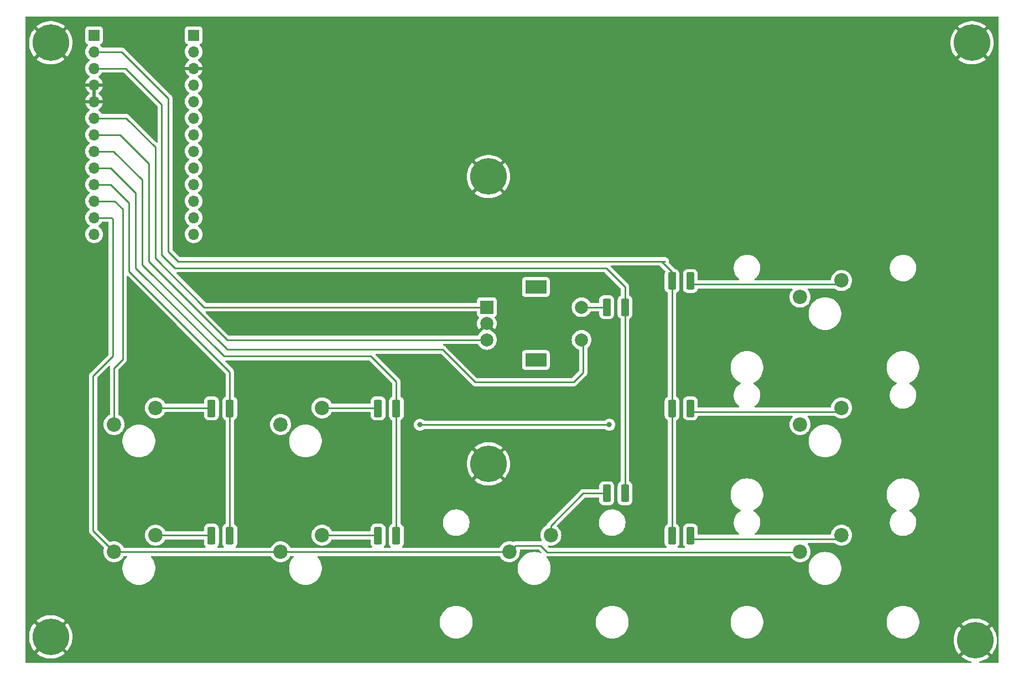
<source format=gbr>
%TF.GenerationSoftware,KiCad,Pcbnew,(6.0.0)*%
%TF.CreationDate,2022-06-05T14:16:53+02:00*%
%TF.ProjectId,Qlab_macro_keyboard,516c6162-5f6d-4616-9372-6f5f6b657962,rev?*%
%TF.SameCoordinates,Original*%
%TF.FileFunction,Copper,L1,Top*%
%TF.FilePolarity,Positive*%
%FSLAX46Y46*%
G04 Gerber Fmt 4.6, Leading zero omitted, Abs format (unit mm)*
G04 Created by KiCad (PCBNEW (6.0.0)) date 2022-06-05 14:16:53*
%MOMM*%
%LPD*%
G01*
G04 APERTURE LIST*
G04 Aperture macros list*
%AMRoundRect*
0 Rectangle with rounded corners*
0 $1 Rounding radius*
0 $2 $3 $4 $5 $6 $7 $8 $9 X,Y pos of 4 corners*
0 Add a 4 corners polygon primitive as box body*
4,1,4,$2,$3,$4,$5,$6,$7,$8,$9,$2,$3,0*
0 Add four circle primitives for the rounded corners*
1,1,$1+$1,$2,$3*
1,1,$1+$1,$4,$5*
1,1,$1+$1,$6,$7*
1,1,$1+$1,$8,$9*
0 Add four rect primitives between the rounded corners*
20,1,$1+$1,$2,$3,$4,$5,0*
20,1,$1+$1,$4,$5,$6,$7,0*
20,1,$1+$1,$6,$7,$8,$9,0*
20,1,$1+$1,$8,$9,$2,$3,0*%
G04 Aperture macros list end*
%TA.AperFunction,SMDPad,CuDef*%
%ADD10RoundRect,0.250000X0.375000X1.075000X-0.375000X1.075000X-0.375000X-1.075000X0.375000X-1.075000X0*%
%TD*%
%TA.AperFunction,ComponentPad*%
%ADD11C,2.200000*%
%TD*%
%TA.AperFunction,ComponentPad*%
%ADD12R,2.000000X2.000000*%
%TD*%
%TA.AperFunction,ComponentPad*%
%ADD13C,2.000000*%
%TD*%
%TA.AperFunction,ComponentPad*%
%ADD14R,3.200000X2.000000*%
%TD*%
%TA.AperFunction,ComponentPad*%
%ADD15C,5.600000*%
%TD*%
%TA.AperFunction,SMDPad,CuDef*%
%ADD16RoundRect,0.250000X-0.375000X-1.075000X0.375000X-1.075000X0.375000X1.075000X-0.375000X1.075000X0*%
%TD*%
%TA.AperFunction,ComponentPad*%
%ADD17R,1.700000X1.700000*%
%TD*%
%TA.AperFunction,ComponentPad*%
%ADD18O,1.700000X1.700000*%
%TD*%
%TA.AperFunction,ViaPad*%
%ADD19C,0.800000*%
%TD*%
%TA.AperFunction,Conductor*%
%ADD20C,0.250000*%
%TD*%
G04 APERTURE END LIST*
D10*
%TO.P,D5,1,K*%
%TO.N,D1*%
X127900000Y-81000000D03*
%TO.P,D5,2,A*%
%TO.N,Net-(D5-Pad2)*%
X125100000Y-81000000D03*
%TD*%
D11*
%TO.P,SW1,1*%
%TO.N,D7*%
X49690000Y-98960000D03*
%TO.P,SW1,2*%
%TO.N,Net-(D1-Pad2)*%
X56040000Y-96420000D03*
%TD*%
D12*
%TO.P,ENC1,A,A*%
%TO.N,D2*%
X106750000Y-81000000D03*
D13*
%TO.P,ENC1,B,B*%
%TO.N,D3*%
X106750000Y-86000000D03*
%TO.P,ENC1,C,C*%
%TO.N,GND*%
X106750000Y-83500000D03*
D14*
%TO.P,ENC1,MP*%
%TO.N,N/C*%
X114250000Y-89100000D03*
X114250000Y-77900000D03*
D13*
%TO.P,ENC1,S1,S1*%
%TO.N,D4*%
X121250000Y-86000000D03*
%TO.P,ENC1,S2,S2*%
%TO.N,Net-(D5-Pad2)*%
X121250000Y-81000000D03*
%TD*%
D11*
%TO.P,SW8,1*%
%TO.N,D8*%
X154690000Y-118460000D03*
%TO.P,SW8,2*%
%TO.N,Net-(D9-Pad2)*%
X161040000Y-115920000D03*
%TD*%
%TO.P,SW4,1*%
%TO.N,D8*%
X75190000Y-118460000D03*
%TO.P,SW4,2*%
%TO.N,Net-(D4-Pad2)*%
X81540000Y-115920000D03*
%TD*%
%TO.P,SW6,1*%
%TO.N,D4*%
X154690000Y-79460000D03*
%TO.P,SW6,2*%
%TO.N,Net-(D7-Pad2)*%
X161040000Y-76920000D03*
%TD*%
D10*
%TO.P,D4,1,K*%
%TO.N,D5*%
X92900000Y-116000000D03*
%TO.P,D4,2,A*%
%TO.N,Net-(D4-Pad2)*%
X90100000Y-116000000D03*
%TD*%
D15*
%TO.P,H4,1,1*%
%TO.N,GND*%
X40000000Y-131500000D03*
%TD*%
%TO.P,H3,1,1*%
%TO.N,GND*%
X181000000Y-40500000D03*
%TD*%
D16*
%TO.P,D8,1,K*%
%TO.N,D0*%
X135100000Y-96500000D03*
%TO.P,D8,2,A*%
%TO.N,Net-(D8-Pad2)*%
X137900000Y-96500000D03*
%TD*%
D10*
%TO.P,D1,1,K*%
%TO.N,D6*%
X67400000Y-96500000D03*
%TO.P,D1,2,A*%
%TO.N,Net-(D1-Pad2)*%
X64600000Y-96500000D03*
%TD*%
D11*
%TO.P,SW7,1*%
%TO.N,D7*%
X154690000Y-98960000D03*
%TO.P,SW7,2*%
%TO.N,Net-(D8-Pad2)*%
X161040000Y-96420000D03*
%TD*%
D16*
%TO.P,D9,1,K*%
%TO.N,D0*%
X135100000Y-116000000D03*
%TO.P,D9,2,A*%
%TO.N,Net-(D9-Pad2)*%
X137900000Y-116000000D03*
%TD*%
D10*
%TO.P,D2,1,K*%
%TO.N,D6*%
X67400000Y-116000000D03*
%TO.P,D2,2,A*%
%TO.N,Net-(D2-Pad2)*%
X64600000Y-116000000D03*
%TD*%
D15*
%TO.P,H1,1,1*%
%TO.N,GND*%
X40000000Y-40500000D03*
%TD*%
D10*
%TO.P,D3,1,K*%
%TO.N,D5*%
X92900000Y-96500000D03*
%TO.P,D3,2,A*%
%TO.N,Net-(D3-Pad2)*%
X90100000Y-96500000D03*
%TD*%
D11*
%TO.P,SW5,1*%
%TO.N,D8*%
X110190000Y-118460000D03*
%TO.P,SW5,2*%
%TO.N,Net-(D6-Pad2)*%
X116540000Y-115920000D03*
%TD*%
D15*
%TO.P,H6,1,1*%
%TO.N,GND*%
X181500000Y-132000000D03*
%TD*%
%TO.P,H5,1,1*%
%TO.N,GND*%
X107000000Y-105000000D03*
%TD*%
D16*
%TO.P,D7,1,K*%
%TO.N,D0*%
X135100000Y-77000000D03*
%TO.P,D7,2,A*%
%TO.N,Net-(D7-Pad2)*%
X137900000Y-77000000D03*
%TD*%
D17*
%TO.P,J2,1,Pin_1*%
%TO.N,D-*%
X61884000Y-39340000D03*
D18*
%TO.P,J2,2,Pin_2*%
%TO.N,RAW*%
X61884000Y-41880000D03*
%TO.P,J2,3,Pin_3*%
%TO.N,GND*%
X61884000Y-44420000D03*
%TO.P,J2,4,Pin_4*%
%TO.N,NRESET*%
X61884000Y-46960000D03*
%TO.P,J2,5,Pin_5*%
%TO.N,+3V3*%
X61884000Y-49500000D03*
%TO.P,J2,6,Pin_6*%
%TO.N,A3*%
X61884000Y-52040000D03*
%TO.P,J2,7,Pin_7*%
%TO.N,A2*%
X61884000Y-54580000D03*
%TO.P,J2,8,Pin_8*%
%TO.N,A1*%
X61884000Y-57120000D03*
%TO.P,J2,9,Pin_9*%
%TO.N,A0*%
X61884000Y-59660000D03*
%TO.P,J2,10,Pin_10*%
%TO.N,SCLK*%
X61884000Y-62200000D03*
%TO.P,J2,11,Pin_11*%
%TO.N,MSIO*%
X61884000Y-64740000D03*
%TO.P,J2,12,Pin_12*%
%TO.N,MOSI*%
X61884000Y-67280000D03*
%TO.P,J2,13,Pin_13*%
%TO.N,D10*%
X61884000Y-69820000D03*
%TD*%
D11*
%TO.P,SW3,1*%
%TO.N,D7*%
X75190000Y-98960000D03*
%TO.P,SW3,2*%
%TO.N,Net-(D3-Pad2)*%
X81540000Y-96420000D03*
%TD*%
D10*
%TO.P,D6,1,K*%
%TO.N,D1*%
X127900000Y-109500000D03*
%TO.P,D6,2,A*%
%TO.N,Net-(D6-Pad2)*%
X125100000Y-109500000D03*
%TD*%
D11*
%TO.P,SW2,1*%
%TO.N,D8*%
X49690000Y-118460000D03*
%TO.P,SW2,2*%
%TO.N,Net-(D2-Pad2)*%
X56040000Y-115920000D03*
%TD*%
D15*
%TO.P,H2,1,1*%
%TO.N,GND*%
X107000000Y-61000000D03*
%TD*%
D17*
%TO.P,J1,1,Pin_1*%
%TO.N,D+*%
X46634000Y-39355000D03*
D18*
%TO.P,J1,2,Pin_2*%
%TO.N,D0*%
X46634000Y-41895000D03*
%TO.P,J1,3,Pin_3*%
%TO.N,D1*%
X46634000Y-44435000D03*
%TO.P,J1,4,Pin_4*%
%TO.N,GND*%
X46634000Y-46975000D03*
%TO.P,J1,5,Pin_5*%
X46634000Y-49515000D03*
%TO.P,J1,6,Pin_6*%
%TO.N,D2*%
X46634000Y-52055000D03*
%TO.P,J1,7,Pin_7*%
%TO.N,D3*%
X46634000Y-54595000D03*
%TO.P,J1,8,Pin_8*%
%TO.N,D4*%
X46634000Y-57135000D03*
%TO.P,J1,9,Pin_9*%
%TO.N,D5*%
X46634000Y-59675000D03*
%TO.P,J1,10,Pin_10*%
%TO.N,D6*%
X46634000Y-62215000D03*
%TO.P,J1,11,Pin_11*%
%TO.N,D7*%
X46634000Y-64755000D03*
%TO.P,J1,12,Pin_12*%
%TO.N,D8*%
X46634000Y-67295000D03*
%TO.P,J1,13,Pin_13*%
%TO.N,D9*%
X46634000Y-69835000D03*
%TD*%
D19*
%TO.N,GND*%
X181000000Y-73500000D03*
X181000000Y-50000000D03*
X65000000Y-111000000D03*
X94000000Y-131500000D03*
X167000000Y-38500000D03*
X40000000Y-91500000D03*
X106500000Y-38500000D03*
X130000000Y-38500000D03*
X65000000Y-102000000D03*
X164000000Y-131500000D03*
X48000000Y-106500000D03*
X117500000Y-131500000D03*
X181000000Y-109500000D03*
X152500000Y-131500000D03*
X40000000Y-47000000D03*
X73500000Y-106500000D03*
X40000000Y-57500000D03*
X40000000Y-69000000D03*
X181000000Y-118500000D03*
X71500000Y-131500000D03*
X143500000Y-38500000D03*
X181000000Y-86000000D03*
X59000000Y-106500000D03*
X128000000Y-131500000D03*
X96000000Y-38500000D03*
X48000000Y-131500000D03*
X84500000Y-106500000D03*
X72500000Y-38500000D03*
X60000000Y-131500000D03*
X84500000Y-38500000D03*
X174500000Y-131500000D03*
X82000000Y-131500000D03*
X118500000Y-38500000D03*
X40000000Y-113500000D03*
X73500000Y-96000000D03*
X40000000Y-125500000D03*
X181000000Y-97500000D03*
X106000000Y-131500000D03*
X40000000Y-81000000D03*
X155500000Y-38500000D03*
X48000000Y-95500000D03*
X181000000Y-61500000D03*
X40000000Y-102000000D03*
X140500000Y-131500000D03*
%TO.N,D7*%
X96500000Y-99000000D03*
X96500000Y-99000000D03*
X125500000Y-99000000D03*
%TD*%
D20*
%TO.N,D0*%
X59500000Y-74000000D02*
X134000000Y-74000000D01*
X50895000Y-41895000D02*
X58000000Y-49000000D01*
X133500000Y-74000000D02*
X135100000Y-75600000D01*
X135100000Y-75600000D02*
X135100000Y-77000000D01*
X135100000Y-77000000D02*
X135100000Y-116000000D01*
X46634000Y-41895000D02*
X50895000Y-41895000D01*
X58000000Y-72500000D02*
X59500000Y-74000000D01*
X58000000Y-49000000D02*
X58000000Y-72500000D01*
%TO.N,D1*%
X57000000Y-50000000D02*
X57000000Y-73000000D01*
X125000000Y-75000000D02*
X127900000Y-77900000D01*
X57000000Y-73000000D02*
X59000000Y-75000000D01*
X46634000Y-44435000D02*
X51435000Y-44435000D01*
X59000000Y-75000000D02*
X125000000Y-75000000D01*
X127900000Y-77900000D02*
X127900000Y-81000000D01*
X127900000Y-81000000D02*
X127900000Y-109500000D01*
X51435000Y-44435000D02*
X57000000Y-50000000D01*
%TO.N,D2*%
X63500000Y-81000000D02*
X106750000Y-81000000D01*
X56000000Y-73500000D02*
X63500000Y-81000000D01*
X46634000Y-52055000D02*
X51555000Y-52055000D01*
X51555000Y-52055000D02*
X56000000Y-56500000D01*
X56000000Y-56500000D02*
X56000000Y-73500000D01*
%TO.N,D3*%
X46634000Y-54595000D02*
X50595000Y-54595000D01*
X55000000Y-74000000D02*
X67000000Y-86000000D01*
X50595000Y-54595000D02*
X55000000Y-59000000D01*
X55000000Y-59000000D02*
X55000000Y-74000000D01*
X67000000Y-86000000D02*
X106750000Y-86000000D01*
%TO.N,D4*%
X105000000Y-92500000D02*
X120000000Y-92500000D01*
X49635000Y-57135000D02*
X54000000Y-61500000D01*
X67000000Y-87500000D02*
X100000000Y-87500000D01*
X121500000Y-91000000D02*
X121500000Y-86250000D01*
X54000000Y-61500000D02*
X54000000Y-74500000D01*
X54000000Y-74500000D02*
X67000000Y-87500000D01*
X120000000Y-92500000D02*
X121500000Y-91000000D01*
X100000000Y-87500000D02*
X105000000Y-92500000D01*
X46634000Y-57135000D02*
X49635000Y-57135000D01*
X121500000Y-86250000D02*
X121250000Y-86000000D01*
%TO.N,D5*%
X49175000Y-59675000D02*
X53000000Y-63500000D01*
X89000000Y-88500000D02*
X92900000Y-92400000D01*
X92900000Y-92400000D02*
X92900000Y-96500000D01*
X92900000Y-96500000D02*
X92900000Y-116000000D01*
X53000000Y-63500000D02*
X53000000Y-75000000D01*
X66500000Y-88500000D02*
X89000000Y-88500000D01*
X53000000Y-75000000D02*
X66500000Y-88500000D01*
X46634000Y-59675000D02*
X49175000Y-59675000D01*
%TO.N,D6*%
X46634000Y-62215000D02*
X49215000Y-62215000D01*
X67400000Y-90900000D02*
X67400000Y-96500000D01*
X52000000Y-65000000D02*
X52000000Y-75500000D01*
X67400000Y-96500000D02*
X67400000Y-116000000D01*
X52000000Y-75500000D02*
X67400000Y-90900000D01*
X49215000Y-62215000D02*
X52000000Y-65000000D01*
%TO.N,D7*%
X49690000Y-90310000D02*
X49690000Y-98960000D01*
X49755000Y-64755000D02*
X51000000Y-66000000D01*
X51000000Y-89000000D02*
X49690000Y-90310000D01*
X96500000Y-99000000D02*
X125500000Y-99000000D01*
X51000000Y-66000000D02*
X51000000Y-89000000D01*
X46634000Y-64755000D02*
X49755000Y-64755000D01*
%TO.N,D8*%
X115000000Y-117500000D02*
X116000000Y-118500000D01*
X116000000Y-118500000D02*
X154650000Y-118500000D01*
X110190000Y-118460000D02*
X111150000Y-117500000D01*
X46634000Y-67295000D02*
X49295000Y-67295000D01*
X49690000Y-118460000D02*
X75190000Y-118460000D01*
X154650000Y-118500000D02*
X154690000Y-118460000D01*
X75190000Y-118460000D02*
X110190000Y-118460000D01*
X111150000Y-117500000D02*
X115000000Y-117500000D01*
X154730000Y-118000000D02*
X155190000Y-118460000D01*
X46500000Y-115270000D02*
X49690000Y-118460000D01*
X46500000Y-91500000D02*
X46500000Y-115270000D01*
X49295000Y-67295000D02*
X49500000Y-67500000D01*
X49500000Y-67500000D02*
X49500000Y-88500000D01*
X49500000Y-88500000D02*
X46500000Y-91500000D01*
%TO.N,Net-(D1-Pad2)*%
X56040000Y-96420000D02*
X64520000Y-96420000D01*
X64520000Y-96420000D02*
X64600000Y-96500000D01*
%TO.N,Net-(D2-Pad2)*%
X64520000Y-115920000D02*
X64600000Y-116000000D01*
X56040000Y-115920000D02*
X64520000Y-115920000D01*
%TO.N,Net-(D3-Pad2)*%
X81540000Y-96420000D02*
X90020000Y-96420000D01*
X90020000Y-96420000D02*
X90100000Y-96500000D01*
%TO.N,Net-(D4-Pad2)*%
X90020000Y-115920000D02*
X90100000Y-116000000D01*
X81540000Y-115920000D02*
X90020000Y-115920000D01*
%TO.N,Net-(D6-Pad2)*%
X116540000Y-114460000D02*
X116540000Y-115920000D01*
X125100000Y-109500000D02*
X121500000Y-109500000D01*
X121500000Y-109500000D02*
X116540000Y-114460000D01*
X115790000Y-115670000D02*
X115790000Y-115920000D01*
%TO.N,Net-(D7-Pad2)*%
X138400000Y-77500000D02*
X160460000Y-77500000D01*
X160460000Y-77500000D02*
X161040000Y-76920000D01*
X137900000Y-77000000D02*
X138400000Y-77500000D01*
%TO.N,Net-(D8-Pad2)*%
X160460000Y-97000000D02*
X161040000Y-96420000D01*
X138400000Y-97000000D02*
X160460000Y-97000000D01*
X137900000Y-96500000D02*
X138400000Y-97000000D01*
%TO.N,Net-(D9-Pad2)*%
X138400000Y-116500000D02*
X160460000Y-116500000D01*
X137900000Y-116000000D02*
X138400000Y-116500000D01*
X160460000Y-116500000D02*
X161040000Y-115920000D01*
%TO.N,Net-(D5-Pad2)*%
X121250000Y-81000000D02*
X125100000Y-81000000D01*
%TD*%
%TA.AperFunction,Conductor*%
%TO.N,GND*%
G36*
X185024121Y-36528002D02*
G01*
X185070614Y-36581658D01*
X185082000Y-36634000D01*
X185082000Y-135366000D01*
X185061998Y-135434121D01*
X185008342Y-135480614D01*
X184956000Y-135492000D01*
X182181205Y-135492000D01*
X182113084Y-135471998D01*
X182066591Y-135418342D01*
X182056487Y-135348068D01*
X182085981Y-135283488D01*
X182145707Y-135245104D01*
X182154793Y-135242799D01*
X182365274Y-135197676D01*
X182371822Y-135195897D01*
X182705549Y-135085527D01*
X182711891Y-135083041D01*
X183031718Y-134937288D01*
X183037777Y-134934121D01*
X183339995Y-134754676D01*
X183345659Y-134750884D01*
X183626732Y-134539849D01*
X183631958Y-134535464D01*
X183641613Y-134526428D01*
X183649682Y-134512750D01*
X183649654Y-134512024D01*
X183644512Y-134503723D01*
X181512810Y-132372020D01*
X181498869Y-132364408D01*
X181497034Y-132364539D01*
X181490420Y-132368790D01*
X179356774Y-134502437D01*
X179349160Y-134516381D01*
X179349237Y-134517470D01*
X179351698Y-134521206D01*
X179625632Y-134731404D01*
X179631262Y-134735259D01*
X179931591Y-134917862D01*
X179937593Y-134921080D01*
X180255897Y-135070184D01*
X180262202Y-135072732D01*
X180594743Y-135186587D01*
X180601313Y-135188446D01*
X180843760Y-135243083D01*
X180905817Y-135277571D01*
X180939377Y-135340136D01*
X180933784Y-135410912D01*
X180890815Y-135467428D01*
X180824111Y-135491742D01*
X180816060Y-135492000D01*
X36224000Y-135492000D01*
X36155879Y-135471998D01*
X36109386Y-135418342D01*
X36098000Y-135366000D01*
X36098000Y-134016381D01*
X37849160Y-134016381D01*
X37849237Y-134017470D01*
X37851698Y-134021206D01*
X38125632Y-134231404D01*
X38131262Y-134235259D01*
X38431591Y-134417862D01*
X38437593Y-134421080D01*
X38755897Y-134570184D01*
X38762202Y-134572732D01*
X39094743Y-134686587D01*
X39101313Y-134688446D01*
X39444183Y-134765714D01*
X39450912Y-134766853D01*
X39800143Y-134806643D01*
X39806933Y-134807046D01*
X40158419Y-134808886D01*
X40165220Y-134808554D01*
X40514853Y-134772423D01*
X40521581Y-134771357D01*
X40865274Y-134697676D01*
X40871822Y-134695897D01*
X41205549Y-134585527D01*
X41211891Y-134583041D01*
X41531718Y-134437288D01*
X41537777Y-134434121D01*
X41839995Y-134254676D01*
X41845659Y-134250884D01*
X42126732Y-134039849D01*
X42131958Y-134035464D01*
X42141613Y-134026428D01*
X42149682Y-134012750D01*
X42149654Y-134012024D01*
X42144512Y-134003723D01*
X40012810Y-131872020D01*
X39998869Y-131864408D01*
X39997034Y-131864539D01*
X39990420Y-131868790D01*
X37856774Y-134002437D01*
X37849160Y-134016381D01*
X36098000Y-134016381D01*
X36098000Y-131491832D01*
X36687333Y-131491832D01*
X36705117Y-131842893D01*
X36705827Y-131849649D01*
X36761420Y-132196723D01*
X36762859Y-132203378D01*
X36855608Y-132542410D01*
X36857757Y-132548871D01*
X36986581Y-132875912D01*
X36989412Y-132882095D01*
X37152803Y-133193310D01*
X37156286Y-133199152D01*
X37352330Y-133490896D01*
X37356433Y-133496340D01*
X37476425Y-133638836D01*
X37489164Y-133647279D01*
X37499608Y-133641181D01*
X39627980Y-131512810D01*
X39634357Y-131501131D01*
X40364408Y-131501131D01*
X40364539Y-131502966D01*
X40368790Y-131509580D01*
X42499009Y-133639798D01*
X42512605Y-133647223D01*
X42522218Y-133640522D01*
X42622518Y-133523912D01*
X42626676Y-133518514D01*
X42825762Y-133228840D01*
X42829310Y-133223029D01*
X42995942Y-132913559D01*
X42998849Y-132907381D01*
X43131090Y-132581713D01*
X43133304Y-132575283D01*
X43229598Y-132237237D01*
X43231105Y-132230607D01*
X43271920Y-131991832D01*
X178187333Y-131991832D01*
X178205117Y-132342893D01*
X178205827Y-132349649D01*
X178261420Y-132696723D01*
X178262859Y-132703378D01*
X178355608Y-133042410D01*
X178357757Y-133048871D01*
X178486581Y-133375912D01*
X178489412Y-133382095D01*
X178652803Y-133693310D01*
X178656286Y-133699152D01*
X178852330Y-133990896D01*
X178856433Y-133996340D01*
X178976425Y-134138836D01*
X178989164Y-134147279D01*
X178999608Y-134141181D01*
X181127980Y-132012810D01*
X181134357Y-132001131D01*
X181864408Y-132001131D01*
X181864539Y-132002966D01*
X181868790Y-132009580D01*
X183999009Y-134139798D01*
X184012605Y-134147223D01*
X184022218Y-134140522D01*
X184122518Y-134023912D01*
X184126676Y-134018514D01*
X184325762Y-133728840D01*
X184329310Y-133723029D01*
X184495942Y-133413559D01*
X184498849Y-133407381D01*
X184631090Y-133081713D01*
X184633304Y-133075283D01*
X184729598Y-132737237D01*
X184731105Y-132730607D01*
X184790332Y-132384118D01*
X184791112Y-132377378D01*
X184812668Y-132024925D01*
X184812784Y-132021323D01*
X184812853Y-132001819D01*
X184812761Y-131998194D01*
X184793666Y-131645615D01*
X184792931Y-131638849D01*
X184736130Y-131291985D01*
X184734663Y-131285313D01*
X184640736Y-130946627D01*
X184638562Y-130940163D01*
X184508598Y-130613578D01*
X184505742Y-130607398D01*
X184341269Y-130296763D01*
X184337769Y-130290937D01*
X184140697Y-129999862D01*
X184136590Y-129994453D01*
X184023565Y-129861179D01*
X184010740Y-129852743D01*
X184000416Y-129858795D01*
X181872020Y-131987190D01*
X181864408Y-132001131D01*
X181134357Y-132001131D01*
X181135592Y-131998869D01*
X181135461Y-131997034D01*
X181131210Y-131990420D01*
X179000992Y-129860203D01*
X178987455Y-129852811D01*
X178977753Y-129859599D01*
X178870430Y-129985257D01*
X178866296Y-129990664D01*
X178668215Y-130281041D01*
X178664697Y-130286851D01*
X178499134Y-130596922D01*
X178496259Y-130603087D01*
X178365155Y-130929218D01*
X178362962Y-130935658D01*
X178267846Y-131274044D01*
X178266363Y-131280679D01*
X178208350Y-131627354D01*
X178207591Y-131634126D01*
X178187357Y-131985037D01*
X178187333Y-131991832D01*
X43271920Y-131991832D01*
X43290332Y-131884118D01*
X43291112Y-131877378D01*
X43312668Y-131524925D01*
X43312784Y-131521323D01*
X43312853Y-131501819D01*
X43312761Y-131498194D01*
X43293666Y-131145615D01*
X43292931Y-131138849D01*
X43236130Y-130791985D01*
X43234663Y-130785313D01*
X43140736Y-130446627D01*
X43138562Y-130440163D01*
X43008598Y-130113578D01*
X43005742Y-130107398D01*
X42841269Y-129796763D01*
X42837769Y-129790937D01*
X42640697Y-129499862D01*
X42636590Y-129494453D01*
X42554640Y-129397821D01*
X99553500Y-129397821D01*
X99593060Y-129710975D01*
X99671557Y-130016702D01*
X99673010Y-130020371D01*
X99673010Y-130020372D01*
X99780135Y-130290937D01*
X99787753Y-130310179D01*
X99789659Y-130313647D01*
X99789660Y-130313648D01*
X99853196Y-130429218D01*
X99939816Y-130586779D01*
X100125346Y-130842140D01*
X100341418Y-131072233D01*
X100344469Y-131074757D01*
X100344470Y-131074758D01*
X100417847Y-131135461D01*
X100584625Y-131273432D01*
X100851131Y-131442562D01*
X100854710Y-131444246D01*
X100854717Y-131444250D01*
X101133144Y-131575267D01*
X101133148Y-131575269D01*
X101136734Y-131576956D01*
X101436928Y-131674495D01*
X101746980Y-131733641D01*
X101983162Y-131748500D01*
X102140838Y-131748500D01*
X102377020Y-131733641D01*
X102687072Y-131674495D01*
X102987266Y-131576956D01*
X102990852Y-131575269D01*
X102990856Y-131575267D01*
X103269283Y-131444250D01*
X103269290Y-131444246D01*
X103272869Y-131442562D01*
X103539375Y-131273432D01*
X103706153Y-131135461D01*
X103779530Y-131074758D01*
X103779531Y-131074757D01*
X103782582Y-131072233D01*
X103998654Y-130842140D01*
X104184184Y-130586779D01*
X104270805Y-130429218D01*
X104334340Y-130313648D01*
X104334341Y-130313647D01*
X104336247Y-130310179D01*
X104343866Y-130290937D01*
X104450990Y-130020372D01*
X104450990Y-130020371D01*
X104452443Y-130016702D01*
X104530940Y-129710975D01*
X104570500Y-129397821D01*
X123429500Y-129397821D01*
X123469060Y-129710975D01*
X123547557Y-130016702D01*
X123549010Y-130020371D01*
X123549010Y-130020372D01*
X123656135Y-130290937D01*
X123663753Y-130310179D01*
X123665659Y-130313647D01*
X123665660Y-130313648D01*
X123729196Y-130429218D01*
X123815816Y-130586779D01*
X124001346Y-130842140D01*
X124217418Y-131072233D01*
X124220469Y-131074757D01*
X124220470Y-131074758D01*
X124293847Y-131135461D01*
X124460625Y-131273432D01*
X124727131Y-131442562D01*
X124730710Y-131444246D01*
X124730717Y-131444250D01*
X125009144Y-131575267D01*
X125009148Y-131575269D01*
X125012734Y-131576956D01*
X125312928Y-131674495D01*
X125622980Y-131733641D01*
X125859162Y-131748500D01*
X126016838Y-131748500D01*
X126253020Y-131733641D01*
X126563072Y-131674495D01*
X126863266Y-131576956D01*
X126866852Y-131575269D01*
X126866856Y-131575267D01*
X127145283Y-131444250D01*
X127145290Y-131444246D01*
X127148869Y-131442562D01*
X127415375Y-131273432D01*
X127582153Y-131135461D01*
X127655530Y-131074758D01*
X127655531Y-131074757D01*
X127658582Y-131072233D01*
X127874654Y-130842140D01*
X128060184Y-130586779D01*
X128146805Y-130429218D01*
X128210340Y-130313648D01*
X128210341Y-130313647D01*
X128212247Y-130310179D01*
X128219866Y-130290937D01*
X128326990Y-130020372D01*
X128326990Y-130020371D01*
X128328443Y-130016702D01*
X128406940Y-129710975D01*
X128446500Y-129397821D01*
X144053500Y-129397821D01*
X144093060Y-129710975D01*
X144171557Y-130016702D01*
X144173010Y-130020371D01*
X144173010Y-130020372D01*
X144280135Y-130290937D01*
X144287753Y-130310179D01*
X144289659Y-130313647D01*
X144289660Y-130313648D01*
X144353196Y-130429218D01*
X144439816Y-130586779D01*
X144625346Y-130842140D01*
X144841418Y-131072233D01*
X144844469Y-131074757D01*
X144844470Y-131074758D01*
X144917847Y-131135461D01*
X145084625Y-131273432D01*
X145351131Y-131442562D01*
X145354710Y-131444246D01*
X145354717Y-131444250D01*
X145633144Y-131575267D01*
X145633148Y-131575269D01*
X145636734Y-131576956D01*
X145936928Y-131674495D01*
X146246980Y-131733641D01*
X146483162Y-131748500D01*
X146640838Y-131748500D01*
X146877020Y-131733641D01*
X147187072Y-131674495D01*
X147487266Y-131576956D01*
X147490852Y-131575269D01*
X147490856Y-131575267D01*
X147769283Y-131444250D01*
X147769290Y-131444246D01*
X147772869Y-131442562D01*
X148039375Y-131273432D01*
X148206153Y-131135461D01*
X148279530Y-131074758D01*
X148279531Y-131074757D01*
X148282582Y-131072233D01*
X148498654Y-130842140D01*
X148684184Y-130586779D01*
X148770805Y-130429218D01*
X148834340Y-130313648D01*
X148834341Y-130313647D01*
X148836247Y-130310179D01*
X148843866Y-130290937D01*
X148950990Y-130020372D01*
X148950990Y-130020371D01*
X148952443Y-130016702D01*
X149030940Y-129710975D01*
X149070500Y-129397821D01*
X167929500Y-129397821D01*
X167969060Y-129710975D01*
X168047557Y-130016702D01*
X168049010Y-130020371D01*
X168049010Y-130020372D01*
X168156135Y-130290937D01*
X168163753Y-130310179D01*
X168165659Y-130313647D01*
X168165660Y-130313648D01*
X168229196Y-130429218D01*
X168315816Y-130586779D01*
X168501346Y-130842140D01*
X168717418Y-131072233D01*
X168720469Y-131074757D01*
X168720470Y-131074758D01*
X168793847Y-131135461D01*
X168960625Y-131273432D01*
X169227131Y-131442562D01*
X169230710Y-131444246D01*
X169230717Y-131444250D01*
X169509144Y-131575267D01*
X169509148Y-131575269D01*
X169512734Y-131576956D01*
X169812928Y-131674495D01*
X170122980Y-131733641D01*
X170359162Y-131748500D01*
X170516838Y-131748500D01*
X170753020Y-131733641D01*
X171063072Y-131674495D01*
X171363266Y-131576956D01*
X171366852Y-131575269D01*
X171366856Y-131575267D01*
X171645283Y-131444250D01*
X171645290Y-131444246D01*
X171648869Y-131442562D01*
X171915375Y-131273432D01*
X172082153Y-131135461D01*
X172155530Y-131074758D01*
X172155531Y-131074757D01*
X172158582Y-131072233D01*
X172374654Y-130842140D01*
X172560184Y-130586779D01*
X172646805Y-130429218D01*
X172710340Y-130313648D01*
X172710341Y-130313647D01*
X172712247Y-130310179D01*
X172719866Y-130290937D01*
X172826990Y-130020372D01*
X172826990Y-130020371D01*
X172828443Y-130016702D01*
X172906940Y-129710975D01*
X172935252Y-129486862D01*
X179349950Y-129486862D01*
X179349986Y-129487704D01*
X179355037Y-129495826D01*
X181487190Y-131627980D01*
X181501131Y-131635592D01*
X181502966Y-131635461D01*
X181509580Y-131631210D01*
X183642798Y-129497991D01*
X183650412Y-129484047D01*
X183650344Y-129483089D01*
X183645836Y-129476272D01*
X183644418Y-129475065D01*
X183364813Y-129262064D01*
X183359187Y-129258240D01*
X183058214Y-129076681D01*
X183052202Y-129073484D01*
X182733370Y-128925487D01*
X182727070Y-128922967D01*
X182394129Y-128810273D01*
X182387551Y-128808437D01*
X182044417Y-128732367D01*
X182037678Y-128731251D01*
X181688310Y-128692680D01*
X181681529Y-128692301D01*
X181330015Y-128691687D01*
X181323242Y-128692042D01*
X180973720Y-128729395D01*
X180967010Y-128730482D01*
X180623586Y-128805361D01*
X180617011Y-128807172D01*
X180283683Y-128918702D01*
X180277361Y-128921205D01*
X179958034Y-129068079D01*
X179951991Y-129071265D01*
X179650401Y-129251763D01*
X179644755Y-129255571D01*
X179364408Y-129467596D01*
X179359211Y-129471987D01*
X179357972Y-129473155D01*
X179349950Y-129486862D01*
X172935252Y-129486862D01*
X172946500Y-129397821D01*
X172946500Y-129082179D01*
X172906940Y-128769025D01*
X172828443Y-128463298D01*
X172736569Y-128231251D01*
X172713702Y-128173495D01*
X172713700Y-128173490D01*
X172712247Y-128169821D01*
X172560184Y-127893221D01*
X172374654Y-127637860D01*
X172158582Y-127407767D01*
X171915375Y-127206568D01*
X171648869Y-127037438D01*
X171645290Y-127035754D01*
X171645283Y-127035750D01*
X171366856Y-126904733D01*
X171366852Y-126904731D01*
X171363266Y-126903044D01*
X171063072Y-126805505D01*
X170753020Y-126746359D01*
X170516838Y-126731500D01*
X170359162Y-126731500D01*
X170122980Y-126746359D01*
X169812928Y-126805505D01*
X169512734Y-126903044D01*
X169509148Y-126904731D01*
X169509144Y-126904733D01*
X169230717Y-127035750D01*
X169230710Y-127035754D01*
X169227131Y-127037438D01*
X168960625Y-127206568D01*
X168717418Y-127407767D01*
X168501346Y-127637860D01*
X168315816Y-127893221D01*
X168163753Y-128169821D01*
X168162300Y-128173490D01*
X168162298Y-128173495D01*
X168139431Y-128231251D01*
X168047557Y-128463298D01*
X167969060Y-128769025D01*
X167929500Y-129082179D01*
X167929500Y-129397821D01*
X149070500Y-129397821D01*
X149070500Y-129082179D01*
X149030940Y-128769025D01*
X148952443Y-128463298D01*
X148860569Y-128231251D01*
X148837702Y-128173495D01*
X148837700Y-128173490D01*
X148836247Y-128169821D01*
X148684184Y-127893221D01*
X148498654Y-127637860D01*
X148282582Y-127407767D01*
X148039375Y-127206568D01*
X147772869Y-127037438D01*
X147769290Y-127035754D01*
X147769283Y-127035750D01*
X147490856Y-126904733D01*
X147490852Y-126904731D01*
X147487266Y-126903044D01*
X147187072Y-126805505D01*
X146877020Y-126746359D01*
X146640838Y-126731500D01*
X146483162Y-126731500D01*
X146246980Y-126746359D01*
X145936928Y-126805505D01*
X145636734Y-126903044D01*
X145633148Y-126904731D01*
X145633144Y-126904733D01*
X145354717Y-127035750D01*
X145354710Y-127035754D01*
X145351131Y-127037438D01*
X145084625Y-127206568D01*
X144841418Y-127407767D01*
X144625346Y-127637860D01*
X144439816Y-127893221D01*
X144287753Y-128169821D01*
X144286300Y-128173490D01*
X144286298Y-128173495D01*
X144263431Y-128231251D01*
X144171557Y-128463298D01*
X144093060Y-128769025D01*
X144053500Y-129082179D01*
X144053500Y-129397821D01*
X128446500Y-129397821D01*
X128446500Y-129082179D01*
X128406940Y-128769025D01*
X128328443Y-128463298D01*
X128236569Y-128231251D01*
X128213702Y-128173495D01*
X128213700Y-128173490D01*
X128212247Y-128169821D01*
X128060184Y-127893221D01*
X127874654Y-127637860D01*
X127658582Y-127407767D01*
X127415375Y-127206568D01*
X127148869Y-127037438D01*
X127145290Y-127035754D01*
X127145283Y-127035750D01*
X126866856Y-126904733D01*
X126866852Y-126904731D01*
X126863266Y-126903044D01*
X126563072Y-126805505D01*
X126253020Y-126746359D01*
X126016838Y-126731500D01*
X125859162Y-126731500D01*
X125622980Y-126746359D01*
X125312928Y-126805505D01*
X125012734Y-126903044D01*
X125009148Y-126904731D01*
X125009144Y-126904733D01*
X124730717Y-127035750D01*
X124730710Y-127035754D01*
X124727131Y-127037438D01*
X124460625Y-127206568D01*
X124217418Y-127407767D01*
X124001346Y-127637860D01*
X123815816Y-127893221D01*
X123663753Y-128169821D01*
X123662300Y-128173490D01*
X123662298Y-128173495D01*
X123639431Y-128231251D01*
X123547557Y-128463298D01*
X123469060Y-128769025D01*
X123429500Y-129082179D01*
X123429500Y-129397821D01*
X104570500Y-129397821D01*
X104570500Y-129082179D01*
X104530940Y-128769025D01*
X104452443Y-128463298D01*
X104360569Y-128231251D01*
X104337702Y-128173495D01*
X104337700Y-128173490D01*
X104336247Y-128169821D01*
X104184184Y-127893221D01*
X103998654Y-127637860D01*
X103782582Y-127407767D01*
X103539375Y-127206568D01*
X103272869Y-127037438D01*
X103269290Y-127035754D01*
X103269283Y-127035750D01*
X102990856Y-126904733D01*
X102990852Y-126904731D01*
X102987266Y-126903044D01*
X102687072Y-126805505D01*
X102377020Y-126746359D01*
X102140838Y-126731500D01*
X101983162Y-126731500D01*
X101746980Y-126746359D01*
X101436928Y-126805505D01*
X101136734Y-126903044D01*
X101133148Y-126904731D01*
X101133144Y-126904733D01*
X100854717Y-127035750D01*
X100854710Y-127035754D01*
X100851131Y-127037438D01*
X100584625Y-127206568D01*
X100341418Y-127407767D01*
X100125346Y-127637860D01*
X99939816Y-127893221D01*
X99787753Y-128169821D01*
X99786300Y-128173490D01*
X99786298Y-128173495D01*
X99763431Y-128231251D01*
X99671557Y-128463298D01*
X99593060Y-128769025D01*
X99553500Y-129082179D01*
X99553500Y-129397821D01*
X42554640Y-129397821D01*
X42523565Y-129361179D01*
X42510740Y-129352743D01*
X42500416Y-129358795D01*
X40372020Y-131487190D01*
X40364408Y-131501131D01*
X39634357Y-131501131D01*
X39635592Y-131498869D01*
X39635461Y-131497034D01*
X39631210Y-131490420D01*
X37500992Y-129360203D01*
X37487455Y-129352811D01*
X37477753Y-129359599D01*
X37370430Y-129485257D01*
X37366296Y-129490664D01*
X37168215Y-129781041D01*
X37164697Y-129786851D01*
X36999134Y-130096922D01*
X36996259Y-130103087D01*
X36865155Y-130429218D01*
X36862962Y-130435658D01*
X36767846Y-130774044D01*
X36766363Y-130780679D01*
X36708350Y-131127354D01*
X36707591Y-131134126D01*
X36687357Y-131485037D01*
X36687333Y-131491832D01*
X36098000Y-131491832D01*
X36098000Y-128986862D01*
X37849950Y-128986862D01*
X37849986Y-128987704D01*
X37855037Y-128995826D01*
X39987190Y-131127980D01*
X40001131Y-131135592D01*
X40002966Y-131135461D01*
X40009580Y-131131210D01*
X42142798Y-128997991D01*
X42150412Y-128984047D01*
X42150344Y-128983089D01*
X42145836Y-128976272D01*
X42144418Y-128975065D01*
X41864813Y-128762064D01*
X41859187Y-128758240D01*
X41558214Y-128576681D01*
X41552202Y-128573484D01*
X41233370Y-128425487D01*
X41227070Y-128422967D01*
X40894129Y-128310273D01*
X40887551Y-128308437D01*
X40544417Y-128232367D01*
X40537678Y-128231251D01*
X40188310Y-128192680D01*
X40181529Y-128192301D01*
X39830015Y-128191687D01*
X39823242Y-128192042D01*
X39473720Y-128229395D01*
X39467010Y-128230482D01*
X39123586Y-128305361D01*
X39117011Y-128307172D01*
X38783683Y-128418702D01*
X38777361Y-128421205D01*
X38458034Y-128568079D01*
X38451991Y-128571265D01*
X38150401Y-128751763D01*
X38144755Y-128755571D01*
X37864408Y-128967596D01*
X37859211Y-128971987D01*
X37857972Y-128973155D01*
X37849950Y-128986862D01*
X36098000Y-128986862D01*
X36098000Y-69801695D01*
X45271251Y-69801695D01*
X45271548Y-69806848D01*
X45271548Y-69806851D01*
X45277011Y-69901590D01*
X45284110Y-70024715D01*
X45285247Y-70029761D01*
X45285248Y-70029767D01*
X45301739Y-70102939D01*
X45333222Y-70242639D01*
X45417266Y-70449616D01*
X45533987Y-70640088D01*
X45680250Y-70808938D01*
X45852126Y-70951632D01*
X46045000Y-71064338D01*
X46253692Y-71144030D01*
X46258760Y-71145061D01*
X46258763Y-71145062D01*
X46366017Y-71166883D01*
X46472597Y-71188567D01*
X46477772Y-71188757D01*
X46477774Y-71188757D01*
X46690673Y-71196564D01*
X46690677Y-71196564D01*
X46695837Y-71196753D01*
X46700957Y-71196097D01*
X46700959Y-71196097D01*
X46912288Y-71169025D01*
X46912289Y-71169025D01*
X46917416Y-71168368D01*
X46922366Y-71166883D01*
X47126429Y-71105661D01*
X47126434Y-71105659D01*
X47131384Y-71104174D01*
X47331994Y-71005896D01*
X47513860Y-70876173D01*
X47672096Y-70718489D01*
X47685891Y-70699292D01*
X47799435Y-70541277D01*
X47802453Y-70537077D01*
X47809867Y-70522077D01*
X47899136Y-70341453D01*
X47899137Y-70341451D01*
X47901430Y-70336811D01*
X47966370Y-70123069D01*
X47995529Y-69901590D01*
X47995611Y-69898240D01*
X47997074Y-69838365D01*
X47997074Y-69838361D01*
X47997156Y-69835000D01*
X47978852Y-69612361D01*
X47924431Y-69395702D01*
X47835354Y-69190840D01*
X47714014Y-69003277D01*
X47563670Y-68838051D01*
X47559619Y-68834852D01*
X47559615Y-68834848D01*
X47392414Y-68702800D01*
X47392410Y-68702798D01*
X47388359Y-68699598D01*
X47347053Y-68676796D01*
X47297084Y-68626364D01*
X47282312Y-68556921D01*
X47307428Y-68490516D01*
X47334780Y-68463909D01*
X47378603Y-68432650D01*
X47513860Y-68336173D01*
X47672096Y-68178489D01*
X47685891Y-68159292D01*
X47799435Y-68001277D01*
X47802453Y-67997077D01*
X47804746Y-67992437D01*
X47806446Y-67989608D01*
X47858674Y-67941518D01*
X47914451Y-67928500D01*
X48740500Y-67928500D01*
X48808621Y-67948502D01*
X48855114Y-68002158D01*
X48866500Y-68054500D01*
X48866500Y-88185406D01*
X48846498Y-88253527D01*
X48829595Y-88274501D01*
X46107747Y-90996348D01*
X46099461Y-91003888D01*
X46092982Y-91008000D01*
X46087557Y-91013777D01*
X46046357Y-91057651D01*
X46043602Y-91060493D01*
X46023865Y-91080230D01*
X46021385Y-91083427D01*
X46013682Y-91092447D01*
X45983414Y-91124679D01*
X45979595Y-91131625D01*
X45979593Y-91131628D01*
X45973652Y-91142434D01*
X45962801Y-91158953D01*
X45950386Y-91174959D01*
X45947241Y-91182228D01*
X45947238Y-91182232D01*
X45932826Y-91215537D01*
X45927609Y-91226187D01*
X45906305Y-91264940D01*
X45904334Y-91272615D01*
X45904334Y-91272616D01*
X45901267Y-91284562D01*
X45894863Y-91303266D01*
X45891872Y-91310179D01*
X45886819Y-91321855D01*
X45885580Y-91329678D01*
X45885577Y-91329688D01*
X45879901Y-91365524D01*
X45877495Y-91377144D01*
X45868472Y-91412289D01*
X45866500Y-91419970D01*
X45866500Y-91440224D01*
X45864949Y-91459934D01*
X45861780Y-91479943D01*
X45862526Y-91487835D01*
X45865941Y-91523961D01*
X45866500Y-91535819D01*
X45866500Y-115191233D01*
X45865973Y-115202416D01*
X45864298Y-115209909D01*
X45864547Y-115217835D01*
X45864547Y-115217836D01*
X45866438Y-115277986D01*
X45866500Y-115281945D01*
X45866500Y-115309856D01*
X45866997Y-115313790D01*
X45866997Y-115313791D01*
X45867005Y-115313856D01*
X45867938Y-115325693D01*
X45869327Y-115369889D01*
X45874978Y-115389339D01*
X45878987Y-115408700D01*
X45881526Y-115428797D01*
X45884445Y-115436168D01*
X45884445Y-115436170D01*
X45897804Y-115469912D01*
X45901649Y-115481142D01*
X45913982Y-115523593D01*
X45918015Y-115530412D01*
X45918017Y-115530417D01*
X45924293Y-115541028D01*
X45932988Y-115558776D01*
X45940448Y-115577617D01*
X45945110Y-115584033D01*
X45945110Y-115584034D01*
X45966436Y-115613387D01*
X45972952Y-115623307D01*
X45986566Y-115646326D01*
X45995458Y-115661362D01*
X46009779Y-115675683D01*
X46022619Y-115690716D01*
X46034528Y-115707107D01*
X46060650Y-115728717D01*
X46068605Y-115735298D01*
X46077384Y-115743288D01*
X48136971Y-117802875D01*
X48170997Y-117865187D01*
X48164285Y-117940188D01*
X48155495Y-117961409D01*
X48096391Y-118207597D01*
X48076526Y-118460000D01*
X48096391Y-118712403D01*
X48097545Y-118717210D01*
X48097546Y-118717216D01*
X48116806Y-118797438D01*
X48155495Y-118958591D01*
X48157388Y-118963162D01*
X48157389Y-118963164D01*
X48243594Y-119171280D01*
X48252384Y-119192502D01*
X48384672Y-119408376D01*
X48549102Y-119600898D01*
X48741624Y-119765328D01*
X48957498Y-119897616D01*
X48962068Y-119899509D01*
X48962072Y-119899511D01*
X49186836Y-119992611D01*
X49191409Y-119994505D01*
X49276032Y-120014821D01*
X49432784Y-120052454D01*
X49432790Y-120052455D01*
X49437597Y-120053609D01*
X49690000Y-120073474D01*
X49942403Y-120053609D01*
X49947210Y-120052455D01*
X49947216Y-120052454D01*
X50103968Y-120014821D01*
X50188591Y-119994505D01*
X50193164Y-119992611D01*
X50417928Y-119899511D01*
X50417932Y-119899509D01*
X50422502Y-119897616D01*
X50638376Y-119765328D01*
X50830898Y-119600898D01*
X50995328Y-119408376D01*
X51127616Y-119192502D01*
X51136199Y-119171781D01*
X51136407Y-119171280D01*
X51180956Y-119116000D01*
X51252815Y-119093500D01*
X51557990Y-119093500D01*
X51626111Y-119113502D01*
X51672604Y-119167158D01*
X51682708Y-119237432D01*
X51649840Y-119305753D01*
X51563346Y-119397860D01*
X51377816Y-119653221D01*
X51375909Y-119656690D01*
X51375907Y-119656693D01*
X51243458Y-119897616D01*
X51225753Y-119929821D01*
X51224300Y-119933490D01*
X51224298Y-119933495D01*
X51111010Y-120219628D01*
X51109557Y-120223298D01*
X51031060Y-120529025D01*
X50991500Y-120842179D01*
X50991500Y-121157821D01*
X51031060Y-121470975D01*
X51109557Y-121776702D01*
X51225753Y-122070179D01*
X51377816Y-122346779D01*
X51563346Y-122602140D01*
X51779418Y-122832233D01*
X52022625Y-123033432D01*
X52289131Y-123202562D01*
X52292710Y-123204246D01*
X52292717Y-123204250D01*
X52571144Y-123335267D01*
X52571148Y-123335269D01*
X52574734Y-123336956D01*
X52874928Y-123434495D01*
X53184980Y-123493641D01*
X53421162Y-123508500D01*
X53578838Y-123508500D01*
X53815020Y-123493641D01*
X54125072Y-123434495D01*
X54425266Y-123336956D01*
X54428852Y-123335269D01*
X54428856Y-123335267D01*
X54707283Y-123204250D01*
X54707290Y-123204246D01*
X54710869Y-123202562D01*
X54977375Y-123033432D01*
X55220582Y-122832233D01*
X55436654Y-122602140D01*
X55622184Y-122346779D01*
X55774247Y-122070179D01*
X55890443Y-121776702D01*
X55968940Y-121470975D01*
X56008500Y-121157821D01*
X56008500Y-120842179D01*
X55968940Y-120529025D01*
X55890443Y-120223298D01*
X55888990Y-120219628D01*
X55775702Y-119933495D01*
X55775700Y-119933490D01*
X55774247Y-119929821D01*
X55756542Y-119897616D01*
X55624093Y-119656693D01*
X55624091Y-119656690D01*
X55622184Y-119653221D01*
X55436654Y-119397860D01*
X55350160Y-119305753D01*
X55318109Y-119242403D01*
X55325396Y-119171781D01*
X55369707Y-119116310D01*
X55442010Y-119093500D01*
X73627185Y-119093500D01*
X73695306Y-119113502D01*
X73743593Y-119171280D01*
X73743801Y-119171781D01*
X73752384Y-119192502D01*
X73884672Y-119408376D01*
X74049102Y-119600898D01*
X74241624Y-119765328D01*
X74457498Y-119897616D01*
X74462068Y-119899509D01*
X74462072Y-119899511D01*
X74686836Y-119992611D01*
X74691409Y-119994505D01*
X74776032Y-120014821D01*
X74932784Y-120052454D01*
X74932790Y-120052455D01*
X74937597Y-120053609D01*
X75190000Y-120073474D01*
X75442403Y-120053609D01*
X75447210Y-120052455D01*
X75447216Y-120052454D01*
X75603968Y-120014821D01*
X75688591Y-119994505D01*
X75693164Y-119992611D01*
X75917928Y-119899511D01*
X75917932Y-119899509D01*
X75922502Y-119897616D01*
X76138376Y-119765328D01*
X76330898Y-119600898D01*
X76495328Y-119408376D01*
X76627616Y-119192502D01*
X76636199Y-119171781D01*
X76636407Y-119171280D01*
X76680956Y-119116000D01*
X76752815Y-119093500D01*
X77057990Y-119093500D01*
X77126111Y-119113502D01*
X77172604Y-119167158D01*
X77182708Y-119237432D01*
X77149840Y-119305753D01*
X77063346Y-119397860D01*
X76877816Y-119653221D01*
X76875909Y-119656690D01*
X76875907Y-119656693D01*
X76743458Y-119897616D01*
X76725753Y-119929821D01*
X76724300Y-119933490D01*
X76724298Y-119933495D01*
X76611010Y-120219628D01*
X76609557Y-120223298D01*
X76531060Y-120529025D01*
X76491500Y-120842179D01*
X76491500Y-121157821D01*
X76531060Y-121470975D01*
X76609557Y-121776702D01*
X76725753Y-122070179D01*
X76877816Y-122346779D01*
X77063346Y-122602140D01*
X77279418Y-122832233D01*
X77522625Y-123033432D01*
X77789131Y-123202562D01*
X77792710Y-123204246D01*
X77792717Y-123204250D01*
X78071144Y-123335267D01*
X78071148Y-123335269D01*
X78074734Y-123336956D01*
X78374928Y-123434495D01*
X78684980Y-123493641D01*
X78921162Y-123508500D01*
X79078838Y-123508500D01*
X79315020Y-123493641D01*
X79625072Y-123434495D01*
X79925266Y-123336956D01*
X79928852Y-123335269D01*
X79928856Y-123335267D01*
X80207283Y-123204250D01*
X80207290Y-123204246D01*
X80210869Y-123202562D01*
X80477375Y-123033432D01*
X80720582Y-122832233D01*
X80936654Y-122602140D01*
X81122184Y-122346779D01*
X81274247Y-122070179D01*
X81390443Y-121776702D01*
X81468940Y-121470975D01*
X81508500Y-121157821D01*
X81508500Y-120842179D01*
X81468940Y-120529025D01*
X81390443Y-120223298D01*
X81388990Y-120219628D01*
X81275702Y-119933495D01*
X81275700Y-119933490D01*
X81274247Y-119929821D01*
X81256542Y-119897616D01*
X81124093Y-119656693D01*
X81124091Y-119656690D01*
X81122184Y-119653221D01*
X80936654Y-119397860D01*
X80850160Y-119305753D01*
X80818109Y-119242403D01*
X80825396Y-119171781D01*
X80869707Y-119116310D01*
X80942010Y-119093500D01*
X108627185Y-119093500D01*
X108695306Y-119113502D01*
X108743593Y-119171280D01*
X108743801Y-119171781D01*
X108752384Y-119192502D01*
X108884672Y-119408376D01*
X109049102Y-119600898D01*
X109241624Y-119765328D01*
X109457498Y-119897616D01*
X109462068Y-119899509D01*
X109462072Y-119899511D01*
X109686836Y-119992611D01*
X109691409Y-119994505D01*
X109776032Y-120014821D01*
X109932784Y-120052454D01*
X109932790Y-120052455D01*
X109937597Y-120053609D01*
X110190000Y-120073474D01*
X110442403Y-120053609D01*
X110447210Y-120052455D01*
X110447216Y-120052454D01*
X110603968Y-120014821D01*
X110688591Y-119994505D01*
X110693164Y-119992611D01*
X110917928Y-119899511D01*
X110917932Y-119899509D01*
X110922502Y-119897616D01*
X111138376Y-119765328D01*
X111330898Y-119600898D01*
X111495328Y-119408376D01*
X111627616Y-119192502D01*
X111636407Y-119171280D01*
X111722611Y-118963164D01*
X111722612Y-118963162D01*
X111724505Y-118958591D01*
X111763194Y-118797438D01*
X111782454Y-118717216D01*
X111782455Y-118717210D01*
X111783609Y-118712403D01*
X111803474Y-118460000D01*
X111788472Y-118269386D01*
X111803068Y-118199906D01*
X111852910Y-118149347D01*
X111914084Y-118133500D01*
X114685406Y-118133500D01*
X114753527Y-118153502D01*
X114774501Y-118170405D01*
X115061434Y-118457338D01*
X115095460Y-118519650D01*
X115090395Y-118590465D01*
X115047848Y-118647301D01*
X114981328Y-118672112D01*
X114926635Y-118663688D01*
X114925266Y-118663044D01*
X114921502Y-118661821D01*
X114921497Y-118661819D01*
X114628848Y-118566732D01*
X114628850Y-118566732D01*
X114625072Y-118565505D01*
X114315020Y-118506359D01*
X114078838Y-118491500D01*
X113921162Y-118491500D01*
X113684980Y-118506359D01*
X113374928Y-118565505D01*
X113074734Y-118663044D01*
X113071148Y-118664731D01*
X113071144Y-118664733D01*
X112792717Y-118795750D01*
X112792710Y-118795754D01*
X112789131Y-118797438D01*
X112522625Y-118966568D01*
X112519573Y-118969093D01*
X112320840Y-119133500D01*
X112279418Y-119167767D01*
X112276704Y-119170657D01*
X112276703Y-119170658D01*
X112256190Y-119192502D01*
X112063346Y-119397860D01*
X111877816Y-119653221D01*
X111875909Y-119656690D01*
X111875907Y-119656693D01*
X111743458Y-119897616D01*
X111725753Y-119929821D01*
X111724300Y-119933490D01*
X111724298Y-119933495D01*
X111611010Y-120219628D01*
X111609557Y-120223298D01*
X111531060Y-120529025D01*
X111491500Y-120842179D01*
X111491500Y-121157821D01*
X111531060Y-121470975D01*
X111609557Y-121776702D01*
X111725753Y-122070179D01*
X111877816Y-122346779D01*
X112063346Y-122602140D01*
X112279418Y-122832233D01*
X112522625Y-123033432D01*
X112789131Y-123202562D01*
X112792710Y-123204246D01*
X112792717Y-123204250D01*
X113071144Y-123335267D01*
X113071148Y-123335269D01*
X113074734Y-123336956D01*
X113374928Y-123434495D01*
X113684980Y-123493641D01*
X113921162Y-123508500D01*
X114078838Y-123508500D01*
X114315020Y-123493641D01*
X114625072Y-123434495D01*
X114925266Y-123336956D01*
X114928852Y-123335269D01*
X114928856Y-123335267D01*
X115207283Y-123204250D01*
X115207290Y-123204246D01*
X115210869Y-123202562D01*
X115477375Y-123033432D01*
X115720582Y-122832233D01*
X115936654Y-122602140D01*
X116122184Y-122346779D01*
X116274247Y-122070179D01*
X116390443Y-121776702D01*
X116468940Y-121470975D01*
X116508500Y-121157821D01*
X155991500Y-121157821D01*
X156031060Y-121470975D01*
X156109557Y-121776702D01*
X156225753Y-122070179D01*
X156377816Y-122346779D01*
X156563346Y-122602140D01*
X156779418Y-122832233D01*
X157022625Y-123033432D01*
X157289131Y-123202562D01*
X157292710Y-123204246D01*
X157292717Y-123204250D01*
X157571144Y-123335267D01*
X157571148Y-123335269D01*
X157574734Y-123336956D01*
X157874928Y-123434495D01*
X158184980Y-123493641D01*
X158421162Y-123508500D01*
X158578838Y-123508500D01*
X158815020Y-123493641D01*
X159125072Y-123434495D01*
X159425266Y-123336956D01*
X159428852Y-123335269D01*
X159428856Y-123335267D01*
X159707283Y-123204250D01*
X159707290Y-123204246D01*
X159710869Y-123202562D01*
X159977375Y-123033432D01*
X160220582Y-122832233D01*
X160436654Y-122602140D01*
X160622184Y-122346779D01*
X160774247Y-122070179D01*
X160890443Y-121776702D01*
X160968940Y-121470975D01*
X161008500Y-121157821D01*
X161008500Y-120842179D01*
X160968940Y-120529025D01*
X160890443Y-120223298D01*
X160888990Y-120219628D01*
X160775702Y-119933495D01*
X160775700Y-119933490D01*
X160774247Y-119929821D01*
X160756542Y-119897616D01*
X160624093Y-119656693D01*
X160624091Y-119656690D01*
X160622184Y-119653221D01*
X160436654Y-119397860D01*
X160243810Y-119192502D01*
X160223297Y-119170658D01*
X160223296Y-119170657D01*
X160220582Y-119167767D01*
X160179161Y-119133500D01*
X159980427Y-118969093D01*
X159977375Y-118966568D01*
X159710869Y-118797438D01*
X159707290Y-118795754D01*
X159707283Y-118795750D01*
X159428856Y-118664733D01*
X159428852Y-118664731D01*
X159425266Y-118663044D01*
X159125072Y-118565505D01*
X158815020Y-118506359D01*
X158578838Y-118491500D01*
X158421162Y-118491500D01*
X158184980Y-118506359D01*
X157874928Y-118565505D01*
X157574734Y-118663044D01*
X157571148Y-118664731D01*
X157571144Y-118664733D01*
X157292717Y-118795750D01*
X157292710Y-118795754D01*
X157289131Y-118797438D01*
X157022625Y-118966568D01*
X157019573Y-118969093D01*
X156820840Y-119133500D01*
X156779418Y-119167767D01*
X156776704Y-119170657D01*
X156776703Y-119170658D01*
X156756190Y-119192502D01*
X156563346Y-119397860D01*
X156377816Y-119653221D01*
X156375909Y-119656690D01*
X156375907Y-119656693D01*
X156243458Y-119897616D01*
X156225753Y-119929821D01*
X156224300Y-119933490D01*
X156224298Y-119933495D01*
X156111010Y-120219628D01*
X156109557Y-120223298D01*
X156031060Y-120529025D01*
X155991500Y-120842179D01*
X155991500Y-121157821D01*
X116508500Y-121157821D01*
X116508500Y-120842179D01*
X116468940Y-120529025D01*
X116390443Y-120223298D01*
X116388990Y-120219628D01*
X116275702Y-119933495D01*
X116275700Y-119933490D01*
X116274247Y-119929821D01*
X116256542Y-119897616D01*
X116124093Y-119656693D01*
X116124091Y-119656690D01*
X116122184Y-119653221D01*
X115936654Y-119397860D01*
X115891377Y-119349645D01*
X115859326Y-119286295D01*
X115866613Y-119215673D01*
X115910924Y-119160202D01*
X115977284Y-119137799D01*
X115979943Y-119138220D01*
X116023962Y-119134059D01*
X116035819Y-119133500D01*
X153145664Y-119133500D01*
X153213785Y-119153502D01*
X153253096Y-119193664D01*
X153384672Y-119408376D01*
X153549102Y-119600898D01*
X153741624Y-119765328D01*
X153957498Y-119897616D01*
X153962068Y-119899509D01*
X153962072Y-119899511D01*
X154186836Y-119992611D01*
X154191409Y-119994505D01*
X154276032Y-120014821D01*
X154432784Y-120052454D01*
X154432790Y-120052455D01*
X154437597Y-120053609D01*
X154690000Y-120073474D01*
X154942403Y-120053609D01*
X154947210Y-120052455D01*
X154947216Y-120052454D01*
X155103968Y-120014821D01*
X155188591Y-119994505D01*
X155193164Y-119992611D01*
X155417928Y-119899511D01*
X155417932Y-119899509D01*
X155422502Y-119897616D01*
X155638376Y-119765328D01*
X155830898Y-119600898D01*
X155995328Y-119408376D01*
X156127616Y-119192502D01*
X156136407Y-119171280D01*
X156222611Y-118963164D01*
X156222612Y-118963162D01*
X156224505Y-118958591D01*
X156263194Y-118797438D01*
X156282454Y-118717216D01*
X156282455Y-118717210D01*
X156283609Y-118712403D01*
X156303474Y-118460000D01*
X156283609Y-118207597D01*
X156224505Y-117961409D01*
X156215715Y-117940188D01*
X156129511Y-117732072D01*
X156129509Y-117732068D01*
X156127616Y-117727498D01*
X155995328Y-117511624D01*
X155992121Y-117507869D01*
X155992118Y-117507865D01*
X155892126Y-117390791D01*
X155849883Y-117341330D01*
X155820852Y-117276541D01*
X155831457Y-117206341D01*
X155878331Y-117153019D01*
X155945694Y-117133500D01*
X159937624Y-117133500D01*
X160005745Y-117153502D01*
X160019455Y-117163689D01*
X160087865Y-117222118D01*
X160087869Y-117222121D01*
X160091624Y-117225328D01*
X160307498Y-117357616D01*
X160312068Y-117359509D01*
X160312072Y-117359511D01*
X160536836Y-117452611D01*
X160541409Y-117454505D01*
X160626032Y-117474821D01*
X160782784Y-117512454D01*
X160782790Y-117512455D01*
X160787597Y-117513609D01*
X161040000Y-117533474D01*
X161292403Y-117513609D01*
X161297210Y-117512455D01*
X161297216Y-117512454D01*
X161453968Y-117474821D01*
X161538591Y-117454505D01*
X161543164Y-117452611D01*
X161767928Y-117359511D01*
X161767932Y-117359509D01*
X161772502Y-117357616D01*
X161988376Y-117225328D01*
X162180898Y-117060898D01*
X162345328Y-116868376D01*
X162477616Y-116652502D01*
X162486407Y-116631280D01*
X162572611Y-116423164D01*
X162572612Y-116423162D01*
X162574505Y-116418591D01*
X162633609Y-116172403D01*
X162653474Y-115920000D01*
X162633609Y-115667597D01*
X162632113Y-115661362D01*
X162594821Y-115506032D01*
X162574505Y-115421409D01*
X162569241Y-115408700D01*
X162479511Y-115192072D01*
X162479509Y-115192068D01*
X162477616Y-115187498D01*
X162345328Y-114971624D01*
X162180898Y-114779102D01*
X162162775Y-114763623D01*
X162006230Y-114629921D01*
X161988376Y-114614672D01*
X161772502Y-114482384D01*
X161767932Y-114480491D01*
X161767928Y-114480489D01*
X161543164Y-114387389D01*
X161543162Y-114387388D01*
X161538591Y-114385495D01*
X161407304Y-114353976D01*
X161297216Y-114327546D01*
X161297210Y-114327545D01*
X161292403Y-114326391D01*
X161040000Y-114306526D01*
X160787597Y-114326391D01*
X160782790Y-114327545D01*
X160782784Y-114327546D01*
X160672696Y-114353976D01*
X160541409Y-114385495D01*
X160536838Y-114387388D01*
X160536836Y-114387389D01*
X160312072Y-114480489D01*
X160312068Y-114480491D01*
X160307498Y-114482384D01*
X160091624Y-114614672D01*
X160073770Y-114629921D01*
X159917226Y-114763623D01*
X159899102Y-114779102D01*
X159734672Y-114971624D01*
X159602384Y-115187498D01*
X159600491Y-115192068D01*
X159600489Y-115192072D01*
X159510759Y-115408700D01*
X159505495Y-115421409D01*
X159485179Y-115506032D01*
X159447888Y-115661362D01*
X159446391Y-115667597D01*
X159443176Y-115708449D01*
X159439875Y-115750386D01*
X159414589Y-115816728D01*
X159357451Y-115858867D01*
X159314263Y-115866500D01*
X147840369Y-115866500D01*
X147772248Y-115846498D01*
X147725755Y-115792842D01*
X147715651Y-115722568D01*
X147745145Y-115657988D01*
X147766308Y-115638564D01*
X147868738Y-115564145D01*
X147868741Y-115564142D01*
X147872301Y-115561556D01*
X147884720Y-115549563D01*
X148073710Y-115367057D01*
X148073714Y-115367053D01*
X148076875Y-115364000D01*
X148251965Y-115139896D01*
X148321630Y-115019233D01*
X148391956Y-114897425D01*
X148391959Y-114897420D01*
X148394161Y-114893605D01*
X148395811Y-114889521D01*
X148395814Y-114889515D01*
X148499047Y-114634002D01*
X148500696Y-114629921D01*
X148503698Y-114617883D01*
X148568432Y-114358247D01*
X148569497Y-114353976D01*
X148572397Y-114326391D01*
X148598765Y-114075510D01*
X148598765Y-114075507D01*
X148599224Y-114071141D01*
X148599071Y-114066747D01*
X148589453Y-113791319D01*
X148589452Y-113791313D01*
X148589299Y-113786922D01*
X148539915Y-113506850D01*
X148538560Y-113502679D01*
X148538558Y-113502672D01*
X148453394Y-113240566D01*
X148452033Y-113236377D01*
X148327363Y-112980767D01*
X148324908Y-112977128D01*
X148324905Y-112977122D01*
X148170792Y-112748641D01*
X148168333Y-112744995D01*
X147978037Y-112533650D01*
X147760180Y-112350846D01*
X147632853Y-112271283D01*
X147588900Y-112243818D01*
X147541730Y-112190757D01*
X147530735Y-112120617D01*
X147559406Y-112055667D01*
X147602022Y-112022956D01*
X147772869Y-111942562D01*
X148039375Y-111773432D01*
X148282582Y-111572233D01*
X148498654Y-111342140D01*
X148512708Y-111322797D01*
X148617802Y-111178146D01*
X148684184Y-111086779D01*
X148705337Y-111048303D01*
X148834340Y-110813648D01*
X148834341Y-110813647D01*
X148836247Y-110810179D01*
X148910700Y-110622134D01*
X148950990Y-110520372D01*
X148950990Y-110520371D01*
X148952443Y-110516702D01*
X149030940Y-110210975D01*
X149070500Y-109897821D01*
X167929500Y-109897821D01*
X167969060Y-110210975D01*
X168047557Y-110516702D01*
X168049010Y-110520371D01*
X168049010Y-110520372D01*
X168089301Y-110622134D01*
X168163753Y-110810179D01*
X168165659Y-110813647D01*
X168165660Y-110813648D01*
X168294664Y-111048303D01*
X168315816Y-111086779D01*
X168382198Y-111178146D01*
X168487293Y-111322797D01*
X168501346Y-111342140D01*
X168717418Y-111572233D01*
X168960625Y-111773432D01*
X169227131Y-111942562D01*
X169230710Y-111944246D01*
X169230717Y-111944250D01*
X169396747Y-112022377D01*
X169449868Y-112069479D01*
X169469091Y-112137824D01*
X169448312Y-112205712D01*
X169402255Y-112247634D01*
X169357778Y-112271283D01*
X169354218Y-112273870D01*
X169354214Y-112273872D01*
X169131262Y-112435855D01*
X169127699Y-112438444D01*
X169124535Y-112441500D01*
X169124532Y-112441502D01*
X168926290Y-112632943D01*
X168926286Y-112632947D01*
X168923125Y-112636000D01*
X168748035Y-112860104D01*
X168745832Y-112863920D01*
X168676089Y-112984719D01*
X168605839Y-113106395D01*
X168604189Y-113110479D01*
X168604186Y-113110485D01*
X168526105Y-113303745D01*
X168499304Y-113370079D01*
X168430503Y-113646024D01*
X168400776Y-113928859D01*
X168400929Y-113933247D01*
X168400929Y-113933253D01*
X168409956Y-114191734D01*
X168410701Y-114213078D01*
X168411463Y-114217401D01*
X168411464Y-114217408D01*
X168430681Y-114326391D01*
X168460085Y-114493150D01*
X168461440Y-114497321D01*
X168461442Y-114497328D01*
X168534101Y-114720949D01*
X168547967Y-114763623D01*
X168549895Y-114767576D01*
X168549897Y-114767581D01*
X168600509Y-114871350D01*
X168672637Y-115019233D01*
X168675092Y-115022872D01*
X168675095Y-115022878D01*
X168751451Y-115136080D01*
X168831667Y-115255005D01*
X169021963Y-115466350D01*
X169239820Y-115649154D01*
X169480998Y-115799859D01*
X169740804Y-115915531D01*
X170014179Y-115993921D01*
X170018533Y-115994533D01*
X170018538Y-115994534D01*
X170188770Y-116018458D01*
X170295804Y-116033500D01*
X170509018Y-116033500D01*
X170511204Y-116033347D01*
X170511208Y-116033347D01*
X170717315Y-116018935D01*
X170717320Y-116018934D01*
X170721700Y-116018628D01*
X170999877Y-115959499D01*
X171004006Y-115957996D01*
X171004010Y-115957995D01*
X171262974Y-115863740D01*
X171262978Y-115863738D01*
X171267119Y-115862231D01*
X171271009Y-115860163D01*
X171271015Y-115860160D01*
X171514330Y-115730787D01*
X171514336Y-115730783D01*
X171518222Y-115728717D01*
X171521782Y-115726130D01*
X171521786Y-115726128D01*
X171744738Y-115564145D01*
X171744741Y-115564142D01*
X171748301Y-115561556D01*
X171760720Y-115549563D01*
X171949710Y-115367057D01*
X171949714Y-115367053D01*
X171952875Y-115364000D01*
X172127965Y-115139896D01*
X172197630Y-115019233D01*
X172267956Y-114897425D01*
X172267959Y-114897420D01*
X172270161Y-114893605D01*
X172271811Y-114889521D01*
X172271814Y-114889515D01*
X172375047Y-114634002D01*
X172376696Y-114629921D01*
X172379698Y-114617883D01*
X172444432Y-114358247D01*
X172445497Y-114353976D01*
X172448397Y-114326391D01*
X172474765Y-114075510D01*
X172474765Y-114075507D01*
X172475224Y-114071141D01*
X172475071Y-114066747D01*
X172465453Y-113791319D01*
X172465452Y-113791313D01*
X172465299Y-113786922D01*
X172415915Y-113506850D01*
X172414560Y-113502679D01*
X172414558Y-113502672D01*
X172329394Y-113240566D01*
X172328033Y-113236377D01*
X172203363Y-112980767D01*
X172200908Y-112977128D01*
X172200905Y-112977122D01*
X172046792Y-112748641D01*
X172044333Y-112744995D01*
X171854037Y-112533650D01*
X171636180Y-112350846D01*
X171508853Y-112271283D01*
X171464900Y-112243818D01*
X171417730Y-112190757D01*
X171406735Y-112120617D01*
X171435406Y-112055667D01*
X171478022Y-112022956D01*
X171648869Y-111942562D01*
X171915375Y-111773432D01*
X172158582Y-111572233D01*
X172374654Y-111342140D01*
X172388708Y-111322797D01*
X172493802Y-111178146D01*
X172560184Y-111086779D01*
X172581337Y-111048303D01*
X172710340Y-110813648D01*
X172710341Y-110813647D01*
X172712247Y-110810179D01*
X172786700Y-110622134D01*
X172826990Y-110520372D01*
X172826990Y-110520371D01*
X172828443Y-110516702D01*
X172906940Y-110210975D01*
X172946500Y-109897821D01*
X172946500Y-109582179D01*
X172906940Y-109269025D01*
X172828443Y-108963298D01*
X172826990Y-108959628D01*
X172713702Y-108673495D01*
X172713700Y-108673490D01*
X172712247Y-108669821D01*
X172560184Y-108393221D01*
X172374654Y-108137860D01*
X172158582Y-107907767D01*
X171915375Y-107706568D01*
X171648869Y-107537438D01*
X171645290Y-107535754D01*
X171645283Y-107535750D01*
X171366856Y-107404733D01*
X171366852Y-107404731D01*
X171363266Y-107403044D01*
X171063072Y-107305505D01*
X170753020Y-107246359D01*
X170516838Y-107231500D01*
X170359162Y-107231500D01*
X170122980Y-107246359D01*
X169812928Y-107305505D01*
X169512734Y-107403044D01*
X169509148Y-107404731D01*
X169509144Y-107404733D01*
X169230717Y-107535750D01*
X169230710Y-107535754D01*
X169227131Y-107537438D01*
X168960625Y-107706568D01*
X168717418Y-107907767D01*
X168501346Y-108137860D01*
X168315816Y-108393221D01*
X168163753Y-108669821D01*
X168162300Y-108673490D01*
X168162298Y-108673495D01*
X168049010Y-108959628D01*
X168047557Y-108963298D01*
X167969060Y-109269025D01*
X167929500Y-109582179D01*
X167929500Y-109897821D01*
X149070500Y-109897821D01*
X149070500Y-109582179D01*
X149030940Y-109269025D01*
X148952443Y-108963298D01*
X148950990Y-108959628D01*
X148837702Y-108673495D01*
X148837700Y-108673490D01*
X148836247Y-108669821D01*
X148684184Y-108393221D01*
X148498654Y-108137860D01*
X148282582Y-107907767D01*
X148039375Y-107706568D01*
X147772869Y-107537438D01*
X147769290Y-107535754D01*
X147769283Y-107535750D01*
X147490856Y-107404733D01*
X147490852Y-107404731D01*
X147487266Y-107403044D01*
X147187072Y-107305505D01*
X146877020Y-107246359D01*
X146640838Y-107231500D01*
X146483162Y-107231500D01*
X146246980Y-107246359D01*
X145936928Y-107305505D01*
X145636734Y-107403044D01*
X145633148Y-107404731D01*
X145633144Y-107404733D01*
X145354717Y-107535750D01*
X145354710Y-107535754D01*
X145351131Y-107537438D01*
X145084625Y-107706568D01*
X144841418Y-107907767D01*
X144625346Y-108137860D01*
X144439816Y-108393221D01*
X144287753Y-108669821D01*
X144286300Y-108673490D01*
X144286298Y-108673495D01*
X144173010Y-108959628D01*
X144171557Y-108963298D01*
X144093060Y-109269025D01*
X144053500Y-109582179D01*
X144053500Y-109897821D01*
X144093060Y-110210975D01*
X144171557Y-110516702D01*
X144173010Y-110520371D01*
X144173010Y-110520372D01*
X144213301Y-110622134D01*
X144287753Y-110810179D01*
X144289659Y-110813647D01*
X144289660Y-110813648D01*
X144418664Y-111048303D01*
X144439816Y-111086779D01*
X144506198Y-111178146D01*
X144611293Y-111322797D01*
X144625346Y-111342140D01*
X144841418Y-111572233D01*
X145084625Y-111773432D01*
X145351131Y-111942562D01*
X145354710Y-111944246D01*
X145354717Y-111944250D01*
X145520747Y-112022377D01*
X145573868Y-112069479D01*
X145593091Y-112137824D01*
X145572312Y-112205712D01*
X145526255Y-112247634D01*
X145481778Y-112271283D01*
X145478218Y-112273870D01*
X145478214Y-112273872D01*
X145255262Y-112435855D01*
X145251699Y-112438444D01*
X145248535Y-112441500D01*
X145248532Y-112441502D01*
X145050290Y-112632943D01*
X145050286Y-112632947D01*
X145047125Y-112636000D01*
X144872035Y-112860104D01*
X144869832Y-112863920D01*
X144800089Y-112984719D01*
X144729839Y-113106395D01*
X144728189Y-113110479D01*
X144728186Y-113110485D01*
X144650105Y-113303745D01*
X144623304Y-113370079D01*
X144554503Y-113646024D01*
X144524776Y-113928859D01*
X144524929Y-113933247D01*
X144524929Y-113933253D01*
X144533956Y-114191734D01*
X144534701Y-114213078D01*
X144535463Y-114217401D01*
X144535464Y-114217408D01*
X144554681Y-114326391D01*
X144584085Y-114493150D01*
X144585440Y-114497321D01*
X144585442Y-114497328D01*
X144658101Y-114720949D01*
X144671967Y-114763623D01*
X144673895Y-114767576D01*
X144673897Y-114767581D01*
X144724509Y-114871350D01*
X144796637Y-115019233D01*
X144799092Y-115022872D01*
X144799095Y-115022878D01*
X144875451Y-115136080D01*
X144955667Y-115255005D01*
X145145963Y-115466350D01*
X145149336Y-115469181D01*
X145149343Y-115469187D01*
X145357651Y-115643979D01*
X145396978Y-115703088D01*
X145398104Y-115774076D01*
X145360673Y-115834403D01*
X145296568Y-115864917D01*
X145276660Y-115866500D01*
X139159500Y-115866500D01*
X139091379Y-115846498D01*
X139044886Y-115792842D01*
X139033500Y-115740500D01*
X139033500Y-114874600D01*
X139033163Y-114871350D01*
X139023238Y-114775692D01*
X139023237Y-114775688D01*
X139022526Y-114768834D01*
X138966550Y-114601054D01*
X138873478Y-114450652D01*
X138748303Y-114325695D01*
X138717835Y-114306914D01*
X138603968Y-114236725D01*
X138603966Y-114236724D01*
X138597738Y-114232885D01*
X138471093Y-114190879D01*
X138436389Y-114179368D01*
X138436387Y-114179368D01*
X138429861Y-114177203D01*
X138423025Y-114176503D01*
X138423022Y-114176502D01*
X138379969Y-114172091D01*
X138325400Y-114166500D01*
X137474600Y-114166500D01*
X137471354Y-114166837D01*
X137471350Y-114166837D01*
X137375692Y-114176762D01*
X137375688Y-114176763D01*
X137368834Y-114177474D01*
X137362298Y-114179655D01*
X137362296Y-114179655D01*
X137247366Y-114217999D01*
X137201054Y-114233450D01*
X137050652Y-114326522D01*
X136925695Y-114451697D01*
X136921855Y-114457927D01*
X136921854Y-114457928D01*
X136897568Y-114497328D01*
X136832885Y-114602262D01*
X136806436Y-114682005D01*
X136780754Y-114759434D01*
X136777203Y-114770139D01*
X136776503Y-114776975D01*
X136776502Y-114776978D01*
X136775900Y-114782858D01*
X136766500Y-114874600D01*
X136766500Y-117125400D01*
X136766837Y-117128646D01*
X136766837Y-117128650D01*
X136770473Y-117163689D01*
X136777474Y-117231166D01*
X136779655Y-117237702D01*
X136779655Y-117237704D01*
X136806812Y-117319102D01*
X136833450Y-117398946D01*
X136926522Y-117549348D01*
X136931704Y-117554521D01*
X137028679Y-117651327D01*
X137062758Y-117713609D01*
X137057755Y-117784430D01*
X137015258Y-117841302D01*
X136948759Y-117866171D01*
X136939661Y-117866500D01*
X136060479Y-117866500D01*
X135992358Y-117846498D01*
X135945865Y-117792842D01*
X135935761Y-117722568D01*
X135965255Y-117657988D01*
X135971306Y-117651482D01*
X136069134Y-117553483D01*
X136074305Y-117548303D01*
X136096403Y-117512454D01*
X136163275Y-117403968D01*
X136163276Y-117403966D01*
X136167115Y-117397738D01*
X136194261Y-117315894D01*
X136220632Y-117236389D01*
X136220632Y-117236387D01*
X136222797Y-117229861D01*
X136223591Y-117222118D01*
X136233172Y-117128598D01*
X136233500Y-117125400D01*
X136233500Y-114874600D01*
X136233163Y-114871350D01*
X136223238Y-114775692D01*
X136223237Y-114775688D01*
X136222526Y-114768834D01*
X136166550Y-114601054D01*
X136073478Y-114450652D01*
X135948303Y-114325695D01*
X135797738Y-114232885D01*
X135798774Y-114231205D01*
X135752969Y-114190879D01*
X135733500Y-114123595D01*
X135733500Y-101657821D01*
X155991500Y-101657821D01*
X156031060Y-101970975D01*
X156109557Y-102276702D01*
X156111010Y-102280371D01*
X156111010Y-102280372D01*
X156197172Y-102497991D01*
X156225753Y-102570179D01*
X156377816Y-102846779D01*
X156563346Y-103102140D01*
X156779418Y-103332233D01*
X157022625Y-103533432D01*
X157289131Y-103702562D01*
X157292710Y-103704246D01*
X157292717Y-103704250D01*
X157571144Y-103835267D01*
X157571148Y-103835269D01*
X157574734Y-103836956D01*
X157874928Y-103934495D01*
X158184980Y-103993641D01*
X158421162Y-104008500D01*
X158578838Y-104008500D01*
X158815020Y-103993641D01*
X159125072Y-103934495D01*
X159425266Y-103836956D01*
X159428852Y-103835269D01*
X159428856Y-103835267D01*
X159707283Y-103704250D01*
X159707290Y-103704246D01*
X159710869Y-103702562D01*
X159977375Y-103533432D01*
X160220582Y-103332233D01*
X160436654Y-103102140D01*
X160622184Y-102846779D01*
X160774247Y-102570179D01*
X160802829Y-102497991D01*
X160888990Y-102280372D01*
X160888990Y-102280371D01*
X160890443Y-102276702D01*
X160968940Y-101970975D01*
X161008500Y-101657821D01*
X161008500Y-101342179D01*
X160968940Y-101029025D01*
X160890443Y-100723298D01*
X160888990Y-100719628D01*
X160775702Y-100433495D01*
X160775700Y-100433490D01*
X160774247Y-100429821D01*
X160756542Y-100397616D01*
X160624093Y-100156693D01*
X160624091Y-100156690D01*
X160622184Y-100153221D01*
X160447025Y-99912135D01*
X160438982Y-99901064D01*
X160438981Y-99901062D01*
X160436654Y-99897860D01*
X160243810Y-99692502D01*
X160223297Y-99670658D01*
X160223296Y-99670657D01*
X160220582Y-99667767D01*
X160179161Y-99633500D01*
X159980427Y-99469093D01*
X159977375Y-99466568D01*
X159710869Y-99297438D01*
X159707290Y-99295754D01*
X159707283Y-99295750D01*
X159428856Y-99164733D01*
X159428852Y-99164731D01*
X159425266Y-99163044D01*
X159125072Y-99065505D01*
X158815020Y-99006359D01*
X158578838Y-98991500D01*
X158421162Y-98991500D01*
X158184980Y-99006359D01*
X157874928Y-99065505D01*
X157574734Y-99163044D01*
X157571148Y-99164731D01*
X157571144Y-99164733D01*
X157292717Y-99295750D01*
X157292710Y-99295754D01*
X157289131Y-99297438D01*
X157022625Y-99466568D01*
X157019573Y-99469093D01*
X156820840Y-99633500D01*
X156779418Y-99667767D01*
X156776704Y-99670657D01*
X156776703Y-99670658D01*
X156756190Y-99692502D01*
X156563346Y-99897860D01*
X156561019Y-99901062D01*
X156561018Y-99901064D01*
X156552975Y-99912135D01*
X156377816Y-100153221D01*
X156375909Y-100156690D01*
X156375907Y-100156693D01*
X156243458Y-100397616D01*
X156225753Y-100429821D01*
X156224300Y-100433490D01*
X156224298Y-100433495D01*
X156111010Y-100719628D01*
X156109557Y-100723298D01*
X156031060Y-101029025D01*
X155991500Y-101342179D01*
X155991500Y-101657821D01*
X135733500Y-101657821D01*
X135733500Y-98376387D01*
X135753502Y-98308266D01*
X135799730Y-98267816D01*
X135798946Y-98266550D01*
X135943120Y-98177332D01*
X135949348Y-98173478D01*
X136074305Y-98048303D01*
X136096403Y-98012454D01*
X136163275Y-97903968D01*
X136163276Y-97903966D01*
X136167115Y-97897738D01*
X136194261Y-97815894D01*
X136220632Y-97736389D01*
X136220632Y-97736387D01*
X136222797Y-97729861D01*
X136223591Y-97722118D01*
X136233172Y-97628598D01*
X136233500Y-97625400D01*
X136766500Y-97625400D01*
X136766837Y-97628646D01*
X136766837Y-97628650D01*
X136770473Y-97663689D01*
X136777474Y-97731166D01*
X136779655Y-97737702D01*
X136779655Y-97737704D01*
X136806812Y-97819102D01*
X136833450Y-97898946D01*
X136926522Y-98049348D01*
X137051697Y-98174305D01*
X137057927Y-98178145D01*
X137057928Y-98178146D01*
X137195090Y-98262694D01*
X137202262Y-98267115D01*
X137266501Y-98288422D01*
X137363611Y-98320632D01*
X137363613Y-98320632D01*
X137370139Y-98322797D01*
X137376975Y-98323497D01*
X137376978Y-98323498D01*
X137420031Y-98327909D01*
X137474600Y-98333500D01*
X138325400Y-98333500D01*
X138328646Y-98333163D01*
X138328650Y-98333163D01*
X138424308Y-98323238D01*
X138424312Y-98323237D01*
X138431166Y-98322526D01*
X138437702Y-98320345D01*
X138437704Y-98320345D01*
X138569806Y-98276272D01*
X138598946Y-98266550D01*
X138749348Y-98173478D01*
X138874305Y-98048303D01*
X138896403Y-98012454D01*
X138963275Y-97903968D01*
X138963276Y-97903966D01*
X138967115Y-97897738D01*
X139022365Y-97731166D01*
X139022797Y-97729861D01*
X139023044Y-97729943D01*
X139055178Y-97670672D01*
X139117388Y-97636460D01*
X139144540Y-97633500D01*
X153434306Y-97633500D01*
X153502427Y-97653502D01*
X153548920Y-97707158D01*
X153559024Y-97777432D01*
X153530117Y-97841330D01*
X153487874Y-97890791D01*
X153387882Y-98007865D01*
X153387879Y-98007869D01*
X153384672Y-98011624D01*
X153252384Y-98227498D01*
X153250491Y-98232068D01*
X153250489Y-98232072D01*
X153190712Y-98376387D01*
X153155495Y-98461409D01*
X153096391Y-98707597D01*
X153076526Y-98960000D01*
X153096391Y-99212403D01*
X153097545Y-99217210D01*
X153097546Y-99217216D01*
X153116806Y-99297438D01*
X153155495Y-99458591D01*
X153157388Y-99463162D01*
X153157389Y-99463164D01*
X153248343Y-99682745D01*
X153252384Y-99692502D01*
X153384672Y-99908376D01*
X153549102Y-100100898D01*
X153741624Y-100265328D01*
X153957498Y-100397616D01*
X153962068Y-100399509D01*
X153962072Y-100399511D01*
X154186836Y-100492611D01*
X154191409Y-100494505D01*
X154276032Y-100514821D01*
X154432784Y-100552454D01*
X154432790Y-100552455D01*
X154437597Y-100553609D01*
X154690000Y-100573474D01*
X154942403Y-100553609D01*
X154947210Y-100552455D01*
X154947216Y-100552454D01*
X155103968Y-100514821D01*
X155188591Y-100494505D01*
X155193164Y-100492611D01*
X155417928Y-100399511D01*
X155417932Y-100399509D01*
X155422502Y-100397616D01*
X155638376Y-100265328D01*
X155830898Y-100100898D01*
X155995328Y-99908376D01*
X156127616Y-99692502D01*
X156131658Y-99682745D01*
X156222611Y-99463164D01*
X156222612Y-99463162D01*
X156224505Y-99458591D01*
X156263194Y-99297438D01*
X156282454Y-99217216D01*
X156282455Y-99217210D01*
X156283609Y-99212403D01*
X156303474Y-98960000D01*
X156283609Y-98707597D01*
X156224505Y-98461409D01*
X156189288Y-98376387D01*
X156129511Y-98232072D01*
X156129509Y-98232068D01*
X156127616Y-98227498D01*
X155995328Y-98011624D01*
X155992121Y-98007869D01*
X155992118Y-98007865D01*
X155892126Y-97890791D01*
X155849883Y-97841330D01*
X155820852Y-97776541D01*
X155831457Y-97706341D01*
X155878331Y-97653019D01*
X155945694Y-97633500D01*
X159937624Y-97633500D01*
X160005745Y-97653502D01*
X160019455Y-97663689D01*
X160087865Y-97722118D01*
X160087869Y-97722121D01*
X160091624Y-97725328D01*
X160307498Y-97857616D01*
X160312068Y-97859509D01*
X160312072Y-97859511D01*
X160536836Y-97952611D01*
X160541409Y-97954505D01*
X160626032Y-97974821D01*
X160782784Y-98012454D01*
X160782790Y-98012455D01*
X160787597Y-98013609D01*
X161040000Y-98033474D01*
X161292403Y-98013609D01*
X161297210Y-98012455D01*
X161297216Y-98012454D01*
X161453968Y-97974821D01*
X161538591Y-97954505D01*
X161543164Y-97952611D01*
X161767928Y-97859511D01*
X161767932Y-97859509D01*
X161772502Y-97857616D01*
X161988376Y-97725328D01*
X162180898Y-97560898D01*
X162345328Y-97368376D01*
X162477616Y-97152502D01*
X162486407Y-97131280D01*
X162572611Y-96923164D01*
X162572612Y-96923162D01*
X162574505Y-96918591D01*
X162633609Y-96672403D01*
X162653474Y-96420000D01*
X162633609Y-96167597D01*
X162631303Y-96157988D01*
X162575660Y-95926221D01*
X162574505Y-95921409D01*
X162551992Y-95867057D01*
X162479511Y-95692072D01*
X162479509Y-95692068D01*
X162477616Y-95687498D01*
X162345328Y-95471624D01*
X162180898Y-95279102D01*
X162162775Y-95263623D01*
X162006230Y-95129921D01*
X161988376Y-95114672D01*
X161772502Y-94982384D01*
X161767932Y-94980491D01*
X161767928Y-94980489D01*
X161543164Y-94887389D01*
X161543162Y-94887388D01*
X161538591Y-94885495D01*
X161407304Y-94853976D01*
X161297216Y-94827546D01*
X161297210Y-94827545D01*
X161292403Y-94826391D01*
X161040000Y-94806526D01*
X160787597Y-94826391D01*
X160782790Y-94827545D01*
X160782784Y-94827546D01*
X160672696Y-94853976D01*
X160541409Y-94885495D01*
X160536838Y-94887388D01*
X160536836Y-94887389D01*
X160312072Y-94980489D01*
X160312068Y-94980491D01*
X160307498Y-94982384D01*
X160091624Y-95114672D01*
X160073770Y-95129921D01*
X159917226Y-95263623D01*
X159899102Y-95279102D01*
X159734672Y-95471624D01*
X159602384Y-95687498D01*
X159600491Y-95692068D01*
X159600489Y-95692072D01*
X159528008Y-95867057D01*
X159505495Y-95921409D01*
X159504340Y-95926221D01*
X159448698Y-96157988D01*
X159446391Y-96167597D01*
X159446003Y-96172531D01*
X159439875Y-96250386D01*
X159414589Y-96316728D01*
X159357451Y-96358867D01*
X159314263Y-96366500D01*
X147840369Y-96366500D01*
X147772248Y-96346498D01*
X147725755Y-96292842D01*
X147715651Y-96222568D01*
X147745145Y-96157988D01*
X147766308Y-96138564D01*
X147868738Y-96064145D01*
X147868741Y-96064142D01*
X147872301Y-96061556D01*
X147875468Y-96058498D01*
X148073710Y-95867057D01*
X148073714Y-95867053D01*
X148076875Y-95864000D01*
X148251965Y-95639896D01*
X148321630Y-95519233D01*
X148391956Y-95397425D01*
X148391959Y-95397420D01*
X148394161Y-95393605D01*
X148395811Y-95389521D01*
X148395814Y-95389515D01*
X148499047Y-95134002D01*
X148500696Y-95129921D01*
X148503698Y-95117883D01*
X148568432Y-94858247D01*
X148569497Y-94853976D01*
X148572397Y-94826391D01*
X148598765Y-94575510D01*
X148598765Y-94575507D01*
X148599224Y-94571141D01*
X148594409Y-94433253D01*
X148589453Y-94291319D01*
X148589452Y-94291313D01*
X148589299Y-94286922D01*
X148539915Y-94006850D01*
X148538560Y-94002679D01*
X148538558Y-94002672D01*
X148453394Y-93740566D01*
X148452033Y-93736377D01*
X148327363Y-93480767D01*
X148324908Y-93477128D01*
X148324905Y-93477122D01*
X148170792Y-93248641D01*
X148168333Y-93244995D01*
X147978037Y-93033650D01*
X147760180Y-92850846D01*
X147632853Y-92771283D01*
X147588900Y-92743818D01*
X147541730Y-92690757D01*
X147530735Y-92620617D01*
X147559406Y-92555667D01*
X147602022Y-92522956D01*
X147772869Y-92442562D01*
X148039375Y-92273432D01*
X148224314Y-92120437D01*
X148279530Y-92074758D01*
X148279531Y-92074757D01*
X148282582Y-92072233D01*
X148498654Y-91842140D01*
X148507769Y-91829595D01*
X148583398Y-91725499D01*
X148684184Y-91586779D01*
X148715468Y-91529875D01*
X148834340Y-91313648D01*
X148834341Y-91313647D01*
X148836247Y-91310179D01*
X148850646Y-91273813D01*
X148950990Y-91020372D01*
X148950990Y-91020371D01*
X148952443Y-91016702D01*
X149030940Y-90710975D01*
X149070500Y-90397821D01*
X167929500Y-90397821D01*
X167969060Y-90710975D01*
X168047557Y-91016702D01*
X168049010Y-91020371D01*
X168049010Y-91020372D01*
X168149355Y-91273813D01*
X168163753Y-91310179D01*
X168165659Y-91313647D01*
X168165660Y-91313648D01*
X168284533Y-91529875D01*
X168315816Y-91586779D01*
X168416602Y-91725499D01*
X168492232Y-91829595D01*
X168501346Y-91842140D01*
X168717418Y-92072233D01*
X168720469Y-92074757D01*
X168720470Y-92074758D01*
X168775686Y-92120437D01*
X168960625Y-92273432D01*
X169227131Y-92442562D01*
X169230710Y-92444246D01*
X169230717Y-92444250D01*
X169396747Y-92522377D01*
X169449868Y-92569479D01*
X169469091Y-92637824D01*
X169448312Y-92705712D01*
X169402255Y-92747634D01*
X169357778Y-92771283D01*
X169354218Y-92773870D01*
X169354214Y-92773872D01*
X169137401Y-92931395D01*
X169127699Y-92938444D01*
X169124535Y-92941500D01*
X169124532Y-92941502D01*
X168926290Y-93132943D01*
X168926286Y-93132947D01*
X168923125Y-93136000D01*
X168748035Y-93360104D01*
X168745832Y-93363920D01*
X168676089Y-93484719D01*
X168605839Y-93606395D01*
X168604189Y-93610479D01*
X168604186Y-93610485D01*
X168526105Y-93803745D01*
X168499304Y-93870079D01*
X168430503Y-94146024D01*
X168400776Y-94428859D01*
X168400929Y-94433247D01*
X168400929Y-94433253D01*
X168409956Y-94691734D01*
X168410701Y-94713078D01*
X168411463Y-94717401D01*
X168411464Y-94717408D01*
X168430681Y-94826391D01*
X168460085Y-94993150D01*
X168461440Y-94997321D01*
X168461442Y-94997328D01*
X168534101Y-95220949D01*
X168547967Y-95263623D01*
X168549895Y-95267576D01*
X168549897Y-95267581D01*
X168600509Y-95371350D01*
X168672637Y-95519233D01*
X168675092Y-95522872D01*
X168675095Y-95522878D01*
X168751451Y-95636080D01*
X168831667Y-95755005D01*
X169021963Y-95966350D01*
X169239820Y-96149154D01*
X169480998Y-96299859D01*
X169740804Y-96415531D01*
X170014179Y-96493921D01*
X170018533Y-96494533D01*
X170018538Y-96494534D01*
X170188770Y-96518458D01*
X170295804Y-96533500D01*
X170509018Y-96533500D01*
X170511204Y-96533347D01*
X170511208Y-96533347D01*
X170717315Y-96518935D01*
X170717320Y-96518934D01*
X170721700Y-96518628D01*
X170999877Y-96459499D01*
X171004006Y-96457996D01*
X171004010Y-96457995D01*
X171262974Y-96363740D01*
X171262978Y-96363738D01*
X171267119Y-96362231D01*
X171271009Y-96360163D01*
X171271015Y-96360160D01*
X171514330Y-96230787D01*
X171514336Y-96230783D01*
X171518222Y-96228717D01*
X171521782Y-96226130D01*
X171521786Y-96226128D01*
X171744738Y-96064145D01*
X171744741Y-96064142D01*
X171748301Y-96061556D01*
X171751468Y-96058498D01*
X171949710Y-95867057D01*
X171949714Y-95867053D01*
X171952875Y-95864000D01*
X172127965Y-95639896D01*
X172197630Y-95519233D01*
X172267956Y-95397425D01*
X172267959Y-95397420D01*
X172270161Y-95393605D01*
X172271811Y-95389521D01*
X172271814Y-95389515D01*
X172375047Y-95134002D01*
X172376696Y-95129921D01*
X172379698Y-95117883D01*
X172444432Y-94858247D01*
X172445497Y-94853976D01*
X172448397Y-94826391D01*
X172474765Y-94575510D01*
X172474765Y-94575507D01*
X172475224Y-94571141D01*
X172470409Y-94433253D01*
X172465453Y-94291319D01*
X172465452Y-94291313D01*
X172465299Y-94286922D01*
X172415915Y-94006850D01*
X172414560Y-94002679D01*
X172414558Y-94002672D01*
X172329394Y-93740566D01*
X172328033Y-93736377D01*
X172203363Y-93480767D01*
X172200908Y-93477128D01*
X172200905Y-93477122D01*
X172046792Y-93248641D01*
X172044333Y-93244995D01*
X171854037Y-93033650D01*
X171636180Y-92850846D01*
X171508853Y-92771283D01*
X171464900Y-92743818D01*
X171417730Y-92690757D01*
X171406735Y-92620617D01*
X171435406Y-92555667D01*
X171478022Y-92522956D01*
X171648869Y-92442562D01*
X171915375Y-92273432D01*
X172100314Y-92120437D01*
X172155530Y-92074758D01*
X172155531Y-92074757D01*
X172158582Y-92072233D01*
X172374654Y-91842140D01*
X172383769Y-91829595D01*
X172459398Y-91725499D01*
X172560184Y-91586779D01*
X172591468Y-91529875D01*
X172710340Y-91313648D01*
X172710341Y-91313647D01*
X172712247Y-91310179D01*
X172726646Y-91273813D01*
X172826990Y-91020372D01*
X172826990Y-91020371D01*
X172828443Y-91016702D01*
X172906940Y-90710975D01*
X172946500Y-90397821D01*
X172946500Y-90082179D01*
X172906940Y-89769025D01*
X172828443Y-89463298D01*
X172819583Y-89440921D01*
X172713702Y-89173495D01*
X172713700Y-89173490D01*
X172712247Y-89169821D01*
X172692279Y-89133500D01*
X172562093Y-88896693D01*
X172562091Y-88896690D01*
X172560184Y-88893221D01*
X172374654Y-88637860D01*
X172158582Y-88407767D01*
X171915375Y-88206568D01*
X171648869Y-88037438D01*
X171645290Y-88035754D01*
X171645283Y-88035750D01*
X171366856Y-87904733D01*
X171366852Y-87904731D01*
X171363266Y-87903044D01*
X171063072Y-87805505D01*
X170753020Y-87746359D01*
X170516838Y-87731500D01*
X170359162Y-87731500D01*
X170122980Y-87746359D01*
X169812928Y-87805505D01*
X169512734Y-87903044D01*
X169509148Y-87904731D01*
X169509144Y-87904733D01*
X169230717Y-88035750D01*
X169230710Y-88035754D01*
X169227131Y-88037438D01*
X168960625Y-88206568D01*
X168717418Y-88407767D01*
X168501346Y-88637860D01*
X168315816Y-88893221D01*
X168313909Y-88896690D01*
X168313907Y-88896693D01*
X168183721Y-89133500D01*
X168163753Y-89169821D01*
X168162300Y-89173490D01*
X168162298Y-89173495D01*
X168056417Y-89440921D01*
X168047557Y-89463298D01*
X167969060Y-89769025D01*
X167929500Y-90082179D01*
X167929500Y-90397821D01*
X149070500Y-90397821D01*
X149070500Y-90082179D01*
X149030940Y-89769025D01*
X148952443Y-89463298D01*
X148943583Y-89440921D01*
X148837702Y-89173495D01*
X148837700Y-89173490D01*
X148836247Y-89169821D01*
X148816279Y-89133500D01*
X148686093Y-88896693D01*
X148686091Y-88896690D01*
X148684184Y-88893221D01*
X148498654Y-88637860D01*
X148282582Y-88407767D01*
X148039375Y-88206568D01*
X147772869Y-88037438D01*
X147769290Y-88035754D01*
X147769283Y-88035750D01*
X147490856Y-87904733D01*
X147490852Y-87904731D01*
X147487266Y-87903044D01*
X147187072Y-87805505D01*
X146877020Y-87746359D01*
X146640838Y-87731500D01*
X146483162Y-87731500D01*
X146246980Y-87746359D01*
X145936928Y-87805505D01*
X145636734Y-87903044D01*
X145633148Y-87904731D01*
X145633144Y-87904733D01*
X145354717Y-88035750D01*
X145354710Y-88035754D01*
X145351131Y-88037438D01*
X145084625Y-88206568D01*
X144841418Y-88407767D01*
X144625346Y-88637860D01*
X144439816Y-88893221D01*
X144437909Y-88896690D01*
X144437907Y-88896693D01*
X144307721Y-89133500D01*
X144287753Y-89169821D01*
X144286300Y-89173490D01*
X144286298Y-89173495D01*
X144180417Y-89440921D01*
X144171557Y-89463298D01*
X144093060Y-89769025D01*
X144053500Y-90082179D01*
X144053500Y-90397821D01*
X144093060Y-90710975D01*
X144171557Y-91016702D01*
X144173010Y-91020371D01*
X144173010Y-91020372D01*
X144273355Y-91273813D01*
X144287753Y-91310179D01*
X144289659Y-91313647D01*
X144289660Y-91313648D01*
X144408533Y-91529875D01*
X144439816Y-91586779D01*
X144540602Y-91725499D01*
X144616232Y-91829595D01*
X144625346Y-91842140D01*
X144841418Y-92072233D01*
X144844469Y-92074757D01*
X144844470Y-92074758D01*
X144899686Y-92120437D01*
X145084625Y-92273432D01*
X145351131Y-92442562D01*
X145354710Y-92444246D01*
X145354717Y-92444250D01*
X145520747Y-92522377D01*
X145573868Y-92569479D01*
X145593091Y-92637824D01*
X145572312Y-92705712D01*
X145526255Y-92747634D01*
X145481778Y-92771283D01*
X145478218Y-92773870D01*
X145478214Y-92773872D01*
X145261401Y-92931395D01*
X145251699Y-92938444D01*
X145248535Y-92941500D01*
X145248532Y-92941502D01*
X145050290Y-93132943D01*
X145050286Y-93132947D01*
X145047125Y-93136000D01*
X144872035Y-93360104D01*
X144869832Y-93363920D01*
X144800089Y-93484719D01*
X144729839Y-93606395D01*
X144728189Y-93610479D01*
X144728186Y-93610485D01*
X144650105Y-93803745D01*
X144623304Y-93870079D01*
X144554503Y-94146024D01*
X144524776Y-94428859D01*
X144524929Y-94433247D01*
X144524929Y-94433253D01*
X144533956Y-94691734D01*
X144534701Y-94713078D01*
X144535463Y-94717401D01*
X144535464Y-94717408D01*
X144554681Y-94826391D01*
X144584085Y-94993150D01*
X144585440Y-94997321D01*
X144585442Y-94997328D01*
X144658101Y-95220949D01*
X144671967Y-95263623D01*
X144673895Y-95267576D01*
X144673897Y-95267581D01*
X144724509Y-95371350D01*
X144796637Y-95519233D01*
X144799092Y-95522872D01*
X144799095Y-95522878D01*
X144875451Y-95636080D01*
X144955667Y-95755005D01*
X145145963Y-95966350D01*
X145149336Y-95969181D01*
X145149343Y-95969187D01*
X145357651Y-96143979D01*
X145396978Y-96203088D01*
X145398104Y-96274076D01*
X145360673Y-96334403D01*
X145296568Y-96364917D01*
X145276660Y-96366500D01*
X139159500Y-96366500D01*
X139091379Y-96346498D01*
X139044886Y-96292842D01*
X139033500Y-96240500D01*
X139033500Y-95374600D01*
X139033163Y-95371350D01*
X139023238Y-95275692D01*
X139023237Y-95275688D01*
X139022526Y-95268834D01*
X138966550Y-95101054D01*
X138873478Y-94950652D01*
X138748303Y-94825695D01*
X138717835Y-94806914D01*
X138603968Y-94736725D01*
X138603966Y-94736724D01*
X138597738Y-94732885D01*
X138437254Y-94679655D01*
X138436389Y-94679368D01*
X138436387Y-94679368D01*
X138429861Y-94677203D01*
X138423025Y-94676503D01*
X138423022Y-94676502D01*
X138379969Y-94672091D01*
X138325400Y-94666500D01*
X137474600Y-94666500D01*
X137471354Y-94666837D01*
X137471350Y-94666837D01*
X137375692Y-94676762D01*
X137375688Y-94676763D01*
X137368834Y-94677474D01*
X137362298Y-94679655D01*
X137362296Y-94679655D01*
X137230194Y-94723728D01*
X137201054Y-94733450D01*
X137050652Y-94826522D01*
X136925695Y-94951697D01*
X136921855Y-94957927D01*
X136921854Y-94957928D01*
X136897568Y-94997328D01*
X136832885Y-95102262D01*
X136806436Y-95182005D01*
X136780754Y-95259434D01*
X136777203Y-95270139D01*
X136776503Y-95276975D01*
X136776502Y-95276978D01*
X136775900Y-95282858D01*
X136766500Y-95374600D01*
X136766500Y-97625400D01*
X136233500Y-97625400D01*
X136233500Y-95374600D01*
X136233163Y-95371350D01*
X136223238Y-95275692D01*
X136223237Y-95275688D01*
X136222526Y-95268834D01*
X136166550Y-95101054D01*
X136073478Y-94950652D01*
X135948303Y-94825695D01*
X135797738Y-94732885D01*
X135798774Y-94731205D01*
X135752969Y-94690879D01*
X135733500Y-94623595D01*
X135733500Y-82157821D01*
X155991500Y-82157821D01*
X156031060Y-82470975D01*
X156109557Y-82776702D01*
X156111010Y-82780371D01*
X156111010Y-82780372D01*
X156131912Y-82833163D01*
X156225753Y-83070179D01*
X156227659Y-83073647D01*
X156227660Y-83073648D01*
X156329314Y-83258554D01*
X156377816Y-83346779D01*
X156563346Y-83602140D01*
X156779418Y-83832233D01*
X157022625Y-84033432D01*
X157289131Y-84202562D01*
X157292710Y-84204246D01*
X157292717Y-84204250D01*
X157571144Y-84335267D01*
X157571148Y-84335269D01*
X157574734Y-84336956D01*
X157874928Y-84434495D01*
X158184980Y-84493641D01*
X158421162Y-84508500D01*
X158578838Y-84508500D01*
X158815020Y-84493641D01*
X159125072Y-84434495D01*
X159425266Y-84336956D01*
X159428852Y-84335269D01*
X159428856Y-84335267D01*
X159707283Y-84204250D01*
X159707290Y-84204246D01*
X159710869Y-84202562D01*
X159977375Y-84033432D01*
X160220582Y-83832233D01*
X160436654Y-83602140D01*
X160622184Y-83346779D01*
X160670687Y-83258554D01*
X160772340Y-83073648D01*
X160772341Y-83073647D01*
X160774247Y-83070179D01*
X160868089Y-82833163D01*
X160888990Y-82780372D01*
X160888990Y-82780371D01*
X160890443Y-82776702D01*
X160968940Y-82470975D01*
X161008500Y-82157821D01*
X161008500Y-81842179D01*
X160968940Y-81529025D01*
X160890443Y-81223298D01*
X160888990Y-81219628D01*
X160775702Y-80933495D01*
X160775700Y-80933490D01*
X160774247Y-80929821D01*
X160756542Y-80897616D01*
X160624093Y-80656693D01*
X160624091Y-80656690D01*
X160622184Y-80653221D01*
X160436654Y-80397860D01*
X160243810Y-80192502D01*
X160223297Y-80170658D01*
X160223296Y-80170657D01*
X160220582Y-80167767D01*
X159977375Y-79966568D01*
X159710869Y-79797438D01*
X159707290Y-79795754D01*
X159707283Y-79795750D01*
X159428856Y-79664733D01*
X159428852Y-79664731D01*
X159425266Y-79663044D01*
X159398497Y-79654346D01*
X159238198Y-79602262D01*
X159125072Y-79565505D01*
X158815020Y-79506359D01*
X158578838Y-79491500D01*
X158421162Y-79491500D01*
X158184980Y-79506359D01*
X157874928Y-79565505D01*
X157761802Y-79602262D01*
X157601504Y-79654346D01*
X157574734Y-79663044D01*
X157571148Y-79664731D01*
X157571144Y-79664733D01*
X157292717Y-79795750D01*
X157292710Y-79795754D01*
X157289131Y-79797438D01*
X157022625Y-79966568D01*
X156779418Y-80167767D01*
X156776704Y-80170657D01*
X156776703Y-80170658D01*
X156756190Y-80192502D01*
X156563346Y-80397860D01*
X156377816Y-80653221D01*
X156375909Y-80656690D01*
X156375907Y-80656693D01*
X156243458Y-80897616D01*
X156225753Y-80929821D01*
X156224300Y-80933490D01*
X156224298Y-80933495D01*
X156111010Y-81219628D01*
X156109557Y-81223298D01*
X156031060Y-81529025D01*
X155991500Y-81842179D01*
X155991500Y-82157821D01*
X135733500Y-82157821D01*
X135733500Y-78876387D01*
X135753502Y-78808266D01*
X135799730Y-78767816D01*
X135798946Y-78766550D01*
X135943120Y-78677332D01*
X135949348Y-78673478D01*
X136074305Y-78548303D01*
X136096403Y-78512454D01*
X136163275Y-78403968D01*
X136163276Y-78403966D01*
X136167115Y-78397738D01*
X136193564Y-78317995D01*
X136220632Y-78236389D01*
X136220632Y-78236387D01*
X136222797Y-78229861D01*
X136223591Y-78222118D01*
X136229577Y-78163689D01*
X136233500Y-78125400D01*
X136766500Y-78125400D01*
X136766837Y-78128646D01*
X136766837Y-78128650D01*
X136775755Y-78214594D01*
X136777474Y-78231166D01*
X136779655Y-78237702D01*
X136779655Y-78237704D01*
X136806812Y-78319102D01*
X136833450Y-78398946D01*
X136926522Y-78549348D01*
X137051697Y-78674305D01*
X137057927Y-78678145D01*
X137057928Y-78678146D01*
X137195090Y-78762694D01*
X137202262Y-78767115D01*
X137266501Y-78788422D01*
X137363611Y-78820632D01*
X137363613Y-78820632D01*
X137370139Y-78822797D01*
X137376975Y-78823497D01*
X137376978Y-78823498D01*
X137420031Y-78827909D01*
X137474600Y-78833500D01*
X138325400Y-78833500D01*
X138328646Y-78833163D01*
X138328650Y-78833163D01*
X138424308Y-78823238D01*
X138424312Y-78823237D01*
X138431166Y-78822526D01*
X138437702Y-78820345D01*
X138437704Y-78820345D01*
X138569806Y-78776272D01*
X138598946Y-78766550D01*
X138749348Y-78673478D01*
X138874305Y-78548303D01*
X138896403Y-78512454D01*
X138963275Y-78403968D01*
X138963276Y-78403966D01*
X138967115Y-78397738D01*
X139022365Y-78231166D01*
X139022797Y-78229861D01*
X139023044Y-78229943D01*
X139055178Y-78170672D01*
X139117388Y-78136460D01*
X139144540Y-78133500D01*
X153434306Y-78133500D01*
X153502427Y-78153502D01*
X153548920Y-78207158D01*
X153559024Y-78277432D01*
X153530117Y-78341330D01*
X153487874Y-78390791D01*
X153387882Y-78507865D01*
X153387879Y-78507869D01*
X153384672Y-78511624D01*
X153252384Y-78727498D01*
X153250491Y-78732068D01*
X153250489Y-78732072D01*
X153157389Y-78956836D01*
X153155495Y-78961409D01*
X153154340Y-78966221D01*
X153100405Y-79190879D01*
X153096391Y-79207597D01*
X153076526Y-79460000D01*
X153096391Y-79712403D01*
X153097545Y-79717210D01*
X153097546Y-79717216D01*
X153116806Y-79797438D01*
X153155495Y-79958591D01*
X153157388Y-79963162D01*
X153157389Y-79963164D01*
X153241093Y-80165242D01*
X153252384Y-80192502D01*
X153384672Y-80408376D01*
X153549102Y-80600898D01*
X153741624Y-80765328D01*
X153957498Y-80897616D01*
X153962068Y-80899509D01*
X153962072Y-80899511D01*
X154186836Y-80992611D01*
X154191409Y-80994505D01*
X154214298Y-81000000D01*
X154432784Y-81052454D01*
X154432790Y-81052455D01*
X154437597Y-81053609D01*
X154690000Y-81073474D01*
X154942403Y-81053609D01*
X154947210Y-81052455D01*
X154947216Y-81052454D01*
X155165702Y-81000000D01*
X155188591Y-80994505D01*
X155193164Y-80992611D01*
X155417928Y-80899511D01*
X155417932Y-80899509D01*
X155422502Y-80897616D01*
X155638376Y-80765328D01*
X155830898Y-80600898D01*
X155995328Y-80408376D01*
X156127616Y-80192502D01*
X156138908Y-80165242D01*
X156222611Y-79963164D01*
X156222612Y-79963162D01*
X156224505Y-79958591D01*
X156263194Y-79797438D01*
X156282454Y-79717216D01*
X156282455Y-79717210D01*
X156283609Y-79712403D01*
X156303474Y-79460000D01*
X156283609Y-79207597D01*
X156279596Y-79190879D01*
X156225660Y-78966221D01*
X156224505Y-78961409D01*
X156222611Y-78956836D01*
X156129511Y-78732072D01*
X156129509Y-78732068D01*
X156127616Y-78727498D01*
X155995328Y-78511624D01*
X155992121Y-78507869D01*
X155992118Y-78507865D01*
X155892126Y-78390791D01*
X155849883Y-78341330D01*
X155820852Y-78276541D01*
X155831457Y-78206341D01*
X155878331Y-78153019D01*
X155945694Y-78133500D01*
X159937624Y-78133500D01*
X160005745Y-78153502D01*
X160019455Y-78163689D01*
X160087865Y-78222118D01*
X160087869Y-78222121D01*
X160091624Y-78225328D01*
X160307498Y-78357616D01*
X160312068Y-78359509D01*
X160312072Y-78359511D01*
X160536836Y-78452611D01*
X160541409Y-78454505D01*
X160626032Y-78474821D01*
X160782784Y-78512454D01*
X160782790Y-78512455D01*
X160787597Y-78513609D01*
X161040000Y-78533474D01*
X161292403Y-78513609D01*
X161297210Y-78512455D01*
X161297216Y-78512454D01*
X161453968Y-78474821D01*
X161538591Y-78454505D01*
X161543164Y-78452611D01*
X161767928Y-78359511D01*
X161767932Y-78359509D01*
X161772502Y-78357616D01*
X161988376Y-78225328D01*
X162180898Y-78060898D01*
X162345328Y-77868376D01*
X162477616Y-77652502D01*
X162490899Y-77620436D01*
X162572611Y-77423164D01*
X162572612Y-77423162D01*
X162574505Y-77418591D01*
X162633609Y-77172403D01*
X162653474Y-76920000D01*
X162633609Y-76667597D01*
X162631303Y-76657988D01*
X162581221Y-76449385D01*
X162574505Y-76421409D01*
X162572611Y-76416836D01*
X162479511Y-76192072D01*
X162479509Y-76192068D01*
X162477616Y-76187498D01*
X162345328Y-75971624D01*
X162180898Y-75779102D01*
X162162775Y-75763623D01*
X162106392Y-75715468D01*
X161988376Y-75614672D01*
X161772502Y-75482384D01*
X161767932Y-75480491D01*
X161767928Y-75480489D01*
X161543164Y-75387389D01*
X161543162Y-75387388D01*
X161538591Y-75385495D01*
X161407304Y-75353976D01*
X161297216Y-75327546D01*
X161297210Y-75327545D01*
X161292403Y-75326391D01*
X161040000Y-75306526D01*
X160787597Y-75326391D01*
X160782790Y-75327545D01*
X160782784Y-75327546D01*
X160672696Y-75353976D01*
X160541409Y-75385495D01*
X160536838Y-75387388D01*
X160536836Y-75387389D01*
X160312072Y-75480489D01*
X160312068Y-75480491D01*
X160307498Y-75482384D01*
X160091624Y-75614672D01*
X159973608Y-75715468D01*
X159917226Y-75763623D01*
X159899102Y-75779102D01*
X159734672Y-75971624D01*
X159602384Y-76187498D01*
X159600491Y-76192068D01*
X159600489Y-76192072D01*
X159507389Y-76416836D01*
X159505495Y-76421409D01*
X159498779Y-76449385D01*
X159448698Y-76657988D01*
X159446391Y-76667597D01*
X159446003Y-76672531D01*
X159439875Y-76750386D01*
X159414589Y-76816728D01*
X159357451Y-76858867D01*
X159314263Y-76866500D01*
X147840369Y-76866500D01*
X147772248Y-76846498D01*
X147725755Y-76792842D01*
X147715651Y-76722568D01*
X147745145Y-76657988D01*
X147766308Y-76638564D01*
X147868738Y-76564145D01*
X147868741Y-76564142D01*
X147872301Y-76561556D01*
X147903572Y-76531358D01*
X148073710Y-76367057D01*
X148073714Y-76367053D01*
X148076875Y-76364000D01*
X148251965Y-76139896D01*
X148321630Y-76019233D01*
X148391956Y-75897425D01*
X148391959Y-75897420D01*
X148394161Y-75893605D01*
X148395811Y-75889521D01*
X148395814Y-75889515D01*
X148499047Y-75634002D01*
X148500696Y-75629921D01*
X148503698Y-75617883D01*
X148568432Y-75358247D01*
X148569497Y-75353976D01*
X148572397Y-75326391D01*
X148598765Y-75075510D01*
X148598765Y-75075507D01*
X148599224Y-75071141D01*
X148594409Y-74933253D01*
X148594256Y-74928859D01*
X168400776Y-74928859D01*
X168400929Y-74933247D01*
X168400929Y-74933253D01*
X168409534Y-75179655D01*
X168410701Y-75213078D01*
X168411463Y-75217401D01*
X168411464Y-75217408D01*
X168430681Y-75326391D01*
X168460085Y-75493150D01*
X168461440Y-75497321D01*
X168461442Y-75497328D01*
X168513853Y-75658632D01*
X168547967Y-75763623D01*
X168549895Y-75767576D01*
X168549897Y-75767581D01*
X168559019Y-75786283D01*
X168672637Y-76019233D01*
X168675092Y-76022872D01*
X168675095Y-76022878D01*
X168679497Y-76029404D01*
X168831667Y-76255005D01*
X169021963Y-76466350D01*
X169239820Y-76649154D01*
X169480998Y-76799859D01*
X169740804Y-76915531D01*
X170014179Y-76993921D01*
X170018533Y-76994533D01*
X170018538Y-76994534D01*
X170188770Y-77018458D01*
X170295804Y-77033500D01*
X170509018Y-77033500D01*
X170511204Y-77033347D01*
X170511208Y-77033347D01*
X170717315Y-77018935D01*
X170717320Y-77018934D01*
X170721700Y-77018628D01*
X170999877Y-76959499D01*
X171004006Y-76957996D01*
X171004010Y-76957995D01*
X171262974Y-76863740D01*
X171262978Y-76863738D01*
X171267119Y-76862231D01*
X171271009Y-76860163D01*
X171271015Y-76860160D01*
X171514330Y-76730787D01*
X171514336Y-76730783D01*
X171518222Y-76728717D01*
X171521782Y-76726130D01*
X171521786Y-76726128D01*
X171744738Y-76564145D01*
X171744741Y-76564142D01*
X171748301Y-76561556D01*
X171779572Y-76531358D01*
X171949710Y-76367057D01*
X171949714Y-76367053D01*
X171952875Y-76364000D01*
X172127965Y-76139896D01*
X172197630Y-76019233D01*
X172267956Y-75897425D01*
X172267959Y-75897420D01*
X172270161Y-75893605D01*
X172271811Y-75889521D01*
X172271814Y-75889515D01*
X172375047Y-75634002D01*
X172376696Y-75629921D01*
X172379698Y-75617883D01*
X172444432Y-75358247D01*
X172445497Y-75353976D01*
X172448397Y-75326391D01*
X172474765Y-75075510D01*
X172474765Y-75075507D01*
X172475224Y-75071141D01*
X172470409Y-74933253D01*
X172465453Y-74791319D01*
X172465452Y-74791313D01*
X172465299Y-74786922D01*
X172415915Y-74506850D01*
X172414560Y-74502679D01*
X172414558Y-74502672D01*
X172329394Y-74240566D01*
X172328033Y-74236377D01*
X172282780Y-74143594D01*
X172228440Y-74032183D01*
X172203363Y-73980767D01*
X172200908Y-73977128D01*
X172200905Y-73977122D01*
X172046792Y-73748641D01*
X172044333Y-73744995D01*
X171854037Y-73533650D01*
X171636180Y-73350846D01*
X171395002Y-73200141D01*
X171135196Y-73084469D01*
X170861821Y-73006079D01*
X170857467Y-73005467D01*
X170857462Y-73005466D01*
X170683833Y-72981065D01*
X170580196Y-72966500D01*
X170366982Y-72966500D01*
X170364796Y-72966653D01*
X170364792Y-72966653D01*
X170158685Y-72981065D01*
X170158680Y-72981066D01*
X170154300Y-72981372D01*
X169876123Y-73040501D01*
X169871994Y-73042004D01*
X169871990Y-73042005D01*
X169613026Y-73136260D01*
X169613022Y-73136262D01*
X169608881Y-73137769D01*
X169604991Y-73139837D01*
X169604985Y-73139840D01*
X169361670Y-73269213D01*
X169361664Y-73269217D01*
X169357778Y-73271283D01*
X169354218Y-73273870D01*
X169354214Y-73273872D01*
X169166678Y-73410124D01*
X169127699Y-73438444D01*
X169124535Y-73441500D01*
X169124532Y-73441502D01*
X168926290Y-73632943D01*
X168926286Y-73632947D01*
X168923125Y-73636000D01*
X168748035Y-73860104D01*
X168745832Y-73863920D01*
X168676089Y-73984719D01*
X168605839Y-74106395D01*
X168604189Y-74110479D01*
X168604186Y-74110485D01*
X168545274Y-74256299D01*
X168499304Y-74370079D01*
X168430503Y-74646024D01*
X168430044Y-74650392D01*
X168430043Y-74650397D01*
X168427940Y-74670405D01*
X168400776Y-74928859D01*
X148594256Y-74928859D01*
X148589453Y-74791319D01*
X148589452Y-74791313D01*
X148589299Y-74786922D01*
X148539915Y-74506850D01*
X148538560Y-74502679D01*
X148538558Y-74502672D01*
X148453394Y-74240566D01*
X148452033Y-74236377D01*
X148406780Y-74143594D01*
X148352440Y-74032183D01*
X148327363Y-73980767D01*
X148324908Y-73977128D01*
X148324905Y-73977122D01*
X148170792Y-73748641D01*
X148168333Y-73744995D01*
X147978037Y-73533650D01*
X147760180Y-73350846D01*
X147519002Y-73200141D01*
X147259196Y-73084469D01*
X146985821Y-73006079D01*
X146981467Y-73005467D01*
X146981462Y-73005466D01*
X146807833Y-72981065D01*
X146704196Y-72966500D01*
X146490982Y-72966500D01*
X146488796Y-72966653D01*
X146488792Y-72966653D01*
X146282685Y-72981065D01*
X146282680Y-72981066D01*
X146278300Y-72981372D01*
X146000123Y-73040501D01*
X145995994Y-73042004D01*
X145995990Y-73042005D01*
X145737026Y-73136260D01*
X145737022Y-73136262D01*
X145732881Y-73137769D01*
X145728991Y-73139837D01*
X145728985Y-73139840D01*
X145485670Y-73269213D01*
X145485664Y-73269217D01*
X145481778Y-73271283D01*
X145478218Y-73273870D01*
X145478214Y-73273872D01*
X145290678Y-73410124D01*
X145251699Y-73438444D01*
X145248535Y-73441500D01*
X145248532Y-73441502D01*
X145050290Y-73632943D01*
X145050286Y-73632947D01*
X145047125Y-73636000D01*
X144872035Y-73860104D01*
X144869832Y-73863920D01*
X144800089Y-73984719D01*
X144729839Y-74106395D01*
X144728189Y-74110479D01*
X144728186Y-74110485D01*
X144669274Y-74256299D01*
X144623304Y-74370079D01*
X144554503Y-74646024D01*
X144554044Y-74650392D01*
X144554043Y-74650397D01*
X144551940Y-74670405D01*
X144524776Y-74928859D01*
X144524929Y-74933247D01*
X144524929Y-74933253D01*
X144533534Y-75179655D01*
X144534701Y-75213078D01*
X144535463Y-75217401D01*
X144535464Y-75217408D01*
X144554681Y-75326391D01*
X144584085Y-75493150D01*
X144585440Y-75497321D01*
X144585442Y-75497328D01*
X144637853Y-75658632D01*
X144671967Y-75763623D01*
X144673895Y-75767576D01*
X144673897Y-75767581D01*
X144683019Y-75786283D01*
X144796637Y-76019233D01*
X144799092Y-76022872D01*
X144799095Y-76022878D01*
X144803497Y-76029404D01*
X144955667Y-76255005D01*
X145145963Y-76466350D01*
X145149336Y-76469181D01*
X145149343Y-76469187D01*
X145357651Y-76643979D01*
X145396978Y-76703088D01*
X145398104Y-76774076D01*
X145360673Y-76834403D01*
X145296568Y-76864917D01*
X145276660Y-76866500D01*
X139159500Y-76866500D01*
X139091379Y-76846498D01*
X139044886Y-76792842D01*
X139033500Y-76740500D01*
X139033500Y-75874600D01*
X139030802Y-75848595D01*
X139023238Y-75775692D01*
X139023237Y-75775688D01*
X139022526Y-75768834D01*
X138966550Y-75601054D01*
X138873478Y-75450652D01*
X138748303Y-75325695D01*
X138717835Y-75306914D01*
X138603968Y-75236725D01*
X138603966Y-75236724D01*
X138597738Y-75232885D01*
X138437254Y-75179655D01*
X138436389Y-75179368D01*
X138436387Y-75179368D01*
X138429861Y-75177203D01*
X138423025Y-75176503D01*
X138423022Y-75176502D01*
X138379969Y-75172091D01*
X138325400Y-75166500D01*
X137474600Y-75166500D01*
X137471354Y-75166837D01*
X137471350Y-75166837D01*
X137375692Y-75176762D01*
X137375688Y-75176763D01*
X137368834Y-75177474D01*
X137362298Y-75179655D01*
X137362296Y-75179655D01*
X137230194Y-75223728D01*
X137201054Y-75233450D01*
X137050652Y-75326522D01*
X136925695Y-75451697D01*
X136921855Y-75457927D01*
X136921854Y-75457928D01*
X136897568Y-75497328D01*
X136832885Y-75602262D01*
X136815890Y-75653502D01*
X136780754Y-75759434D01*
X136777203Y-75770139D01*
X136776503Y-75776975D01*
X136776502Y-75776978D01*
X136775900Y-75782858D01*
X136766500Y-75874600D01*
X136766500Y-78125400D01*
X136233500Y-78125400D01*
X136233500Y-75874600D01*
X136230802Y-75848595D01*
X136223238Y-75775692D01*
X136223237Y-75775688D01*
X136222526Y-75768834D01*
X136166550Y-75601054D01*
X136073478Y-75450652D01*
X135948303Y-75325695D01*
X135917835Y-75306914D01*
X135803968Y-75236725D01*
X135803966Y-75236724D01*
X135797738Y-75232885D01*
X135637254Y-75179655D01*
X135636389Y-75179368D01*
X135636387Y-75179368D01*
X135629861Y-75177203D01*
X135623021Y-75176502D01*
X135623020Y-75176502D01*
X135614138Y-75175592D01*
X135546663Y-75147332D01*
X135531401Y-75134706D01*
X135522622Y-75126717D01*
X134652204Y-74256299D01*
X134618178Y-74193987D01*
X134617531Y-74143594D01*
X134635790Y-74047879D01*
X134635790Y-74047878D01*
X134637275Y-74040094D01*
X134627225Y-73880350D01*
X134584430Y-73748641D01*
X134580215Y-73735667D01*
X134580214Y-73735664D01*
X134577764Y-73728125D01*
X134492000Y-73592982D01*
X134375321Y-73483414D01*
X134235060Y-73406305D01*
X134080030Y-73366500D01*
X133559776Y-73366500D01*
X133540065Y-73364949D01*
X133527886Y-73363020D01*
X133520057Y-73361780D01*
X133512165Y-73362526D01*
X133476039Y-73365941D01*
X133464181Y-73366500D01*
X59814595Y-73366500D01*
X59746474Y-73346498D01*
X59725500Y-73329595D01*
X58670405Y-72274500D01*
X58636379Y-72212188D01*
X58633500Y-72185405D01*
X58633500Y-69786695D01*
X60521251Y-69786695D01*
X60521548Y-69791848D01*
X60521548Y-69791851D01*
X60527876Y-69901590D01*
X60534110Y-70009715D01*
X60535247Y-70014761D01*
X60535248Y-70014767D01*
X60537490Y-70024715D01*
X60583222Y-70227639D01*
X60667266Y-70434616D01*
X60783987Y-70625088D01*
X60930250Y-70793938D01*
X61102126Y-70936632D01*
X61295000Y-71049338D01*
X61503692Y-71129030D01*
X61508760Y-71130061D01*
X61508763Y-71130062D01*
X61582491Y-71145062D01*
X61722597Y-71173567D01*
X61727772Y-71173757D01*
X61727774Y-71173757D01*
X61940673Y-71181564D01*
X61940677Y-71181564D01*
X61945837Y-71181753D01*
X61950957Y-71181097D01*
X61950959Y-71181097D01*
X62162288Y-71154025D01*
X62162289Y-71154025D01*
X62167416Y-71153368D01*
X62172366Y-71151883D01*
X62376429Y-71090661D01*
X62376434Y-71090659D01*
X62381384Y-71089174D01*
X62581994Y-70990896D01*
X62763860Y-70861173D01*
X62922096Y-70703489D01*
X62981594Y-70620689D01*
X63049435Y-70526277D01*
X63052453Y-70522077D01*
X63141723Y-70341453D01*
X63149136Y-70326453D01*
X63149137Y-70326451D01*
X63151430Y-70321811D01*
X63183900Y-70214940D01*
X63214865Y-70113023D01*
X63214865Y-70113021D01*
X63216370Y-70108069D01*
X63245529Y-69886590D01*
X63246790Y-69835000D01*
X63247074Y-69823365D01*
X63247074Y-69823361D01*
X63247156Y-69820000D01*
X63228852Y-69597361D01*
X63174431Y-69380702D01*
X63085354Y-69175840D01*
X62964014Y-68988277D01*
X62813670Y-68823051D01*
X62809619Y-68819852D01*
X62809615Y-68819848D01*
X62642414Y-68687800D01*
X62642410Y-68687798D01*
X62638359Y-68684598D01*
X62597053Y-68661796D01*
X62547084Y-68611364D01*
X62532312Y-68541921D01*
X62557428Y-68475516D01*
X62584780Y-68448909D01*
X62641674Y-68408327D01*
X62763860Y-68321173D01*
X62922096Y-68163489D01*
X62981594Y-68080689D01*
X63049435Y-67986277D01*
X63052453Y-67982077D01*
X63072499Y-67941518D01*
X63149136Y-67786453D01*
X63149137Y-67786451D01*
X63151430Y-67781811D01*
X63216370Y-67568069D01*
X63245529Y-67346590D01*
X63246800Y-67294572D01*
X63247074Y-67283365D01*
X63247074Y-67283361D01*
X63247156Y-67280000D01*
X63228852Y-67057361D01*
X63174431Y-66840702D01*
X63085354Y-66635840D01*
X62964014Y-66448277D01*
X62813670Y-66283051D01*
X62809619Y-66279852D01*
X62809615Y-66279848D01*
X62642414Y-66147800D01*
X62642410Y-66147798D01*
X62638359Y-66144598D01*
X62597053Y-66121796D01*
X62547084Y-66071364D01*
X62532312Y-66001921D01*
X62557428Y-65935516D01*
X62584780Y-65908909D01*
X62641674Y-65868327D01*
X62763860Y-65781173D01*
X62922096Y-65623489D01*
X62981594Y-65540689D01*
X63049435Y-65446277D01*
X63052453Y-65442077D01*
X63072499Y-65401518D01*
X63149136Y-65246453D01*
X63149137Y-65246451D01*
X63151430Y-65241811D01*
X63216370Y-65028069D01*
X63245529Y-64806590D01*
X63247156Y-64740000D01*
X63228852Y-64517361D01*
X63174431Y-64300702D01*
X63085354Y-64095840D01*
X62982782Y-63937288D01*
X62966822Y-63912617D01*
X62966820Y-63912614D01*
X62964014Y-63908277D01*
X62813670Y-63743051D01*
X62809619Y-63739852D01*
X62809615Y-63739848D01*
X62642414Y-63607800D01*
X62642410Y-63607798D01*
X62638359Y-63604598D01*
X62597053Y-63581796D01*
X62547084Y-63531364D01*
X62543897Y-63516381D01*
X104849160Y-63516381D01*
X104849237Y-63517470D01*
X104851698Y-63521206D01*
X105125632Y-63731404D01*
X105131262Y-63735259D01*
X105431591Y-63917862D01*
X105437593Y-63921080D01*
X105755897Y-64070184D01*
X105762202Y-64072732D01*
X106094743Y-64186587D01*
X106101313Y-64188446D01*
X106444183Y-64265714D01*
X106450912Y-64266853D01*
X106800143Y-64306643D01*
X106806933Y-64307046D01*
X107158419Y-64308886D01*
X107165220Y-64308554D01*
X107514853Y-64272423D01*
X107521581Y-64271357D01*
X107865274Y-64197676D01*
X107871822Y-64195897D01*
X108205549Y-64085527D01*
X108211891Y-64083041D01*
X108531718Y-63937288D01*
X108537777Y-63934121D01*
X108839995Y-63754676D01*
X108845659Y-63750884D01*
X109126732Y-63539849D01*
X109131958Y-63535464D01*
X109141613Y-63526428D01*
X109149682Y-63512750D01*
X109149654Y-63512024D01*
X109144512Y-63503723D01*
X107012810Y-61372020D01*
X106998869Y-61364408D01*
X106997034Y-61364539D01*
X106990420Y-61368790D01*
X104856774Y-63502437D01*
X104849160Y-63516381D01*
X62543897Y-63516381D01*
X62532312Y-63461921D01*
X62557428Y-63395516D01*
X62584780Y-63368909D01*
X62641674Y-63328327D01*
X62763860Y-63241173D01*
X62922096Y-63083489D01*
X62981594Y-63000689D01*
X63049435Y-62906277D01*
X63052453Y-62902077D01*
X63072499Y-62861518D01*
X63149136Y-62706453D01*
X63149137Y-62706451D01*
X63151430Y-62701811D01*
X63216370Y-62488069D01*
X63245529Y-62266590D01*
X63247156Y-62200000D01*
X63228852Y-61977361D01*
X63174431Y-61760702D01*
X63085354Y-61555840D01*
X62964014Y-61368277D01*
X62813670Y-61203051D01*
X62809619Y-61199852D01*
X62809615Y-61199848D01*
X62642414Y-61067800D01*
X62642410Y-61067798D01*
X62638359Y-61064598D01*
X62597053Y-61041796D01*
X62547548Y-60991832D01*
X103687333Y-60991832D01*
X103705117Y-61342893D01*
X103705827Y-61349649D01*
X103761420Y-61696723D01*
X103762859Y-61703378D01*
X103855608Y-62042410D01*
X103857757Y-62048871D01*
X103986581Y-62375912D01*
X103989412Y-62382095D01*
X104152803Y-62693310D01*
X104156286Y-62699152D01*
X104352330Y-62990896D01*
X104356433Y-62996340D01*
X104476425Y-63138836D01*
X104489164Y-63147279D01*
X104499608Y-63141181D01*
X106627980Y-61012810D01*
X106634357Y-61001131D01*
X107364408Y-61001131D01*
X107364539Y-61002966D01*
X107368790Y-61009580D01*
X109499009Y-63139798D01*
X109512605Y-63147223D01*
X109522218Y-63140522D01*
X109622518Y-63023912D01*
X109626676Y-63018514D01*
X109825762Y-62728840D01*
X109829310Y-62723029D01*
X109995942Y-62413559D01*
X109998849Y-62407381D01*
X110131090Y-62081713D01*
X110133304Y-62075283D01*
X110229598Y-61737237D01*
X110231105Y-61730607D01*
X110290332Y-61384118D01*
X110291112Y-61377378D01*
X110312668Y-61024925D01*
X110312784Y-61021323D01*
X110312853Y-61001819D01*
X110312761Y-60998194D01*
X110293666Y-60645615D01*
X110292931Y-60638849D01*
X110236130Y-60291985D01*
X110234663Y-60285313D01*
X110140736Y-59946627D01*
X110138562Y-59940163D01*
X110008598Y-59613578D01*
X110005742Y-59607398D01*
X109841269Y-59296763D01*
X109837769Y-59290937D01*
X109640697Y-58999862D01*
X109636590Y-58994453D01*
X109523565Y-58861179D01*
X109510740Y-58852743D01*
X109500416Y-58858795D01*
X107372020Y-60987190D01*
X107364408Y-61001131D01*
X106634357Y-61001131D01*
X106635592Y-60998869D01*
X106635461Y-60997034D01*
X106631210Y-60990420D01*
X104500992Y-58860203D01*
X104487455Y-58852811D01*
X104477753Y-58859599D01*
X104370430Y-58985257D01*
X104366296Y-58990664D01*
X104168215Y-59281041D01*
X104164697Y-59286851D01*
X103999134Y-59596922D01*
X103996259Y-59603087D01*
X103865155Y-59929218D01*
X103862962Y-59935658D01*
X103767846Y-60274044D01*
X103766363Y-60280679D01*
X103708350Y-60627354D01*
X103707591Y-60634126D01*
X103687357Y-60985037D01*
X103687333Y-60991832D01*
X62547548Y-60991832D01*
X62547084Y-60991364D01*
X62532312Y-60921921D01*
X62557428Y-60855516D01*
X62584780Y-60828909D01*
X62651919Y-60781019D01*
X62763860Y-60701173D01*
X62819613Y-60645615D01*
X62918435Y-60547137D01*
X62922096Y-60543489D01*
X62981594Y-60460689D01*
X63049435Y-60366277D01*
X63052453Y-60362077D01*
X63072499Y-60321518D01*
X63149136Y-60166453D01*
X63149137Y-60166451D01*
X63151430Y-60161811D01*
X63216370Y-59948069D01*
X63245529Y-59726590D01*
X63247156Y-59660000D01*
X63228852Y-59437361D01*
X63174431Y-59220702D01*
X63085354Y-59015840D01*
X63045906Y-58954862D01*
X62966822Y-58832617D01*
X62966820Y-58832614D01*
X62964014Y-58828277D01*
X62813670Y-58663051D01*
X62809619Y-58659852D01*
X62809615Y-58659848D01*
X62642414Y-58527800D01*
X62642410Y-58527798D01*
X62638359Y-58524598D01*
X62597053Y-58501796D01*
X62582256Y-58486862D01*
X104849950Y-58486862D01*
X104849986Y-58487704D01*
X104855037Y-58495826D01*
X106987190Y-60627980D01*
X107001131Y-60635592D01*
X107002966Y-60635461D01*
X107009580Y-60631210D01*
X109142798Y-58497991D01*
X109150412Y-58484047D01*
X109150344Y-58483089D01*
X109145836Y-58476272D01*
X109144418Y-58475065D01*
X108864813Y-58262064D01*
X108859187Y-58258240D01*
X108558214Y-58076681D01*
X108552202Y-58073484D01*
X108233370Y-57925487D01*
X108227070Y-57922967D01*
X107894129Y-57810273D01*
X107887551Y-57808437D01*
X107544417Y-57732367D01*
X107537678Y-57731251D01*
X107188310Y-57692680D01*
X107181529Y-57692301D01*
X106830015Y-57691687D01*
X106823242Y-57692042D01*
X106473720Y-57729395D01*
X106467010Y-57730482D01*
X106123586Y-57805361D01*
X106117011Y-57807172D01*
X105783683Y-57918702D01*
X105777361Y-57921205D01*
X105458034Y-58068079D01*
X105451991Y-58071265D01*
X105150401Y-58251763D01*
X105144755Y-58255571D01*
X104864408Y-58467596D01*
X104859211Y-58471987D01*
X104857972Y-58473155D01*
X104849950Y-58486862D01*
X62582256Y-58486862D01*
X62547084Y-58451364D01*
X62532312Y-58381921D01*
X62557428Y-58315516D01*
X62584780Y-58288909D01*
X62641674Y-58248327D01*
X62763860Y-58161173D01*
X62922096Y-58003489D01*
X62981594Y-57920689D01*
X63049435Y-57826277D01*
X63052453Y-57822077D01*
X63059195Y-57808437D01*
X63149136Y-57626453D01*
X63149137Y-57626451D01*
X63151430Y-57621811D01*
X63216370Y-57408069D01*
X63245529Y-57186590D01*
X63247156Y-57120000D01*
X63228852Y-56897361D01*
X63174431Y-56680702D01*
X63085354Y-56475840D01*
X62964014Y-56288277D01*
X62813670Y-56123051D01*
X62809619Y-56119852D01*
X62809615Y-56119848D01*
X62642414Y-55987800D01*
X62642410Y-55987798D01*
X62638359Y-55984598D01*
X62597053Y-55961796D01*
X62547084Y-55911364D01*
X62532312Y-55841921D01*
X62557428Y-55775516D01*
X62584780Y-55748909D01*
X62641674Y-55708327D01*
X62763860Y-55621173D01*
X62922096Y-55463489D01*
X62981594Y-55380689D01*
X63049435Y-55286277D01*
X63052453Y-55282077D01*
X63072499Y-55241518D01*
X63149136Y-55086453D01*
X63149137Y-55086451D01*
X63151430Y-55081811D01*
X63216370Y-54868069D01*
X63245529Y-54646590D01*
X63247156Y-54580000D01*
X63228852Y-54357361D01*
X63174431Y-54140702D01*
X63085354Y-53935840D01*
X62964014Y-53748277D01*
X62813670Y-53583051D01*
X62809619Y-53579852D01*
X62809615Y-53579848D01*
X62642414Y-53447800D01*
X62642410Y-53447798D01*
X62638359Y-53444598D01*
X62597053Y-53421796D01*
X62547084Y-53371364D01*
X62532312Y-53301921D01*
X62557428Y-53235516D01*
X62584780Y-53208909D01*
X62641674Y-53168327D01*
X62763860Y-53081173D01*
X62922096Y-52923489D01*
X62981594Y-52840689D01*
X63049435Y-52746277D01*
X63052453Y-52742077D01*
X63072499Y-52701518D01*
X63149136Y-52546453D01*
X63149137Y-52546451D01*
X63151430Y-52541811D01*
X63216370Y-52328069D01*
X63245529Y-52106590D01*
X63247156Y-52040000D01*
X63228852Y-51817361D01*
X63174431Y-51600702D01*
X63085354Y-51395840D01*
X62964014Y-51208277D01*
X62813670Y-51043051D01*
X62809619Y-51039852D01*
X62809615Y-51039848D01*
X62642414Y-50907800D01*
X62642410Y-50907798D01*
X62638359Y-50904598D01*
X62597053Y-50881796D01*
X62547084Y-50831364D01*
X62532312Y-50761921D01*
X62557428Y-50695516D01*
X62584780Y-50668909D01*
X62628603Y-50637650D01*
X62763860Y-50541173D01*
X62922096Y-50383489D01*
X62981594Y-50300689D01*
X63049435Y-50206277D01*
X63052453Y-50202077D01*
X63086201Y-50133794D01*
X63149136Y-50006453D01*
X63149137Y-50006451D01*
X63151430Y-50001811D01*
X63216370Y-49788069D01*
X63245529Y-49566590D01*
X63247156Y-49500000D01*
X63228852Y-49277361D01*
X63174431Y-49060702D01*
X63085354Y-48855840D01*
X63014559Y-48746407D01*
X62966822Y-48672617D01*
X62966820Y-48672614D01*
X62964014Y-48668277D01*
X62813670Y-48503051D01*
X62809619Y-48499852D01*
X62809615Y-48499848D01*
X62642414Y-48367800D01*
X62642410Y-48367798D01*
X62638359Y-48364598D01*
X62597053Y-48341796D01*
X62547084Y-48291364D01*
X62532312Y-48221921D01*
X62557428Y-48155516D01*
X62584780Y-48128909D01*
X62628603Y-48097650D01*
X62763860Y-48001173D01*
X62922096Y-47843489D01*
X62981594Y-47760689D01*
X63049435Y-47666277D01*
X63052453Y-47662077D01*
X63086201Y-47593794D01*
X63149136Y-47466453D01*
X63149137Y-47466451D01*
X63151430Y-47461811D01*
X63216370Y-47248069D01*
X63245529Y-47026590D01*
X63247156Y-46960000D01*
X63228852Y-46737361D01*
X63174431Y-46520702D01*
X63085354Y-46315840D01*
X62964014Y-46128277D01*
X62813670Y-45963051D01*
X62809619Y-45959852D01*
X62809615Y-45959848D01*
X62642414Y-45827800D01*
X62642410Y-45827798D01*
X62638359Y-45824598D01*
X62629208Y-45819546D01*
X62596569Y-45801529D01*
X62546598Y-45751097D01*
X62531826Y-45681654D01*
X62556942Y-45615248D01*
X62584294Y-45588641D01*
X62759328Y-45463792D01*
X62767200Y-45457139D01*
X62918052Y-45306812D01*
X62924730Y-45298965D01*
X63049003Y-45126020D01*
X63054313Y-45117183D01*
X63148670Y-44926267D01*
X63152469Y-44916672D01*
X63214377Y-44712910D01*
X63216555Y-44702837D01*
X63217986Y-44691962D01*
X63215775Y-44677778D01*
X63202617Y-44674000D01*
X60567225Y-44674000D01*
X60553694Y-44677973D01*
X60552257Y-44687966D01*
X60582565Y-44822446D01*
X60585645Y-44832275D01*
X60665770Y-45029603D01*
X60670413Y-45038794D01*
X60781694Y-45220388D01*
X60787777Y-45228699D01*
X60927213Y-45389667D01*
X60934580Y-45396883D01*
X61098434Y-45532916D01*
X61106881Y-45538831D01*
X61175969Y-45579203D01*
X61224693Y-45630842D01*
X61237764Y-45700625D01*
X61211033Y-45766396D01*
X61170584Y-45799752D01*
X61157607Y-45806507D01*
X61153474Y-45809610D01*
X61153471Y-45809612D01*
X61129247Y-45827800D01*
X60978965Y-45940635D01*
X60824629Y-46102138D01*
X60821715Y-46106410D01*
X60821714Y-46106411D01*
X60736556Y-46231249D01*
X60698743Y-46286680D01*
X60604688Y-46489305D01*
X60544989Y-46704570D01*
X60521251Y-46926695D01*
X60521548Y-46931848D01*
X60521548Y-46931851D01*
X60527011Y-47026590D01*
X60534110Y-47149715D01*
X60535247Y-47154761D01*
X60535248Y-47154767D01*
X60551978Y-47229000D01*
X60583222Y-47367639D01*
X60667266Y-47574616D01*
X60783987Y-47765088D01*
X60930250Y-47933938D01*
X61102126Y-48076632D01*
X61131559Y-48093831D01*
X61175445Y-48119476D01*
X61224169Y-48171114D01*
X61237240Y-48240897D01*
X61210509Y-48306669D01*
X61170055Y-48340027D01*
X61157607Y-48346507D01*
X61153474Y-48349610D01*
X61153471Y-48349612D01*
X61129247Y-48367800D01*
X60978965Y-48480635D01*
X60975393Y-48484373D01*
X60862001Y-48603031D01*
X60824629Y-48642138D01*
X60821715Y-48646410D01*
X60821714Y-48646411D01*
X60748311Y-48754016D01*
X60698743Y-48826680D01*
X60651716Y-48927992D01*
X60644150Y-48944292D01*
X60604688Y-49029305D01*
X60544989Y-49244570D01*
X60521251Y-49466695D01*
X60521548Y-49471848D01*
X60521548Y-49471851D01*
X60527011Y-49566590D01*
X60534110Y-49689715D01*
X60535247Y-49694761D01*
X60535248Y-49694767D01*
X60551978Y-49769000D01*
X60583222Y-49907639D01*
X60667266Y-50114616D01*
X60669965Y-50119020D01*
X60773400Y-50287811D01*
X60783987Y-50305088D01*
X60930250Y-50473938D01*
X61102126Y-50616632D01*
X61131559Y-50633831D01*
X61175445Y-50659476D01*
X61224169Y-50711114D01*
X61237240Y-50780897D01*
X61210509Y-50846669D01*
X61170055Y-50880027D01*
X61157607Y-50886507D01*
X61153474Y-50889610D01*
X61153471Y-50889612D01*
X61109269Y-50922800D01*
X60978965Y-51020635D01*
X60824629Y-51182138D01*
X60698743Y-51366680D01*
X60673556Y-51420941D01*
X60620801Y-51534593D01*
X60604688Y-51569305D01*
X60544989Y-51784570D01*
X60521251Y-52006695D01*
X60521548Y-52011848D01*
X60521548Y-52011851D01*
X60527011Y-52106590D01*
X60534110Y-52229715D01*
X60535247Y-52234761D01*
X60535248Y-52234767D01*
X60537490Y-52244715D01*
X60583222Y-52447639D01*
X60667266Y-52654616D01*
X60783987Y-52845088D01*
X60930250Y-53013938D01*
X61102126Y-53156632D01*
X61122140Y-53168327D01*
X61175445Y-53199476D01*
X61224169Y-53251114D01*
X61237240Y-53320897D01*
X61210509Y-53386669D01*
X61170055Y-53420027D01*
X61157607Y-53426507D01*
X61153474Y-53429610D01*
X61153471Y-53429612D01*
X61109269Y-53462800D01*
X60978965Y-53560635D01*
X60824629Y-53722138D01*
X60698743Y-53906680D01*
X60673556Y-53960941D01*
X60620801Y-54074593D01*
X60604688Y-54109305D01*
X60544989Y-54324570D01*
X60521251Y-54546695D01*
X60521548Y-54551848D01*
X60521548Y-54551851D01*
X60527011Y-54646590D01*
X60534110Y-54769715D01*
X60535247Y-54774761D01*
X60535248Y-54774767D01*
X60537490Y-54784715D01*
X60583222Y-54987639D01*
X60667266Y-55194616D01*
X60783987Y-55385088D01*
X60930250Y-55553938D01*
X61102126Y-55696632D01*
X61122140Y-55708327D01*
X61175445Y-55739476D01*
X61224169Y-55791114D01*
X61237240Y-55860897D01*
X61210509Y-55926669D01*
X61170055Y-55960027D01*
X61157607Y-55966507D01*
X61153474Y-55969610D01*
X61153471Y-55969612D01*
X61109269Y-56002800D01*
X60978965Y-56100635D01*
X60824629Y-56262138D01*
X60698743Y-56446680D01*
X60673556Y-56500941D01*
X60620801Y-56614593D01*
X60604688Y-56649305D01*
X60544989Y-56864570D01*
X60521251Y-57086695D01*
X60521548Y-57091848D01*
X60521548Y-57091851D01*
X60527011Y-57186590D01*
X60534110Y-57309715D01*
X60535247Y-57314761D01*
X60535248Y-57314767D01*
X60537490Y-57324715D01*
X60583222Y-57527639D01*
X60667266Y-57734616D01*
X60700287Y-57788502D01*
X60780074Y-57918702D01*
X60783987Y-57925088D01*
X60930250Y-58093938D01*
X61102126Y-58236632D01*
X61139104Y-58258240D01*
X61175445Y-58279476D01*
X61224169Y-58331114D01*
X61237240Y-58400897D01*
X61210509Y-58466669D01*
X61170055Y-58500027D01*
X61157607Y-58506507D01*
X61153474Y-58509610D01*
X61153471Y-58509612D01*
X61109269Y-58542800D01*
X60978965Y-58640635D01*
X60824629Y-58802138D01*
X60698743Y-58986680D01*
X60673556Y-59040941D01*
X60620801Y-59154593D01*
X60604688Y-59189305D01*
X60544989Y-59404570D01*
X60521251Y-59626695D01*
X60521548Y-59631848D01*
X60521548Y-59631851D01*
X60527011Y-59726590D01*
X60534110Y-59849715D01*
X60535247Y-59854761D01*
X60535248Y-59854767D01*
X60537490Y-59864715D01*
X60583222Y-60067639D01*
X60667266Y-60274616D01*
X60783987Y-60465088D01*
X60930250Y-60633938D01*
X61102126Y-60776632D01*
X61127796Y-60791632D01*
X61175445Y-60819476D01*
X61224169Y-60871114D01*
X61237240Y-60940897D01*
X61210509Y-61006669D01*
X61170055Y-61040027D01*
X61157607Y-61046507D01*
X61153474Y-61049610D01*
X61153471Y-61049612D01*
X61109269Y-61082800D01*
X60978965Y-61180635D01*
X60824629Y-61342138D01*
X60698743Y-61526680D01*
X60673556Y-61580941D01*
X60620801Y-61694593D01*
X60604688Y-61729305D01*
X60544989Y-61944570D01*
X60521251Y-62166695D01*
X60521548Y-62171848D01*
X60521548Y-62171851D01*
X60527011Y-62266590D01*
X60534110Y-62389715D01*
X60535247Y-62394761D01*
X60535248Y-62394767D01*
X60555119Y-62482939D01*
X60583222Y-62607639D01*
X60667266Y-62814616D01*
X60783987Y-63005088D01*
X60930250Y-63173938D01*
X61102126Y-63316632D01*
X61122140Y-63328327D01*
X61175445Y-63359476D01*
X61224169Y-63411114D01*
X61237240Y-63480897D01*
X61210509Y-63546669D01*
X61170055Y-63580027D01*
X61157607Y-63586507D01*
X61153474Y-63589610D01*
X61153471Y-63589612D01*
X61109269Y-63622800D01*
X60978965Y-63720635D01*
X60824629Y-63882138D01*
X60821715Y-63886410D01*
X60821714Y-63886411D01*
X60796566Y-63923277D01*
X60698743Y-64066680D01*
X60673556Y-64120941D01*
X60608251Y-64261630D01*
X60604688Y-64269305D01*
X60544989Y-64484570D01*
X60521251Y-64706695D01*
X60521548Y-64711848D01*
X60521548Y-64711851D01*
X60527011Y-64806590D01*
X60534110Y-64929715D01*
X60535247Y-64934761D01*
X60535248Y-64934767D01*
X60537490Y-64944715D01*
X60583222Y-65147639D01*
X60667266Y-65354616D01*
X60783987Y-65545088D01*
X60930250Y-65713938D01*
X61102126Y-65856632D01*
X61122140Y-65868327D01*
X61175445Y-65899476D01*
X61224169Y-65951114D01*
X61237240Y-66020897D01*
X61210509Y-66086669D01*
X61170055Y-66120027D01*
X61157607Y-66126507D01*
X61153474Y-66129610D01*
X61153471Y-66129612D01*
X61109269Y-66162800D01*
X60978965Y-66260635D01*
X60824629Y-66422138D01*
X60698743Y-66606680D01*
X60673556Y-66660941D01*
X60620801Y-66774593D01*
X60604688Y-66809305D01*
X60544989Y-67024570D01*
X60521251Y-67246695D01*
X60521548Y-67251848D01*
X60521548Y-67251851D01*
X60533558Y-67460144D01*
X60534110Y-67469715D01*
X60535247Y-67474761D01*
X60535248Y-67474767D01*
X60537490Y-67484715D01*
X60583222Y-67687639D01*
X60667266Y-67894616D01*
X60700287Y-67948502D01*
X60765243Y-68054500D01*
X60783987Y-68085088D01*
X60930250Y-68253938D01*
X61102126Y-68396632D01*
X61122140Y-68408327D01*
X61175445Y-68439476D01*
X61224169Y-68491114D01*
X61237240Y-68560897D01*
X61210509Y-68626669D01*
X61170055Y-68660027D01*
X61157607Y-68666507D01*
X61153474Y-68669610D01*
X61153471Y-68669612D01*
X61109269Y-68702800D01*
X60978965Y-68800635D01*
X60824629Y-68962138D01*
X60698743Y-69146680D01*
X60604688Y-69349305D01*
X60544989Y-69564570D01*
X60521251Y-69786695D01*
X58633500Y-69786695D01*
X58633500Y-49078763D01*
X58634027Y-49067579D01*
X58635701Y-49060091D01*
X58633562Y-48992032D01*
X58633500Y-48988075D01*
X58633500Y-48960144D01*
X58632994Y-48956138D01*
X58632061Y-48944292D01*
X58630922Y-48908037D01*
X58630673Y-48900110D01*
X58625022Y-48880658D01*
X58621014Y-48861306D01*
X58619467Y-48849063D01*
X58618474Y-48841203D01*
X58611030Y-48822401D01*
X58602200Y-48800097D01*
X58598355Y-48788870D01*
X58597721Y-48786687D01*
X58586018Y-48746407D01*
X58581984Y-48739585D01*
X58581981Y-48739579D01*
X58575706Y-48728968D01*
X58567010Y-48711218D01*
X58562472Y-48699756D01*
X58562469Y-48699751D01*
X58559552Y-48692383D01*
X58539263Y-48664457D01*
X58533573Y-48656625D01*
X58527057Y-48646707D01*
X58508575Y-48615457D01*
X58504542Y-48608637D01*
X58490218Y-48594313D01*
X58477376Y-48579278D01*
X58465472Y-48562893D01*
X58431406Y-48534711D01*
X58422627Y-48526722D01*
X51742600Y-41846695D01*
X60521251Y-41846695D01*
X60521548Y-41851848D01*
X60521548Y-41851851D01*
X60527011Y-41946590D01*
X60534110Y-42069715D01*
X60535247Y-42074761D01*
X60535248Y-42074767D01*
X60537490Y-42084715D01*
X60583222Y-42287639D01*
X60667266Y-42494616D01*
X60700287Y-42548502D01*
X60760818Y-42647279D01*
X60783987Y-42685088D01*
X60930250Y-42853938D01*
X61102126Y-42996632D01*
X61129709Y-43012750D01*
X61175955Y-43039774D01*
X61224679Y-43091412D01*
X61237750Y-43161195D01*
X61211019Y-43226967D01*
X61170562Y-43260327D01*
X61162457Y-43264546D01*
X61153738Y-43270036D01*
X60983433Y-43397905D01*
X60975726Y-43404748D01*
X60828590Y-43558717D01*
X60822104Y-43566727D01*
X60702098Y-43742649D01*
X60697000Y-43751623D01*
X60607338Y-43944783D01*
X60603775Y-43954470D01*
X60548389Y-44154183D01*
X60549912Y-44162607D01*
X60562292Y-44166000D01*
X63202344Y-44166000D01*
X63215875Y-44162027D01*
X63217180Y-44152947D01*
X63175214Y-43985875D01*
X63171894Y-43976124D01*
X63086972Y-43780814D01*
X63082105Y-43771739D01*
X62966426Y-43592926D01*
X62960136Y-43584757D01*
X62816806Y-43427240D01*
X62809273Y-43420215D01*
X62642139Y-43288222D01*
X62633556Y-43282520D01*
X62596602Y-43262120D01*
X62546631Y-43211687D01*
X62531859Y-43142245D01*
X62556975Y-43075839D01*
X62584327Y-43049232D01*
X62628856Y-43017470D01*
X62630383Y-43016381D01*
X178849160Y-43016381D01*
X178849237Y-43017470D01*
X178851698Y-43021206D01*
X179125632Y-43231404D01*
X179131262Y-43235259D01*
X179431591Y-43417862D01*
X179437593Y-43421080D01*
X179755897Y-43570184D01*
X179762202Y-43572732D01*
X180094743Y-43686587D01*
X180101313Y-43688446D01*
X180444183Y-43765714D01*
X180450912Y-43766853D01*
X180800143Y-43806643D01*
X180806933Y-43807046D01*
X181158419Y-43808886D01*
X181165220Y-43808554D01*
X181514853Y-43772423D01*
X181521581Y-43771357D01*
X181865274Y-43697676D01*
X181871822Y-43695897D01*
X182205549Y-43585527D01*
X182211891Y-43583041D01*
X182531718Y-43437288D01*
X182537777Y-43434121D01*
X182839995Y-43254676D01*
X182845659Y-43250884D01*
X183126732Y-43039849D01*
X183131958Y-43035464D01*
X183141613Y-43026428D01*
X183149682Y-43012750D01*
X183149654Y-43012024D01*
X183144512Y-43003723D01*
X181012810Y-40872020D01*
X180998869Y-40864408D01*
X180997034Y-40864539D01*
X180990420Y-40868790D01*
X178856774Y-43002437D01*
X178849160Y-43016381D01*
X62630383Y-43016381D01*
X62763860Y-42921173D01*
X62922096Y-42763489D01*
X62981594Y-42680689D01*
X63049435Y-42586277D01*
X63052453Y-42582077D01*
X63072499Y-42541518D01*
X63149136Y-42386453D01*
X63149137Y-42386451D01*
X63151430Y-42381811D01*
X63216370Y-42168069D01*
X63245529Y-41946590D01*
X63247156Y-41880000D01*
X63228852Y-41657361D01*
X63174431Y-41440702D01*
X63085354Y-41235840D01*
X62964014Y-41048277D01*
X62960532Y-41044450D01*
X62816798Y-40886488D01*
X62785746Y-40822642D01*
X62794141Y-40752143D01*
X62839317Y-40697375D01*
X62865761Y-40683706D01*
X62972297Y-40643767D01*
X62980705Y-40640615D01*
X63097261Y-40553261D01*
X63143300Y-40491832D01*
X177687333Y-40491832D01*
X177705117Y-40842893D01*
X177705827Y-40849649D01*
X177761420Y-41196723D01*
X177762859Y-41203378D01*
X177855608Y-41542410D01*
X177857757Y-41548871D01*
X177986581Y-41875912D01*
X177989412Y-41882095D01*
X178152803Y-42193310D01*
X178156286Y-42199152D01*
X178352330Y-42490896D01*
X178356433Y-42496340D01*
X178476425Y-42638836D01*
X178489164Y-42647279D01*
X178499608Y-42641181D01*
X180627980Y-40512810D01*
X180634357Y-40501131D01*
X181364408Y-40501131D01*
X181364539Y-40502966D01*
X181368790Y-40509580D01*
X183499009Y-42639798D01*
X183512605Y-42647223D01*
X183522218Y-42640522D01*
X183622518Y-42523912D01*
X183626676Y-42518514D01*
X183825762Y-42228840D01*
X183829310Y-42223029D01*
X183995942Y-41913559D01*
X183998849Y-41907381D01*
X184131090Y-41581713D01*
X184133304Y-41575283D01*
X184229598Y-41237237D01*
X184231105Y-41230607D01*
X184290332Y-40884118D01*
X184291112Y-40877378D01*
X184312668Y-40524925D01*
X184312784Y-40521323D01*
X184312853Y-40501819D01*
X184312761Y-40498194D01*
X184293666Y-40145615D01*
X184292931Y-40138849D01*
X184236130Y-39791985D01*
X184234663Y-39785313D01*
X184140736Y-39446627D01*
X184138562Y-39440163D01*
X184008598Y-39113578D01*
X184005742Y-39107398D01*
X183841269Y-38796763D01*
X183837769Y-38790937D01*
X183640697Y-38499862D01*
X183636590Y-38494453D01*
X183523565Y-38361179D01*
X183510740Y-38352743D01*
X183500416Y-38358795D01*
X181372020Y-40487190D01*
X181364408Y-40501131D01*
X180634357Y-40501131D01*
X180635592Y-40498869D01*
X180635461Y-40497034D01*
X180631210Y-40490420D01*
X178500992Y-38360203D01*
X178487455Y-38352811D01*
X178477753Y-38359599D01*
X178370430Y-38485257D01*
X178366296Y-38490664D01*
X178168215Y-38781041D01*
X178164697Y-38786851D01*
X177999134Y-39096922D01*
X177996259Y-39103087D01*
X177865155Y-39429218D01*
X177862962Y-39435658D01*
X177767846Y-39774044D01*
X177766363Y-39780679D01*
X177708350Y-40127354D01*
X177707591Y-40134126D01*
X177687357Y-40485037D01*
X177687333Y-40491832D01*
X63143300Y-40491832D01*
X63184615Y-40436705D01*
X63235745Y-40300316D01*
X63242500Y-40238134D01*
X63242500Y-38441866D01*
X63235745Y-38379684D01*
X63184615Y-38243295D01*
X63097261Y-38126739D01*
X62980705Y-38039385D01*
X62844316Y-37988255D01*
X62831493Y-37986862D01*
X178849950Y-37986862D01*
X178849986Y-37987704D01*
X178855037Y-37995826D01*
X180987190Y-40127980D01*
X181001131Y-40135592D01*
X181002966Y-40135461D01*
X181009580Y-40131210D01*
X183142798Y-37997991D01*
X183150412Y-37984047D01*
X183150344Y-37983089D01*
X183145836Y-37976272D01*
X183144418Y-37975065D01*
X182864813Y-37762064D01*
X182859187Y-37758240D01*
X182558214Y-37576681D01*
X182552202Y-37573484D01*
X182233370Y-37425487D01*
X182227070Y-37422967D01*
X181894129Y-37310273D01*
X181887551Y-37308437D01*
X181544417Y-37232367D01*
X181537678Y-37231251D01*
X181188310Y-37192680D01*
X181181529Y-37192301D01*
X180830015Y-37191687D01*
X180823242Y-37192042D01*
X180473720Y-37229395D01*
X180467010Y-37230482D01*
X180123586Y-37305361D01*
X180117011Y-37307172D01*
X179783683Y-37418702D01*
X179777361Y-37421205D01*
X179458034Y-37568079D01*
X179451991Y-37571265D01*
X179150401Y-37751763D01*
X179144755Y-37755571D01*
X178864408Y-37967596D01*
X178859211Y-37971987D01*
X178857972Y-37973155D01*
X178849950Y-37986862D01*
X62831493Y-37986862D01*
X62782134Y-37981500D01*
X60985866Y-37981500D01*
X60923684Y-37988255D01*
X60787295Y-38039385D01*
X60670739Y-38126739D01*
X60583385Y-38243295D01*
X60532255Y-38379684D01*
X60525500Y-38441866D01*
X60525500Y-40238134D01*
X60532255Y-40300316D01*
X60583385Y-40436705D01*
X60670739Y-40553261D01*
X60787295Y-40640615D01*
X60795704Y-40643767D01*
X60795705Y-40643768D01*
X60904451Y-40684535D01*
X60961216Y-40727176D01*
X60985916Y-40793738D01*
X60970709Y-40863087D01*
X60951316Y-40889568D01*
X60824629Y-41022138D01*
X60698743Y-41206680D01*
X60673556Y-41260941D01*
X60620801Y-41374593D01*
X60604688Y-41409305D01*
X60544989Y-41624570D01*
X60521251Y-41846695D01*
X51742600Y-41846695D01*
X51398652Y-41502747D01*
X51391112Y-41494461D01*
X51387000Y-41487982D01*
X51337348Y-41441356D01*
X51334507Y-41438602D01*
X51314770Y-41418865D01*
X51311573Y-41416385D01*
X51302551Y-41408680D01*
X51276100Y-41383841D01*
X51270321Y-41378414D01*
X51263375Y-41374595D01*
X51263372Y-41374593D01*
X51252566Y-41368652D01*
X51236047Y-41357801D01*
X51235583Y-41357441D01*
X51220041Y-41345386D01*
X51212772Y-41342241D01*
X51212768Y-41342238D01*
X51179463Y-41327826D01*
X51168813Y-41322609D01*
X51130060Y-41301305D01*
X51110437Y-41296267D01*
X51091734Y-41289863D01*
X51080420Y-41284967D01*
X51080419Y-41284967D01*
X51073145Y-41281819D01*
X51065322Y-41280580D01*
X51065312Y-41280577D01*
X51029476Y-41274901D01*
X51017856Y-41272495D01*
X50982711Y-41263472D01*
X50982710Y-41263472D01*
X50975030Y-41261500D01*
X50954776Y-41261500D01*
X50935065Y-41259949D01*
X50922886Y-41258020D01*
X50915057Y-41256780D01*
X50907165Y-41257526D01*
X50871039Y-41260941D01*
X50859181Y-41261500D01*
X47910805Y-41261500D01*
X47842684Y-41241498D01*
X47805013Y-41203940D01*
X47716822Y-41067617D01*
X47716820Y-41067614D01*
X47714014Y-41063277D01*
X47696883Y-41044450D01*
X47566798Y-40901488D01*
X47535746Y-40837642D01*
X47544141Y-40767143D01*
X47589317Y-40712375D01*
X47615761Y-40698706D01*
X47722297Y-40658767D01*
X47730705Y-40655615D01*
X47847261Y-40568261D01*
X47934615Y-40451705D01*
X47985745Y-40315316D01*
X47992500Y-40253134D01*
X47992500Y-38456866D01*
X47985745Y-38394684D01*
X47934615Y-38258295D01*
X47847261Y-38141739D01*
X47730705Y-38054385D01*
X47594316Y-38003255D01*
X47532134Y-37996500D01*
X45735866Y-37996500D01*
X45673684Y-38003255D01*
X45537295Y-38054385D01*
X45420739Y-38141739D01*
X45333385Y-38258295D01*
X45282255Y-38394684D01*
X45275500Y-38456866D01*
X45275500Y-40253134D01*
X45282255Y-40315316D01*
X45333385Y-40451705D01*
X45420739Y-40568261D01*
X45537295Y-40655615D01*
X45545704Y-40658767D01*
X45545705Y-40658768D01*
X45654451Y-40699535D01*
X45711216Y-40742176D01*
X45735916Y-40808738D01*
X45720709Y-40878087D01*
X45701316Y-40904568D01*
X45592535Y-41018401D01*
X45574629Y-41037138D01*
X45448743Y-41221680D01*
X45410011Y-41305121D01*
X45359334Y-41414297D01*
X45354688Y-41424305D01*
X45294989Y-41639570D01*
X45271251Y-41861695D01*
X45271548Y-41866848D01*
X45271548Y-41866851D01*
X45272113Y-41876646D01*
X45284110Y-42084715D01*
X45285247Y-42089761D01*
X45285248Y-42089767D01*
X45301739Y-42162939D01*
X45333222Y-42302639D01*
X45363359Y-42376857D01*
X45409665Y-42490896D01*
X45417266Y-42509616D01*
X45533987Y-42700088D01*
X45680250Y-42868938D01*
X45746779Y-42924171D01*
X45842600Y-43003723D01*
X45852126Y-43011632D01*
X45900414Y-43039849D01*
X45925445Y-43054476D01*
X45974169Y-43106114D01*
X45987240Y-43175897D01*
X45960509Y-43241669D01*
X45920055Y-43275027D01*
X45907607Y-43281507D01*
X45903474Y-43284610D01*
X45903471Y-43284612D01*
X45879247Y-43302800D01*
X45728965Y-43415635D01*
X45725393Y-43419373D01*
X45592233Y-43558717D01*
X45574629Y-43577138D01*
X45448743Y-43761680D01*
X45401715Y-43862993D01*
X45363750Y-43944783D01*
X45354688Y-43964305D01*
X45294989Y-44179570D01*
X45271251Y-44401695D01*
X45284110Y-44624715D01*
X45285247Y-44629761D01*
X45285248Y-44629767D01*
X45295217Y-44674000D01*
X45333222Y-44842639D01*
X45367180Y-44926267D01*
X45412872Y-45038794D01*
X45417266Y-45049616D01*
X45533987Y-45240088D01*
X45680250Y-45408938D01*
X45852126Y-45551632D01*
X45915460Y-45588641D01*
X45925955Y-45594774D01*
X45974679Y-45646412D01*
X45987750Y-45716195D01*
X45961019Y-45781967D01*
X45920562Y-45815327D01*
X45912457Y-45819546D01*
X45903738Y-45825036D01*
X45733433Y-45952905D01*
X45725726Y-45959748D01*
X45578590Y-46113717D01*
X45572104Y-46121727D01*
X45452098Y-46297649D01*
X45447000Y-46306623D01*
X45357338Y-46499783D01*
X45353775Y-46509470D01*
X45298389Y-46709183D01*
X45299912Y-46717607D01*
X45312292Y-46721000D01*
X47952344Y-46721000D01*
X47965875Y-46717027D01*
X47967180Y-46707947D01*
X47925214Y-46540875D01*
X47921894Y-46531124D01*
X47836972Y-46335814D01*
X47832105Y-46326739D01*
X47716426Y-46147926D01*
X47710136Y-46139757D01*
X47566806Y-45982240D01*
X47559273Y-45975215D01*
X47392139Y-45843222D01*
X47383556Y-45837520D01*
X47346602Y-45817120D01*
X47296631Y-45766687D01*
X47281859Y-45697245D01*
X47306975Y-45630839D01*
X47334327Y-45604232D01*
X47369416Y-45579203D01*
X47513860Y-45476173D01*
X47526285Y-45463792D01*
X47668435Y-45322137D01*
X47672096Y-45318489D01*
X47731594Y-45235689D01*
X47799435Y-45141277D01*
X47802453Y-45137077D01*
X47804746Y-45132437D01*
X47806446Y-45129608D01*
X47858674Y-45081518D01*
X47914451Y-45068500D01*
X51120406Y-45068500D01*
X51188527Y-45088502D01*
X51209501Y-45105405D01*
X56329595Y-50225499D01*
X56363621Y-50287811D01*
X56366500Y-50314594D01*
X56366500Y-55666405D01*
X56346498Y-55734526D01*
X56292842Y-55781019D01*
X56222568Y-55791123D01*
X56157988Y-55761629D01*
X56151405Y-55755500D01*
X52058652Y-51662747D01*
X52051112Y-51654461D01*
X52047000Y-51647982D01*
X51997348Y-51601356D01*
X51994507Y-51598602D01*
X51974770Y-51578865D01*
X51971573Y-51576385D01*
X51962551Y-51568680D01*
X51936100Y-51543841D01*
X51930321Y-51538414D01*
X51923375Y-51534595D01*
X51923372Y-51534593D01*
X51912566Y-51528652D01*
X51896047Y-51517801D01*
X51895583Y-51517441D01*
X51880041Y-51505386D01*
X51872772Y-51502241D01*
X51872768Y-51502238D01*
X51839463Y-51487826D01*
X51828813Y-51482609D01*
X51790060Y-51461305D01*
X51770437Y-51456267D01*
X51751734Y-51449863D01*
X51740420Y-51444967D01*
X51740419Y-51444967D01*
X51733145Y-51441819D01*
X51725322Y-51440580D01*
X51725312Y-51440577D01*
X51689476Y-51434901D01*
X51677856Y-51432495D01*
X51642711Y-51423472D01*
X51642710Y-51423472D01*
X51635030Y-51421500D01*
X51614776Y-51421500D01*
X51595065Y-51419949D01*
X51582886Y-51418020D01*
X51575057Y-51416780D01*
X51567165Y-51417526D01*
X51531039Y-51420941D01*
X51519181Y-51421500D01*
X47910805Y-51421500D01*
X47842684Y-51401498D01*
X47805013Y-51363940D01*
X47716822Y-51227617D01*
X47716820Y-51227614D01*
X47714014Y-51223277D01*
X47563670Y-51058051D01*
X47559619Y-51054852D01*
X47559615Y-51054848D01*
X47392414Y-50922800D01*
X47392410Y-50922798D01*
X47388359Y-50919598D01*
X47346569Y-50896529D01*
X47296598Y-50846097D01*
X47281826Y-50776654D01*
X47306942Y-50710248D01*
X47334294Y-50683641D01*
X47509328Y-50558792D01*
X47517200Y-50552139D01*
X47668052Y-50401812D01*
X47674730Y-50393965D01*
X47799003Y-50221020D01*
X47804313Y-50212183D01*
X47898670Y-50021267D01*
X47902469Y-50011672D01*
X47964377Y-49807910D01*
X47966555Y-49797837D01*
X47967986Y-49786962D01*
X47965775Y-49772778D01*
X47952617Y-49769000D01*
X45317225Y-49769000D01*
X45303694Y-49772973D01*
X45302257Y-49782966D01*
X45332565Y-49917446D01*
X45335645Y-49927275D01*
X45415770Y-50124603D01*
X45420413Y-50133794D01*
X45531694Y-50315388D01*
X45537777Y-50323699D01*
X45677213Y-50484667D01*
X45684580Y-50491883D01*
X45848434Y-50627916D01*
X45856881Y-50633831D01*
X45925969Y-50674203D01*
X45974693Y-50725842D01*
X45987764Y-50795625D01*
X45961033Y-50861396D01*
X45920584Y-50894752D01*
X45907607Y-50901507D01*
X45903474Y-50904610D01*
X45903471Y-50904612D01*
X45733100Y-51032530D01*
X45728965Y-51035635D01*
X45725393Y-51039373D01*
X45592535Y-51178401D01*
X45574629Y-51197138D01*
X45448743Y-51381680D01*
X45410011Y-51465121D01*
X45359334Y-51574297D01*
X45354688Y-51584305D01*
X45294989Y-51799570D01*
X45271251Y-52021695D01*
X45284110Y-52244715D01*
X45285247Y-52249761D01*
X45285248Y-52249767D01*
X45301739Y-52322939D01*
X45333222Y-52462639D01*
X45417266Y-52669616D01*
X45533987Y-52860088D01*
X45680250Y-53028938D01*
X45852126Y-53171632D01*
X45915918Y-53208909D01*
X45925445Y-53214476D01*
X45974169Y-53266114D01*
X45987240Y-53335897D01*
X45960509Y-53401669D01*
X45920055Y-53435027D01*
X45907607Y-53441507D01*
X45903474Y-53444610D01*
X45903471Y-53444612D01*
X45733100Y-53572530D01*
X45728965Y-53575635D01*
X45725393Y-53579373D01*
X45592535Y-53718401D01*
X45574629Y-53737138D01*
X45448743Y-53921680D01*
X45410011Y-54005121D01*
X45359334Y-54114297D01*
X45354688Y-54124305D01*
X45294989Y-54339570D01*
X45271251Y-54561695D01*
X45284110Y-54784715D01*
X45285247Y-54789761D01*
X45285248Y-54789767D01*
X45301739Y-54862939D01*
X45333222Y-55002639D01*
X45417266Y-55209616D01*
X45533987Y-55400088D01*
X45680250Y-55568938D01*
X45852126Y-55711632D01*
X45915918Y-55748909D01*
X45925445Y-55754476D01*
X45974169Y-55806114D01*
X45987240Y-55875897D01*
X45960509Y-55941669D01*
X45920055Y-55975027D01*
X45907607Y-55981507D01*
X45903474Y-55984610D01*
X45903471Y-55984612D01*
X45733100Y-56112530D01*
X45728965Y-56115635D01*
X45725393Y-56119373D01*
X45592535Y-56258401D01*
X45574629Y-56277138D01*
X45448743Y-56461680D01*
X45410011Y-56545121D01*
X45359334Y-56654297D01*
X45354688Y-56664305D01*
X45294989Y-56879570D01*
X45271251Y-57101695D01*
X45284110Y-57324715D01*
X45285247Y-57329761D01*
X45285248Y-57329767D01*
X45301739Y-57402939D01*
X45333222Y-57542639D01*
X45363359Y-57616857D01*
X45409497Y-57730482D01*
X45417266Y-57749616D01*
X45454437Y-57810273D01*
X45525040Y-57925487D01*
X45533987Y-57940088D01*
X45680250Y-58108938D01*
X45852126Y-58251632D01*
X45902418Y-58281020D01*
X45925445Y-58294476D01*
X45974169Y-58346114D01*
X45987240Y-58415897D01*
X45960509Y-58481669D01*
X45920055Y-58515027D01*
X45907607Y-58521507D01*
X45903474Y-58524610D01*
X45903471Y-58524612D01*
X45733100Y-58652530D01*
X45728965Y-58655635D01*
X45725393Y-58659373D01*
X45592535Y-58798401D01*
X45574629Y-58817138D01*
X45571715Y-58821410D01*
X45571714Y-58821411D01*
X45545664Y-58859599D01*
X45448743Y-59001680D01*
X45410011Y-59085121D01*
X45359334Y-59194297D01*
X45354688Y-59204305D01*
X45294989Y-59419570D01*
X45271251Y-59641695D01*
X45284110Y-59864715D01*
X45285247Y-59869761D01*
X45285248Y-59869767D01*
X45300098Y-59935658D01*
X45333222Y-60082639D01*
X45417266Y-60289616D01*
X45533987Y-60480088D01*
X45680250Y-60648938D01*
X45852126Y-60791632D01*
X45915918Y-60828909D01*
X45925445Y-60834476D01*
X45974169Y-60886114D01*
X45987240Y-60955897D01*
X45960509Y-61021669D01*
X45920055Y-61055027D01*
X45907607Y-61061507D01*
X45903474Y-61064610D01*
X45903471Y-61064612D01*
X45733100Y-61192530D01*
X45728965Y-61195635D01*
X45725393Y-61199373D01*
X45592535Y-61338401D01*
X45574629Y-61357138D01*
X45571715Y-61361410D01*
X45571714Y-61361411D01*
X45564477Y-61372020D01*
X45448743Y-61541680D01*
X45410011Y-61625121D01*
X45359334Y-61734297D01*
X45354688Y-61744305D01*
X45294989Y-61959570D01*
X45271251Y-62181695D01*
X45284110Y-62404715D01*
X45285247Y-62409761D01*
X45285248Y-62409767D01*
X45286103Y-62413559D01*
X45333222Y-62622639D01*
X45417266Y-62829616D01*
X45533987Y-63020088D01*
X45680250Y-63188938D01*
X45852126Y-63331632D01*
X45915918Y-63368909D01*
X45925445Y-63374476D01*
X45974169Y-63426114D01*
X45987240Y-63495897D01*
X45960509Y-63561669D01*
X45920055Y-63595027D01*
X45907607Y-63601507D01*
X45903474Y-63604610D01*
X45903471Y-63604612D01*
X45734600Y-63731404D01*
X45728965Y-63735635D01*
X45725393Y-63739373D01*
X45592535Y-63878401D01*
X45574629Y-63897138D01*
X45571715Y-63901410D01*
X45571714Y-63901411D01*
X45512112Y-63988784D01*
X45448743Y-64081680D01*
X45409415Y-64166406D01*
X45359334Y-64274297D01*
X45354688Y-64284305D01*
X45294989Y-64499570D01*
X45271251Y-64721695D01*
X45284110Y-64944715D01*
X45285247Y-64949761D01*
X45285248Y-64949767D01*
X45301739Y-65022939D01*
X45333222Y-65162639D01*
X45417266Y-65369616D01*
X45533987Y-65560088D01*
X45680250Y-65728938D01*
X45852126Y-65871632D01*
X45915918Y-65908909D01*
X45925445Y-65914476D01*
X45974169Y-65966114D01*
X45987240Y-66035897D01*
X45960509Y-66101669D01*
X45920055Y-66135027D01*
X45907607Y-66141507D01*
X45903474Y-66144610D01*
X45903471Y-66144612D01*
X45733100Y-66272530D01*
X45728965Y-66275635D01*
X45710605Y-66294848D01*
X45592535Y-66418401D01*
X45574629Y-66437138D01*
X45448743Y-66621680D01*
X45410011Y-66705121D01*
X45359334Y-66814297D01*
X45354688Y-66824305D01*
X45294989Y-67039570D01*
X45271251Y-67261695D01*
X45271548Y-67266848D01*
X45271548Y-67266851D01*
X45273465Y-67300092D01*
X45284110Y-67484715D01*
X45285247Y-67489761D01*
X45285248Y-67489767D01*
X45301097Y-67560092D01*
X45333222Y-67702639D01*
X45417266Y-67909616D01*
X45533987Y-68100088D01*
X45680250Y-68268938D01*
X45852126Y-68411632D01*
X45915918Y-68448909D01*
X45925445Y-68454476D01*
X45974169Y-68506114D01*
X45987240Y-68575897D01*
X45960509Y-68641669D01*
X45920055Y-68675027D01*
X45907607Y-68681507D01*
X45903474Y-68684610D01*
X45903471Y-68684612D01*
X45733100Y-68812530D01*
X45728965Y-68815635D01*
X45725393Y-68819373D01*
X45592535Y-68958401D01*
X45574629Y-68977138D01*
X45448743Y-69161680D01*
X45433003Y-69195590D01*
X45359334Y-69354297D01*
X45354688Y-69364305D01*
X45294989Y-69579570D01*
X45271251Y-69801695D01*
X36098000Y-69801695D01*
X36098000Y-49249183D01*
X45298389Y-49249183D01*
X45299912Y-49257607D01*
X45312292Y-49261000D01*
X46361885Y-49261000D01*
X46377124Y-49256525D01*
X46378329Y-49255135D01*
X46380000Y-49247452D01*
X46380000Y-49242885D01*
X46888000Y-49242885D01*
X46892475Y-49258124D01*
X46893865Y-49259329D01*
X46901548Y-49261000D01*
X47952344Y-49261000D01*
X47965875Y-49257027D01*
X47967180Y-49247947D01*
X47925214Y-49080875D01*
X47921894Y-49071124D01*
X47836972Y-48875814D01*
X47832105Y-48866739D01*
X47716426Y-48687926D01*
X47710136Y-48679757D01*
X47566806Y-48522240D01*
X47559273Y-48515215D01*
X47392139Y-48383222D01*
X47383552Y-48377517D01*
X47346116Y-48356851D01*
X47296146Y-48306419D01*
X47281374Y-48236976D01*
X47306490Y-48170571D01*
X47333842Y-48143964D01*
X47509327Y-48018792D01*
X47517200Y-48012139D01*
X47668052Y-47861812D01*
X47674730Y-47853965D01*
X47799003Y-47681020D01*
X47804313Y-47672183D01*
X47898670Y-47481267D01*
X47902469Y-47471672D01*
X47964377Y-47267910D01*
X47966555Y-47257837D01*
X47967986Y-47246962D01*
X47965775Y-47232778D01*
X47952617Y-47229000D01*
X46906115Y-47229000D01*
X46890876Y-47233475D01*
X46889671Y-47234865D01*
X46888000Y-47242548D01*
X46888000Y-49242885D01*
X46380000Y-49242885D01*
X46380000Y-47247115D01*
X46375525Y-47231876D01*
X46374135Y-47230671D01*
X46366452Y-47229000D01*
X45317225Y-47229000D01*
X45303694Y-47232973D01*
X45302257Y-47242966D01*
X45332565Y-47377446D01*
X45335645Y-47387275D01*
X45415770Y-47584603D01*
X45420413Y-47593794D01*
X45531694Y-47775388D01*
X45537777Y-47783699D01*
X45677213Y-47944667D01*
X45684580Y-47951883D01*
X45848434Y-48087916D01*
X45856881Y-48093831D01*
X45926479Y-48134501D01*
X45975203Y-48186140D01*
X45988274Y-48255923D01*
X45961543Y-48321694D01*
X45921087Y-48355053D01*
X45912462Y-48359542D01*
X45903738Y-48365036D01*
X45733433Y-48492905D01*
X45725726Y-48499748D01*
X45578590Y-48653717D01*
X45572104Y-48661727D01*
X45452098Y-48837649D01*
X45447000Y-48846623D01*
X45357338Y-49039783D01*
X45353775Y-49049470D01*
X45298389Y-49249183D01*
X36098000Y-49249183D01*
X36098000Y-43016381D01*
X37849160Y-43016381D01*
X37849237Y-43017470D01*
X37851698Y-43021206D01*
X38125632Y-43231404D01*
X38131262Y-43235259D01*
X38431591Y-43417862D01*
X38437593Y-43421080D01*
X38755897Y-43570184D01*
X38762202Y-43572732D01*
X39094743Y-43686587D01*
X39101313Y-43688446D01*
X39444183Y-43765714D01*
X39450912Y-43766853D01*
X39800143Y-43806643D01*
X39806933Y-43807046D01*
X40158419Y-43808886D01*
X40165220Y-43808554D01*
X40514853Y-43772423D01*
X40521581Y-43771357D01*
X40865274Y-43697676D01*
X40871822Y-43695897D01*
X41205549Y-43585527D01*
X41211891Y-43583041D01*
X41531718Y-43437288D01*
X41537777Y-43434121D01*
X41839995Y-43254676D01*
X41845659Y-43250884D01*
X42126732Y-43039849D01*
X42131958Y-43035464D01*
X42141613Y-43026428D01*
X42149682Y-43012750D01*
X42149654Y-43012024D01*
X42144512Y-43003723D01*
X40012810Y-40872020D01*
X39998869Y-40864408D01*
X39997034Y-40864539D01*
X39990420Y-40868790D01*
X37856774Y-43002437D01*
X37849160Y-43016381D01*
X36098000Y-43016381D01*
X36098000Y-40491832D01*
X36687333Y-40491832D01*
X36705117Y-40842893D01*
X36705827Y-40849649D01*
X36761420Y-41196723D01*
X36762859Y-41203378D01*
X36855608Y-41542410D01*
X36857757Y-41548871D01*
X36986581Y-41875912D01*
X36989412Y-41882095D01*
X37152803Y-42193310D01*
X37156286Y-42199152D01*
X37352330Y-42490896D01*
X37356433Y-42496340D01*
X37476425Y-42638836D01*
X37489164Y-42647279D01*
X37499608Y-42641181D01*
X39627980Y-40512810D01*
X39634357Y-40501131D01*
X40364408Y-40501131D01*
X40364539Y-40502966D01*
X40368790Y-40509580D01*
X42499009Y-42639798D01*
X42512605Y-42647223D01*
X42522218Y-42640522D01*
X42622518Y-42523912D01*
X42626676Y-42518514D01*
X42825762Y-42228840D01*
X42829310Y-42223029D01*
X42995942Y-41913559D01*
X42998849Y-41907381D01*
X43131090Y-41581713D01*
X43133304Y-41575283D01*
X43229598Y-41237237D01*
X43231105Y-41230607D01*
X43290332Y-40884118D01*
X43291112Y-40877378D01*
X43312668Y-40524925D01*
X43312784Y-40521323D01*
X43312853Y-40501819D01*
X43312761Y-40498194D01*
X43293666Y-40145615D01*
X43292931Y-40138849D01*
X43236130Y-39791985D01*
X43234663Y-39785313D01*
X43140736Y-39446627D01*
X43138562Y-39440163D01*
X43008598Y-39113578D01*
X43005742Y-39107398D01*
X42841269Y-38796763D01*
X42837769Y-38790937D01*
X42640697Y-38499862D01*
X42636590Y-38494453D01*
X42523565Y-38361179D01*
X42510740Y-38352743D01*
X42500416Y-38358795D01*
X40372020Y-40487190D01*
X40364408Y-40501131D01*
X39634357Y-40501131D01*
X39635592Y-40498869D01*
X39635461Y-40497034D01*
X39631210Y-40490420D01*
X37500992Y-38360203D01*
X37487455Y-38352811D01*
X37477753Y-38359599D01*
X37370430Y-38485257D01*
X37366296Y-38490664D01*
X37168215Y-38781041D01*
X37164697Y-38786851D01*
X36999134Y-39096922D01*
X36996259Y-39103087D01*
X36865155Y-39429218D01*
X36862962Y-39435658D01*
X36767846Y-39774044D01*
X36766363Y-39780679D01*
X36708350Y-40127354D01*
X36707591Y-40134126D01*
X36687357Y-40485037D01*
X36687333Y-40491832D01*
X36098000Y-40491832D01*
X36098000Y-37986862D01*
X37849950Y-37986862D01*
X37849986Y-37987704D01*
X37855037Y-37995826D01*
X39987190Y-40127980D01*
X40001131Y-40135592D01*
X40002966Y-40135461D01*
X40009580Y-40131210D01*
X42142798Y-37997991D01*
X42150412Y-37984047D01*
X42150344Y-37983089D01*
X42145836Y-37976272D01*
X42144418Y-37975065D01*
X41864813Y-37762064D01*
X41859187Y-37758240D01*
X41558214Y-37576681D01*
X41552202Y-37573484D01*
X41233370Y-37425487D01*
X41227070Y-37422967D01*
X40894129Y-37310273D01*
X40887551Y-37308437D01*
X40544417Y-37232367D01*
X40537678Y-37231251D01*
X40188310Y-37192680D01*
X40181529Y-37192301D01*
X39830015Y-37191687D01*
X39823242Y-37192042D01*
X39473720Y-37229395D01*
X39467010Y-37230482D01*
X39123586Y-37305361D01*
X39117011Y-37307172D01*
X38783683Y-37418702D01*
X38777361Y-37421205D01*
X38458034Y-37568079D01*
X38451991Y-37571265D01*
X38150401Y-37751763D01*
X38144755Y-37755571D01*
X37864408Y-37967596D01*
X37859211Y-37971987D01*
X37857972Y-37973155D01*
X37849950Y-37986862D01*
X36098000Y-37986862D01*
X36098000Y-36634000D01*
X36118002Y-36565879D01*
X36171658Y-36519386D01*
X36224000Y-36508000D01*
X184956000Y-36508000D01*
X185024121Y-36528002D01*
G37*
%TD.AperFunction*%
%TA.AperFunction,Conductor*%
G36*
X133253527Y-74653502D02*
G01*
X133274501Y-74670405D01*
X134028611Y-75424515D01*
X134062637Y-75486827D01*
X134057572Y-75557642D01*
X134046777Y-75579725D01*
X134032885Y-75602262D01*
X134015890Y-75653502D01*
X133980754Y-75759434D01*
X133977203Y-75770139D01*
X133976503Y-75776975D01*
X133976502Y-75776978D01*
X133975900Y-75782858D01*
X133966500Y-75874600D01*
X133966500Y-78125400D01*
X133966837Y-78128646D01*
X133966837Y-78128650D01*
X133975755Y-78214594D01*
X133977474Y-78231166D01*
X133979655Y-78237702D01*
X133979655Y-78237704D01*
X134006812Y-78319102D01*
X134033450Y-78398946D01*
X134126522Y-78549348D01*
X134251697Y-78674305D01*
X134257927Y-78678145D01*
X134257928Y-78678146D01*
X134402262Y-78767115D01*
X134401226Y-78768795D01*
X134447031Y-78809121D01*
X134466500Y-78876405D01*
X134466500Y-94623613D01*
X134446498Y-94691734D01*
X134400270Y-94732184D01*
X134401054Y-94733450D01*
X134250652Y-94826522D01*
X134125695Y-94951697D01*
X134121855Y-94957927D01*
X134121854Y-94957928D01*
X134097568Y-94997328D01*
X134032885Y-95102262D01*
X134006436Y-95182005D01*
X133980754Y-95259434D01*
X133977203Y-95270139D01*
X133976503Y-95276975D01*
X133976502Y-95276978D01*
X133975900Y-95282858D01*
X133966500Y-95374600D01*
X133966500Y-97625400D01*
X133966837Y-97628646D01*
X133966837Y-97628650D01*
X133970473Y-97663689D01*
X133977474Y-97731166D01*
X133979655Y-97737702D01*
X133979655Y-97737704D01*
X134006812Y-97819102D01*
X134033450Y-97898946D01*
X134126522Y-98049348D01*
X134251697Y-98174305D01*
X134257927Y-98178145D01*
X134257928Y-98178146D01*
X134402262Y-98267115D01*
X134401226Y-98268795D01*
X134447031Y-98309121D01*
X134466500Y-98376405D01*
X134466500Y-114123613D01*
X134446498Y-114191734D01*
X134400270Y-114232184D01*
X134401054Y-114233450D01*
X134250652Y-114326522D01*
X134125695Y-114451697D01*
X134121855Y-114457927D01*
X134121854Y-114457928D01*
X134097568Y-114497328D01*
X134032885Y-114602262D01*
X134006436Y-114682005D01*
X133980754Y-114759434D01*
X133977203Y-114770139D01*
X133976503Y-114776975D01*
X133976502Y-114776978D01*
X133975900Y-114782858D01*
X133966500Y-114874600D01*
X133966500Y-117125400D01*
X133966837Y-117128646D01*
X133966837Y-117128650D01*
X133970473Y-117163689D01*
X133977474Y-117231166D01*
X133979655Y-117237702D01*
X133979655Y-117237704D01*
X134006812Y-117319102D01*
X134033450Y-117398946D01*
X134126522Y-117549348D01*
X134131704Y-117554521D01*
X134228679Y-117651327D01*
X134262758Y-117713609D01*
X134257755Y-117784430D01*
X134215258Y-117841302D01*
X134148759Y-117866171D01*
X134139661Y-117866500D01*
X116314594Y-117866500D01*
X116246473Y-117846498D01*
X116225499Y-117829595D01*
X116105975Y-117710071D01*
X116071949Y-117647759D01*
X116077014Y-117576944D01*
X116119561Y-117520108D01*
X116186081Y-117495297D01*
X116224484Y-117498457D01*
X116282784Y-117512454D01*
X116282790Y-117512455D01*
X116287597Y-117513609D01*
X116540000Y-117533474D01*
X116792403Y-117513609D01*
X116797210Y-117512455D01*
X116797216Y-117512454D01*
X116953968Y-117474821D01*
X117038591Y-117454505D01*
X117043164Y-117452611D01*
X117267928Y-117359511D01*
X117267932Y-117359509D01*
X117272502Y-117357616D01*
X117488376Y-117225328D01*
X117680898Y-117060898D01*
X117845328Y-116868376D01*
X117977616Y-116652502D01*
X117986407Y-116631280D01*
X118072611Y-116423164D01*
X118072612Y-116423162D01*
X118074505Y-116418591D01*
X118133609Y-116172403D01*
X118153474Y-115920000D01*
X118133609Y-115667597D01*
X118132113Y-115661362D01*
X118094821Y-115506032D01*
X118074505Y-115421409D01*
X118069241Y-115408700D01*
X117979511Y-115192072D01*
X117979509Y-115192068D01*
X117977616Y-115187498D01*
X117845328Y-114971624D01*
X117680898Y-114779102D01*
X117667409Y-114767581D01*
X117492143Y-114617889D01*
X117492140Y-114617887D01*
X117488376Y-114614672D01*
X117486922Y-114613781D01*
X117444120Y-114558276D01*
X117438043Y-114487540D01*
X117472439Y-114423465D01*
X117967045Y-113928859D01*
X123900776Y-113928859D01*
X123900929Y-113933247D01*
X123900929Y-113933253D01*
X123909956Y-114191734D01*
X123910701Y-114213078D01*
X123911463Y-114217401D01*
X123911464Y-114217408D01*
X123930681Y-114326391D01*
X123960085Y-114493150D01*
X123961440Y-114497321D01*
X123961442Y-114497328D01*
X124034101Y-114720949D01*
X124047967Y-114763623D01*
X124049895Y-114767576D01*
X124049897Y-114767581D01*
X124100509Y-114871350D01*
X124172637Y-115019233D01*
X124175092Y-115022872D01*
X124175095Y-115022878D01*
X124251451Y-115136080D01*
X124331667Y-115255005D01*
X124521963Y-115466350D01*
X124739820Y-115649154D01*
X124980998Y-115799859D01*
X125240804Y-115915531D01*
X125514179Y-115993921D01*
X125518533Y-115994533D01*
X125518538Y-115994534D01*
X125688770Y-116018458D01*
X125795804Y-116033500D01*
X126009018Y-116033500D01*
X126011204Y-116033347D01*
X126011208Y-116033347D01*
X126217315Y-116018935D01*
X126217320Y-116018934D01*
X126221700Y-116018628D01*
X126499877Y-115959499D01*
X126504006Y-115957996D01*
X126504010Y-115957995D01*
X126762974Y-115863740D01*
X126762978Y-115863738D01*
X126767119Y-115862231D01*
X126771009Y-115860163D01*
X126771015Y-115860160D01*
X127014330Y-115730787D01*
X127014336Y-115730783D01*
X127018222Y-115728717D01*
X127021782Y-115726130D01*
X127021786Y-115726128D01*
X127244738Y-115564145D01*
X127244741Y-115564142D01*
X127248301Y-115561556D01*
X127260720Y-115549563D01*
X127449710Y-115367057D01*
X127449714Y-115367053D01*
X127452875Y-115364000D01*
X127627965Y-115139896D01*
X127697630Y-115019233D01*
X127767956Y-114897425D01*
X127767959Y-114897420D01*
X127770161Y-114893605D01*
X127771811Y-114889521D01*
X127771814Y-114889515D01*
X127875047Y-114634002D01*
X127876696Y-114629921D01*
X127879698Y-114617883D01*
X127944432Y-114358247D01*
X127945497Y-114353976D01*
X127948397Y-114326391D01*
X127974765Y-114075510D01*
X127974765Y-114075507D01*
X127975224Y-114071141D01*
X127975071Y-114066747D01*
X127965453Y-113791319D01*
X127965452Y-113791313D01*
X127965299Y-113786922D01*
X127915915Y-113506850D01*
X127914560Y-113502679D01*
X127914558Y-113502672D01*
X127829394Y-113240566D01*
X127828033Y-113236377D01*
X127703363Y-112980767D01*
X127700908Y-112977128D01*
X127700905Y-112977122D01*
X127546792Y-112748641D01*
X127544333Y-112744995D01*
X127354037Y-112533650D01*
X127136180Y-112350846D01*
X126895002Y-112200141D01*
X126635196Y-112084469D01*
X126361821Y-112006079D01*
X126357467Y-112005467D01*
X126357462Y-112005466D01*
X126183833Y-111981065D01*
X126080196Y-111966500D01*
X125866982Y-111966500D01*
X125864796Y-111966653D01*
X125864792Y-111966653D01*
X125658685Y-111981065D01*
X125658680Y-111981066D01*
X125654300Y-111981372D01*
X125376123Y-112040501D01*
X125371994Y-112042004D01*
X125371990Y-112042005D01*
X125113026Y-112136260D01*
X125113022Y-112136262D01*
X125108881Y-112137769D01*
X125104991Y-112139837D01*
X125104985Y-112139840D01*
X124861670Y-112269213D01*
X124861664Y-112269217D01*
X124857778Y-112271283D01*
X124854218Y-112273870D01*
X124854214Y-112273872D01*
X124631262Y-112435855D01*
X124627699Y-112438444D01*
X124624535Y-112441500D01*
X124624532Y-112441502D01*
X124426290Y-112632943D01*
X124426286Y-112632947D01*
X124423125Y-112636000D01*
X124248035Y-112860104D01*
X124245832Y-112863920D01*
X124176089Y-112984719D01*
X124105839Y-113106395D01*
X124104189Y-113110479D01*
X124104186Y-113110485D01*
X124026105Y-113303745D01*
X123999304Y-113370079D01*
X123930503Y-113646024D01*
X123900776Y-113928859D01*
X117967045Y-113928859D01*
X121725499Y-110170405D01*
X121787811Y-110136379D01*
X121814594Y-110133500D01*
X123840500Y-110133500D01*
X123908621Y-110153502D01*
X123955114Y-110207158D01*
X123966500Y-110259500D01*
X123966500Y-110625400D01*
X123977474Y-110731166D01*
X124033450Y-110898946D01*
X124126522Y-111049348D01*
X124251697Y-111174305D01*
X124257927Y-111178145D01*
X124257928Y-111178146D01*
X124395090Y-111262694D01*
X124402262Y-111267115D01*
X124482005Y-111293564D01*
X124563611Y-111320632D01*
X124563613Y-111320632D01*
X124570139Y-111322797D01*
X124576975Y-111323497D01*
X124576978Y-111323498D01*
X124620031Y-111327909D01*
X124674600Y-111333500D01*
X125525400Y-111333500D01*
X125528646Y-111333163D01*
X125528650Y-111333163D01*
X125624308Y-111323238D01*
X125624312Y-111323237D01*
X125631166Y-111322526D01*
X125637702Y-111320345D01*
X125637704Y-111320345D01*
X125769806Y-111276272D01*
X125798946Y-111266550D01*
X125949348Y-111173478D01*
X126074305Y-111048303D01*
X126167115Y-110897738D01*
X126222797Y-110729861D01*
X126233500Y-110625400D01*
X126233500Y-108374600D01*
X126226682Y-108308886D01*
X126223238Y-108275692D01*
X126223237Y-108275688D01*
X126222526Y-108268834D01*
X126178830Y-108137860D01*
X126168868Y-108108002D01*
X126166550Y-108101054D01*
X126073478Y-107950652D01*
X125948303Y-107825695D01*
X125942072Y-107821854D01*
X125803968Y-107736725D01*
X125803966Y-107736724D01*
X125797738Y-107732885D01*
X125637254Y-107679655D01*
X125636389Y-107679368D01*
X125636387Y-107679368D01*
X125629861Y-107677203D01*
X125623025Y-107676503D01*
X125623022Y-107676502D01*
X125579969Y-107672091D01*
X125525400Y-107666500D01*
X124674600Y-107666500D01*
X124671354Y-107666837D01*
X124671350Y-107666837D01*
X124575692Y-107676762D01*
X124575688Y-107676763D01*
X124568834Y-107677474D01*
X124562298Y-107679655D01*
X124562296Y-107679655D01*
X124466612Y-107711578D01*
X124401054Y-107733450D01*
X124250652Y-107826522D01*
X124125695Y-107951697D01*
X124121855Y-107957927D01*
X124121854Y-107957928D01*
X124043201Y-108085527D01*
X124032885Y-108102262D01*
X123977203Y-108270139D01*
X123976503Y-108276975D01*
X123976502Y-108276978D01*
X123973267Y-108308554D01*
X123966500Y-108374600D01*
X123966500Y-108740500D01*
X123946498Y-108808621D01*
X123892842Y-108855114D01*
X123840500Y-108866500D01*
X121578767Y-108866500D01*
X121567584Y-108865973D01*
X121560091Y-108864298D01*
X121552165Y-108864547D01*
X121552164Y-108864547D01*
X121492014Y-108866438D01*
X121488055Y-108866500D01*
X121460144Y-108866500D01*
X121456210Y-108866997D01*
X121456209Y-108866997D01*
X121456144Y-108867005D01*
X121444307Y-108867938D01*
X121412490Y-108868938D01*
X121408029Y-108869078D01*
X121400110Y-108869327D01*
X121382454Y-108874456D01*
X121380658Y-108874978D01*
X121361306Y-108878986D01*
X121354235Y-108879880D01*
X121341203Y-108881526D01*
X121333834Y-108884443D01*
X121333832Y-108884444D01*
X121300097Y-108897800D01*
X121288869Y-108901645D01*
X121246407Y-108913982D01*
X121239585Y-108918016D01*
X121239579Y-108918019D01*
X121228968Y-108924294D01*
X121211218Y-108932990D01*
X121199756Y-108937528D01*
X121199751Y-108937531D01*
X121192383Y-108940448D01*
X121185968Y-108945109D01*
X121156625Y-108966427D01*
X121146707Y-108972943D01*
X121128019Y-108983995D01*
X121108637Y-108995458D01*
X121094313Y-109009782D01*
X121079281Y-109022621D01*
X121062893Y-109034528D01*
X121034712Y-109068593D01*
X121026722Y-109077373D01*
X116147747Y-113956348D01*
X116139461Y-113963888D01*
X116132982Y-113968000D01*
X116127557Y-113973777D01*
X116086357Y-114017651D01*
X116083602Y-114020493D01*
X116063865Y-114040230D01*
X116061385Y-114043427D01*
X116053682Y-114052447D01*
X116023414Y-114084679D01*
X116019595Y-114091625D01*
X116019593Y-114091628D01*
X116013652Y-114102434D01*
X116002801Y-114118953D01*
X115990386Y-114134959D01*
X115987241Y-114142228D01*
X115987238Y-114142232D01*
X115972826Y-114175537D01*
X115967609Y-114186187D01*
X115946305Y-114224940D01*
X115944334Y-114232615D01*
X115944334Y-114232616D01*
X115941267Y-114244562D01*
X115934863Y-114263266D01*
X115926819Y-114281855D01*
X115925580Y-114289678D01*
X115925577Y-114289688D01*
X115919901Y-114325524D01*
X115917495Y-114337144D01*
X115913174Y-114353976D01*
X115906500Y-114379969D01*
X115905102Y-114379610D01*
X115880162Y-114436795D01*
X115831755Y-114472336D01*
X115812073Y-114480489D01*
X115807498Y-114482384D01*
X115591624Y-114614672D01*
X115573770Y-114629921D01*
X115417226Y-114763623D01*
X115399102Y-114779102D01*
X115234672Y-114971624D01*
X115102384Y-115187498D01*
X115100491Y-115192068D01*
X115100489Y-115192072D01*
X115010759Y-115408700D01*
X115005495Y-115421409D01*
X114985179Y-115506032D01*
X114947888Y-115661362D01*
X114946391Y-115667597D01*
X114926526Y-115920000D01*
X114946391Y-116172403D01*
X115005495Y-116418591D01*
X115007388Y-116423162D01*
X115007389Y-116423164D01*
X115093594Y-116631280D01*
X115102384Y-116652502D01*
X115104970Y-116656722D01*
X115113537Y-116670702D01*
X115132075Y-116739236D01*
X115110619Y-116806912D01*
X115055980Y-116852245D01*
X115017962Y-116861978D01*
X114990786Y-116864547D01*
X114976039Y-116865941D01*
X114964181Y-116866500D01*
X111228767Y-116866500D01*
X111217584Y-116865973D01*
X111210091Y-116864298D01*
X111202165Y-116864547D01*
X111202164Y-116864547D01*
X111142014Y-116866438D01*
X111138055Y-116866500D01*
X111110144Y-116866500D01*
X111106210Y-116866997D01*
X111106209Y-116866997D01*
X111106144Y-116867005D01*
X111094307Y-116867938D01*
X111062049Y-116868952D01*
X111058030Y-116869078D01*
X111050111Y-116869327D01*
X111030657Y-116874979D01*
X111011300Y-116878987D01*
X110999070Y-116880532D01*
X110999069Y-116880532D01*
X110991203Y-116881526D01*
X110983832Y-116884445D01*
X110983830Y-116884445D01*
X110950088Y-116897804D01*
X110938858Y-116901649D01*
X110904017Y-116911771D01*
X110904016Y-116911771D01*
X110896407Y-116913982D01*
X110889588Y-116918015D01*
X110889583Y-116918017D01*
X110878972Y-116924293D01*
X110861224Y-116932988D01*
X110842383Y-116940448D01*
X110842361Y-116940394D01*
X110776677Y-116954879D01*
X110737088Y-116945583D01*
X110693170Y-116927391D01*
X110693161Y-116927388D01*
X110688591Y-116925495D01*
X110603968Y-116905179D01*
X110447216Y-116867546D01*
X110447210Y-116867545D01*
X110442403Y-116866391D01*
X110190000Y-116846526D01*
X109937597Y-116866391D01*
X109932790Y-116867545D01*
X109932784Y-116867546D01*
X109776032Y-116905179D01*
X109691409Y-116925495D01*
X109686838Y-116927388D01*
X109686836Y-116927389D01*
X109462072Y-117020489D01*
X109462068Y-117020491D01*
X109457498Y-117022384D01*
X109241624Y-117154672D01*
X109049102Y-117319102D01*
X108884672Y-117511624D01*
X108752384Y-117727498D01*
X108750489Y-117732073D01*
X108750488Y-117732075D01*
X108743593Y-117748720D01*
X108699044Y-117804000D01*
X108627185Y-117826500D01*
X93900409Y-117826500D01*
X93832288Y-117806498D01*
X93785795Y-117752842D01*
X93775691Y-117682568D01*
X93805185Y-117617988D01*
X93811236Y-117611482D01*
X93869134Y-117553483D01*
X93874305Y-117548303D01*
X93896403Y-117512454D01*
X93963275Y-117403968D01*
X93963276Y-117403966D01*
X93967115Y-117397738D01*
X93994261Y-117315894D01*
X94020632Y-117236389D01*
X94020632Y-117236387D01*
X94022797Y-117229861D01*
X94023591Y-117222118D01*
X94033172Y-117128598D01*
X94033500Y-117125400D01*
X94033500Y-114874600D01*
X94033163Y-114871350D01*
X94023238Y-114775692D01*
X94023237Y-114775688D01*
X94022526Y-114768834D01*
X93966550Y-114601054D01*
X93873478Y-114450652D01*
X93748303Y-114325695D01*
X93597738Y-114232885D01*
X93598774Y-114231205D01*
X93552969Y-114190879D01*
X93533500Y-114123595D01*
X93533500Y-113928859D01*
X100024776Y-113928859D01*
X100024929Y-113933247D01*
X100024929Y-113933253D01*
X100033956Y-114191734D01*
X100034701Y-114213078D01*
X100035463Y-114217401D01*
X100035464Y-114217408D01*
X100054681Y-114326391D01*
X100084085Y-114493150D01*
X100085440Y-114497321D01*
X100085442Y-114497328D01*
X100158101Y-114720949D01*
X100171967Y-114763623D01*
X100173895Y-114767576D01*
X100173897Y-114767581D01*
X100224509Y-114871350D01*
X100296637Y-115019233D01*
X100299092Y-115022872D01*
X100299095Y-115022878D01*
X100375451Y-115136080D01*
X100455667Y-115255005D01*
X100645963Y-115466350D01*
X100863820Y-115649154D01*
X101104998Y-115799859D01*
X101364804Y-115915531D01*
X101638179Y-115993921D01*
X101642533Y-115994533D01*
X101642538Y-115994534D01*
X101812770Y-116018458D01*
X101919804Y-116033500D01*
X102133018Y-116033500D01*
X102135204Y-116033347D01*
X102135208Y-116033347D01*
X102341315Y-116018935D01*
X102341320Y-116018934D01*
X102345700Y-116018628D01*
X102623877Y-115959499D01*
X102628006Y-115957996D01*
X102628010Y-115957995D01*
X102886974Y-115863740D01*
X102886978Y-115863738D01*
X102891119Y-115862231D01*
X102895009Y-115860163D01*
X102895015Y-115860160D01*
X103138330Y-115730787D01*
X103138336Y-115730783D01*
X103142222Y-115728717D01*
X103145782Y-115726130D01*
X103145786Y-115726128D01*
X103368738Y-115564145D01*
X103368741Y-115564142D01*
X103372301Y-115561556D01*
X103384720Y-115549563D01*
X103573710Y-115367057D01*
X103573714Y-115367053D01*
X103576875Y-115364000D01*
X103751965Y-115139896D01*
X103821630Y-115019233D01*
X103891956Y-114897425D01*
X103891959Y-114897420D01*
X103894161Y-114893605D01*
X103895811Y-114889521D01*
X103895814Y-114889515D01*
X103999047Y-114634002D01*
X104000696Y-114629921D01*
X104003698Y-114617883D01*
X104068432Y-114358247D01*
X104069497Y-114353976D01*
X104072397Y-114326391D01*
X104098765Y-114075510D01*
X104098765Y-114075507D01*
X104099224Y-114071141D01*
X104099071Y-114066747D01*
X104089453Y-113791319D01*
X104089452Y-113791313D01*
X104089299Y-113786922D01*
X104039915Y-113506850D01*
X104038560Y-113502679D01*
X104038558Y-113502672D01*
X103953394Y-113240566D01*
X103952033Y-113236377D01*
X103827363Y-112980767D01*
X103824908Y-112977128D01*
X103824905Y-112977122D01*
X103670792Y-112748641D01*
X103668333Y-112744995D01*
X103478037Y-112533650D01*
X103260180Y-112350846D01*
X103019002Y-112200141D01*
X102759196Y-112084469D01*
X102485821Y-112006079D01*
X102481467Y-112005467D01*
X102481462Y-112005466D01*
X102307833Y-111981065D01*
X102204196Y-111966500D01*
X101990982Y-111966500D01*
X101988796Y-111966653D01*
X101988792Y-111966653D01*
X101782685Y-111981065D01*
X101782680Y-111981066D01*
X101778300Y-111981372D01*
X101500123Y-112040501D01*
X101495994Y-112042004D01*
X101495990Y-112042005D01*
X101237026Y-112136260D01*
X101237022Y-112136262D01*
X101232881Y-112137769D01*
X101228991Y-112139837D01*
X101228985Y-112139840D01*
X100985670Y-112269213D01*
X100985664Y-112269217D01*
X100981778Y-112271283D01*
X100978218Y-112273870D01*
X100978214Y-112273872D01*
X100755262Y-112435855D01*
X100751699Y-112438444D01*
X100748535Y-112441500D01*
X100748532Y-112441502D01*
X100550290Y-112632943D01*
X100550286Y-112632947D01*
X100547125Y-112636000D01*
X100372035Y-112860104D01*
X100369832Y-112863920D01*
X100300089Y-112984719D01*
X100229839Y-113106395D01*
X100228189Y-113110479D01*
X100228186Y-113110485D01*
X100150105Y-113303745D01*
X100123304Y-113370079D01*
X100054503Y-113646024D01*
X100024776Y-113928859D01*
X93533500Y-113928859D01*
X93533500Y-107516381D01*
X104849160Y-107516381D01*
X104849237Y-107517470D01*
X104851698Y-107521206D01*
X105125632Y-107731404D01*
X105131262Y-107735259D01*
X105431591Y-107917862D01*
X105437593Y-107921080D01*
X105755897Y-108070184D01*
X105762202Y-108072732D01*
X106094743Y-108186587D01*
X106101313Y-108188446D01*
X106444183Y-108265714D01*
X106450912Y-108266853D01*
X106800143Y-108306643D01*
X106806933Y-108307046D01*
X107158419Y-108308886D01*
X107165220Y-108308554D01*
X107514853Y-108272423D01*
X107521581Y-108271357D01*
X107865274Y-108197676D01*
X107871822Y-108195897D01*
X108205549Y-108085527D01*
X108211891Y-108083041D01*
X108531718Y-107937288D01*
X108537777Y-107934121D01*
X108839995Y-107754676D01*
X108845659Y-107750884D01*
X109126732Y-107539849D01*
X109131958Y-107535464D01*
X109141613Y-107526428D01*
X109149682Y-107512750D01*
X109149654Y-107512024D01*
X109144512Y-107503723D01*
X107012810Y-105372020D01*
X106998869Y-105364408D01*
X106997034Y-105364539D01*
X106990420Y-105368790D01*
X104856774Y-107502437D01*
X104849160Y-107516381D01*
X93533500Y-107516381D01*
X93533500Y-104991832D01*
X103687333Y-104991832D01*
X103705117Y-105342893D01*
X103705827Y-105349649D01*
X103761420Y-105696723D01*
X103762859Y-105703378D01*
X103855608Y-106042410D01*
X103857757Y-106048871D01*
X103986581Y-106375912D01*
X103989412Y-106382095D01*
X104152803Y-106693310D01*
X104156286Y-106699152D01*
X104352330Y-106990896D01*
X104356433Y-106996340D01*
X104476425Y-107138836D01*
X104489164Y-107147279D01*
X104499608Y-107141181D01*
X106627980Y-105012810D01*
X106634357Y-105001131D01*
X107364408Y-105001131D01*
X107364539Y-105002966D01*
X107368790Y-105009580D01*
X109499009Y-107139798D01*
X109512605Y-107147223D01*
X109522218Y-107140522D01*
X109622518Y-107023912D01*
X109626676Y-107018514D01*
X109825762Y-106728840D01*
X109829310Y-106723029D01*
X109995942Y-106413559D01*
X109998849Y-106407381D01*
X110131090Y-106081713D01*
X110133304Y-106075283D01*
X110229598Y-105737237D01*
X110231105Y-105730607D01*
X110290332Y-105384118D01*
X110291112Y-105377378D01*
X110312668Y-105024925D01*
X110312784Y-105021323D01*
X110312853Y-105001819D01*
X110312761Y-104998194D01*
X110293666Y-104645615D01*
X110292931Y-104638849D01*
X110236130Y-104291985D01*
X110234663Y-104285313D01*
X110140736Y-103946627D01*
X110138562Y-103940163D01*
X110008598Y-103613578D01*
X110005742Y-103607398D01*
X109841269Y-103296763D01*
X109837769Y-103290937D01*
X109640697Y-102999862D01*
X109636590Y-102994453D01*
X109523565Y-102861179D01*
X109510740Y-102852743D01*
X109500416Y-102858795D01*
X107372020Y-104987190D01*
X107364408Y-105001131D01*
X106634357Y-105001131D01*
X106635592Y-104998869D01*
X106635461Y-104997034D01*
X106631210Y-104990420D01*
X104500992Y-102860203D01*
X104487455Y-102852811D01*
X104477753Y-102859599D01*
X104370430Y-102985257D01*
X104366296Y-102990664D01*
X104168215Y-103281041D01*
X104164697Y-103286851D01*
X103999134Y-103596922D01*
X103996259Y-103603087D01*
X103865155Y-103929218D01*
X103862962Y-103935658D01*
X103767846Y-104274044D01*
X103766363Y-104280679D01*
X103708350Y-104627354D01*
X103707591Y-104634126D01*
X103687357Y-104985037D01*
X103687333Y-104991832D01*
X93533500Y-104991832D01*
X93533500Y-102486862D01*
X104849950Y-102486862D01*
X104849986Y-102487704D01*
X104855037Y-102495826D01*
X106987190Y-104627980D01*
X107001131Y-104635592D01*
X107002966Y-104635461D01*
X107009580Y-104631210D01*
X109142798Y-102497991D01*
X109150412Y-102484047D01*
X109150344Y-102483089D01*
X109145836Y-102476272D01*
X109144418Y-102475065D01*
X108864813Y-102262064D01*
X108859187Y-102258240D01*
X108558214Y-102076681D01*
X108552202Y-102073484D01*
X108233370Y-101925487D01*
X108227070Y-101922967D01*
X107894129Y-101810273D01*
X107887551Y-101808437D01*
X107544417Y-101732367D01*
X107537678Y-101731251D01*
X107188310Y-101692680D01*
X107181529Y-101692301D01*
X106830015Y-101691687D01*
X106823242Y-101692042D01*
X106473720Y-101729395D01*
X106467010Y-101730482D01*
X106123586Y-101805361D01*
X106117011Y-101807172D01*
X105783683Y-101918702D01*
X105777361Y-101921205D01*
X105458034Y-102068079D01*
X105451991Y-102071265D01*
X105150401Y-102251763D01*
X105144755Y-102255571D01*
X104864408Y-102467596D01*
X104859211Y-102471987D01*
X104857972Y-102473155D01*
X104849950Y-102486862D01*
X93533500Y-102486862D01*
X93533500Y-99000000D01*
X95586496Y-99000000D01*
X95587186Y-99006565D01*
X95603504Y-99161818D01*
X95606458Y-99189928D01*
X95665473Y-99371556D01*
X95760960Y-99536944D01*
X95888747Y-99678866D01*
X96043248Y-99791118D01*
X96049276Y-99793802D01*
X96049278Y-99793803D01*
X96211681Y-99866109D01*
X96217712Y-99868794D01*
X96311112Y-99888647D01*
X96398056Y-99907128D01*
X96398061Y-99907128D01*
X96404513Y-99908500D01*
X96595487Y-99908500D01*
X96601939Y-99907128D01*
X96601944Y-99907128D01*
X96688888Y-99888647D01*
X96782288Y-99868794D01*
X96788319Y-99866109D01*
X96950722Y-99793803D01*
X96950724Y-99793802D01*
X96956752Y-99791118D01*
X97111253Y-99678866D01*
X97115668Y-99673963D01*
X97120580Y-99669540D01*
X97121705Y-99670789D01*
X97175014Y-99637949D01*
X97208200Y-99633500D01*
X124791800Y-99633500D01*
X124859921Y-99653502D01*
X124879147Y-99669843D01*
X124879420Y-99669540D01*
X124884332Y-99673963D01*
X124888747Y-99678866D01*
X125043248Y-99791118D01*
X125049276Y-99793802D01*
X125049278Y-99793803D01*
X125211681Y-99866109D01*
X125217712Y-99868794D01*
X125311112Y-99888647D01*
X125398056Y-99907128D01*
X125398061Y-99907128D01*
X125404513Y-99908500D01*
X125595487Y-99908500D01*
X125601939Y-99907128D01*
X125601944Y-99907128D01*
X125688888Y-99888647D01*
X125782288Y-99868794D01*
X125788319Y-99866109D01*
X125950722Y-99793803D01*
X125950724Y-99793802D01*
X125956752Y-99791118D01*
X126111253Y-99678866D01*
X126239040Y-99536944D01*
X126334527Y-99371556D01*
X126393542Y-99189928D01*
X126396497Y-99161818D01*
X126412814Y-99006565D01*
X126413504Y-99000000D01*
X126393542Y-98810072D01*
X126334527Y-98628444D01*
X126239040Y-98463056D01*
X126233440Y-98456836D01*
X126115675Y-98326045D01*
X126115674Y-98326044D01*
X126111253Y-98321134D01*
X125982375Y-98227498D01*
X125962094Y-98212763D01*
X125962093Y-98212762D01*
X125956752Y-98208882D01*
X125950724Y-98206198D01*
X125950722Y-98206197D01*
X125788319Y-98133891D01*
X125788318Y-98133891D01*
X125782288Y-98131206D01*
X125688887Y-98111353D01*
X125601944Y-98092872D01*
X125601939Y-98092872D01*
X125595487Y-98091500D01*
X125404513Y-98091500D01*
X125398061Y-98092872D01*
X125398056Y-98092872D01*
X125311113Y-98111353D01*
X125217712Y-98131206D01*
X125211682Y-98133891D01*
X125211681Y-98133891D01*
X125049278Y-98206197D01*
X125049276Y-98206198D01*
X125043248Y-98208882D01*
X125037907Y-98212762D01*
X125037906Y-98212763D01*
X125017625Y-98227498D01*
X124888747Y-98321134D01*
X124884332Y-98326037D01*
X124879420Y-98330460D01*
X124878295Y-98329211D01*
X124824986Y-98362051D01*
X124791800Y-98366500D01*
X97208200Y-98366500D01*
X97140079Y-98346498D01*
X97120853Y-98330157D01*
X97120580Y-98330460D01*
X97115668Y-98326037D01*
X97111253Y-98321134D01*
X96982375Y-98227498D01*
X96962094Y-98212763D01*
X96962093Y-98212762D01*
X96956752Y-98208882D01*
X96950724Y-98206198D01*
X96950722Y-98206197D01*
X96788319Y-98133891D01*
X96788318Y-98133891D01*
X96782288Y-98131206D01*
X96688887Y-98111353D01*
X96601944Y-98092872D01*
X96601939Y-98092872D01*
X96595487Y-98091500D01*
X96404513Y-98091500D01*
X96398061Y-98092872D01*
X96398056Y-98092872D01*
X96311113Y-98111353D01*
X96217712Y-98131206D01*
X96211682Y-98133891D01*
X96211681Y-98133891D01*
X96049278Y-98206197D01*
X96049276Y-98206198D01*
X96043248Y-98208882D01*
X96037907Y-98212762D01*
X96037906Y-98212763D01*
X96017625Y-98227498D01*
X95888747Y-98321134D01*
X95884326Y-98326044D01*
X95884325Y-98326045D01*
X95766561Y-98456836D01*
X95760960Y-98463056D01*
X95665473Y-98628444D01*
X95606458Y-98810072D01*
X95586496Y-99000000D01*
X93533500Y-99000000D01*
X93533500Y-98376387D01*
X93553502Y-98308266D01*
X93599730Y-98267816D01*
X93598946Y-98266550D01*
X93743120Y-98177332D01*
X93749348Y-98173478D01*
X93874305Y-98048303D01*
X93896403Y-98012454D01*
X93963275Y-97903968D01*
X93963276Y-97903966D01*
X93967115Y-97897738D01*
X93994261Y-97815894D01*
X94020632Y-97736389D01*
X94020632Y-97736387D01*
X94022797Y-97729861D01*
X94023591Y-97722118D01*
X94033172Y-97628598D01*
X94033500Y-97625400D01*
X94033500Y-95374600D01*
X94033163Y-95371350D01*
X94023238Y-95275692D01*
X94023237Y-95275688D01*
X94022526Y-95268834D01*
X93966550Y-95101054D01*
X93873478Y-94950652D01*
X93748303Y-94825695D01*
X93597738Y-94732885D01*
X93598774Y-94731205D01*
X93552969Y-94690879D01*
X93533500Y-94623595D01*
X93533500Y-92478767D01*
X93534027Y-92467584D01*
X93535702Y-92460091D01*
X93533562Y-92392000D01*
X93533500Y-92388043D01*
X93533500Y-92360144D01*
X93532996Y-92356153D01*
X93532063Y-92344311D01*
X93530923Y-92308036D01*
X93530674Y-92300111D01*
X93528462Y-92292497D01*
X93528461Y-92292492D01*
X93525023Y-92280659D01*
X93521012Y-92261295D01*
X93519467Y-92249064D01*
X93518474Y-92241203D01*
X93515557Y-92233836D01*
X93515556Y-92233831D01*
X93502198Y-92200092D01*
X93498354Y-92188865D01*
X93488230Y-92154022D01*
X93486018Y-92146407D01*
X93475707Y-92128972D01*
X93467012Y-92111224D01*
X93459552Y-92092383D01*
X93433564Y-92056613D01*
X93427048Y-92046693D01*
X93408580Y-92015465D01*
X93408578Y-92015462D01*
X93404542Y-92008638D01*
X93390221Y-91994317D01*
X93377380Y-91979283D01*
X93370131Y-91969306D01*
X93365472Y-91962893D01*
X93331395Y-91934702D01*
X93322616Y-91926712D01*
X89744500Y-88348595D01*
X89710474Y-88286283D01*
X89715539Y-88215467D01*
X89758086Y-88158632D01*
X89824606Y-88133821D01*
X89833595Y-88133500D01*
X99685406Y-88133500D01*
X99753527Y-88153502D01*
X99774501Y-88170405D01*
X104496348Y-92892253D01*
X104503888Y-92900539D01*
X104508000Y-92907018D01*
X104513777Y-92912443D01*
X104557651Y-92953643D01*
X104560493Y-92956398D01*
X104580230Y-92976135D01*
X104583427Y-92978615D01*
X104592447Y-92986318D01*
X104624679Y-93016586D01*
X104631625Y-93020405D01*
X104631628Y-93020407D01*
X104642434Y-93026348D01*
X104658953Y-93037199D01*
X104674959Y-93049614D01*
X104682228Y-93052759D01*
X104682232Y-93052762D01*
X104715537Y-93067174D01*
X104726187Y-93072391D01*
X104764940Y-93093695D01*
X104772615Y-93095666D01*
X104772616Y-93095666D01*
X104784562Y-93098733D01*
X104803267Y-93105137D01*
X104821855Y-93113181D01*
X104829678Y-93114420D01*
X104829688Y-93114423D01*
X104865524Y-93120099D01*
X104877144Y-93122505D01*
X104908959Y-93130673D01*
X104919970Y-93133500D01*
X104940224Y-93133500D01*
X104959934Y-93135051D01*
X104979943Y-93138220D01*
X104987835Y-93137474D01*
X105006580Y-93135702D01*
X105023962Y-93134059D01*
X105035819Y-93133500D01*
X119921233Y-93133500D01*
X119932416Y-93134027D01*
X119939909Y-93135702D01*
X119947835Y-93135453D01*
X119947836Y-93135453D01*
X120007986Y-93133562D01*
X120011945Y-93133500D01*
X120039856Y-93133500D01*
X120043791Y-93133003D01*
X120043856Y-93132995D01*
X120055693Y-93132062D01*
X120087951Y-93131048D01*
X120091970Y-93130922D01*
X120099889Y-93130673D01*
X120119343Y-93125021D01*
X120138700Y-93121013D01*
X120150930Y-93119468D01*
X120150931Y-93119468D01*
X120158797Y-93118474D01*
X120166168Y-93115555D01*
X120166170Y-93115555D01*
X120199912Y-93102196D01*
X120211142Y-93098351D01*
X120245983Y-93088229D01*
X120245984Y-93088229D01*
X120253593Y-93086018D01*
X120260412Y-93081985D01*
X120260417Y-93081983D01*
X120271028Y-93075707D01*
X120288776Y-93067012D01*
X120307617Y-93059552D01*
X120343387Y-93033564D01*
X120353307Y-93027048D01*
X120384535Y-93008580D01*
X120384538Y-93008578D01*
X120391362Y-93004542D01*
X120405683Y-92990221D01*
X120420717Y-92977380D01*
X120430694Y-92970131D01*
X120437107Y-92965472D01*
X120465298Y-92931395D01*
X120473288Y-92922616D01*
X121892247Y-91503657D01*
X121900537Y-91496113D01*
X121907018Y-91492000D01*
X121953659Y-91442332D01*
X121956413Y-91439491D01*
X121976134Y-91419770D01*
X121978612Y-91416575D01*
X121986318Y-91407553D01*
X122011158Y-91381101D01*
X122016586Y-91375321D01*
X122026346Y-91357568D01*
X122037199Y-91341045D01*
X122044753Y-91331306D01*
X122049613Y-91325041D01*
X122067176Y-91284457D01*
X122072383Y-91273827D01*
X122093695Y-91235060D01*
X122095666Y-91227383D01*
X122095668Y-91227378D01*
X122098732Y-91215442D01*
X122105138Y-91196730D01*
X122110034Y-91185417D01*
X122113181Y-91178145D01*
X122120097Y-91134481D01*
X122122504Y-91122860D01*
X122131528Y-91087711D01*
X122131528Y-91087710D01*
X122133500Y-91080030D01*
X122133500Y-91059769D01*
X122135051Y-91040058D01*
X122136979Y-91027885D01*
X122138219Y-91020057D01*
X122134059Y-90976046D01*
X122133500Y-90964189D01*
X122133500Y-87287316D01*
X122153502Y-87219195D01*
X122177669Y-87191505D01*
X122316213Y-87073177D01*
X122319969Y-87069969D01*
X122474176Y-86889416D01*
X122476755Y-86885208D01*
X122476759Y-86885202D01*
X122595654Y-86691183D01*
X122598240Y-86686963D01*
X122689105Y-86467594D01*
X122744535Y-86236711D01*
X122763165Y-86000000D01*
X122744535Y-85763289D01*
X122689105Y-85532406D01*
X122620385Y-85366500D01*
X122600135Y-85317611D01*
X122600133Y-85317607D01*
X122598240Y-85313037D01*
X122594133Y-85306335D01*
X122476759Y-85114798D01*
X122476755Y-85114792D01*
X122474176Y-85110584D01*
X122319969Y-84930031D01*
X122139416Y-84775824D01*
X122135208Y-84773245D01*
X122135202Y-84773241D01*
X121941183Y-84654346D01*
X121936963Y-84651760D01*
X121932393Y-84649867D01*
X121932389Y-84649865D01*
X121722167Y-84562789D01*
X121722165Y-84562788D01*
X121717594Y-84560895D01*
X121637391Y-84541640D01*
X121491524Y-84506620D01*
X121491518Y-84506619D01*
X121486711Y-84505465D01*
X121250000Y-84486835D01*
X121013289Y-84505465D01*
X121008482Y-84506619D01*
X121008476Y-84506620D01*
X120862609Y-84541640D01*
X120782406Y-84560895D01*
X120777835Y-84562788D01*
X120777833Y-84562789D01*
X120567611Y-84649865D01*
X120567607Y-84649867D01*
X120563037Y-84651760D01*
X120558817Y-84654346D01*
X120364798Y-84773241D01*
X120364792Y-84773245D01*
X120360584Y-84775824D01*
X120180031Y-84930031D01*
X120025824Y-85110584D01*
X120023245Y-85114792D01*
X120023241Y-85114798D01*
X119905867Y-85306335D01*
X119901760Y-85313037D01*
X119899867Y-85317607D01*
X119899865Y-85317611D01*
X119879615Y-85366500D01*
X119810895Y-85532406D01*
X119755465Y-85763289D01*
X119736835Y-86000000D01*
X119755465Y-86236711D01*
X119810895Y-86467594D01*
X119901760Y-86686963D01*
X119904346Y-86691183D01*
X120023241Y-86885202D01*
X120023245Y-86885208D01*
X120025824Y-86889416D01*
X120180031Y-87069969D01*
X120360584Y-87224176D01*
X120364792Y-87226755D01*
X120364798Y-87226759D01*
X120558817Y-87345654D01*
X120563037Y-87348240D01*
X120567607Y-87350133D01*
X120567611Y-87350135D01*
X120718478Y-87412625D01*
X120782406Y-87439105D01*
X120782194Y-87439617D01*
X120838043Y-87477807D01*
X120865679Y-87543204D01*
X120866500Y-87557565D01*
X120866500Y-90685405D01*
X120846498Y-90753526D01*
X120829595Y-90774500D01*
X119774500Y-91829595D01*
X119712188Y-91863621D01*
X119685405Y-91866500D01*
X105314594Y-91866500D01*
X105246473Y-91846498D01*
X105225499Y-91829595D01*
X103544038Y-90148134D01*
X112141500Y-90148134D01*
X112148255Y-90210316D01*
X112199385Y-90346705D01*
X112286739Y-90463261D01*
X112403295Y-90550615D01*
X112539684Y-90601745D01*
X112601866Y-90608500D01*
X115898134Y-90608500D01*
X115960316Y-90601745D01*
X116096705Y-90550615D01*
X116213261Y-90463261D01*
X116300615Y-90346705D01*
X116351745Y-90210316D01*
X116358500Y-90148134D01*
X116358500Y-88051866D01*
X116351745Y-87989684D01*
X116300615Y-87853295D01*
X116213261Y-87736739D01*
X116096705Y-87649385D01*
X115960316Y-87598255D01*
X115898134Y-87591500D01*
X112601866Y-87591500D01*
X112539684Y-87598255D01*
X112403295Y-87649385D01*
X112286739Y-87736739D01*
X112199385Y-87853295D01*
X112148255Y-87989684D01*
X112141500Y-88051866D01*
X112141500Y-90148134D01*
X103544038Y-90148134D01*
X100503652Y-87107747D01*
X100496112Y-87099461D01*
X100492000Y-87092982D01*
X100442348Y-87046356D01*
X100439507Y-87043602D01*
X100419770Y-87023865D01*
X100416573Y-87021385D01*
X100407551Y-87013680D01*
X100381100Y-86988841D01*
X100375321Y-86983414D01*
X100368375Y-86979595D01*
X100368372Y-86979593D01*
X100357566Y-86973652D01*
X100341047Y-86962801D01*
X100340583Y-86962441D01*
X100325041Y-86950386D01*
X100317772Y-86947241D01*
X100317768Y-86947238D01*
X100284463Y-86932826D01*
X100273813Y-86927609D01*
X100235060Y-86906305D01*
X100215437Y-86901267D01*
X100196734Y-86894863D01*
X100185420Y-86889967D01*
X100185419Y-86889967D01*
X100178145Y-86886819D01*
X100170320Y-86885579D01*
X100170311Y-86885577D01*
X100160026Y-86883948D01*
X100095873Y-86853535D01*
X100058347Y-86793267D01*
X100059362Y-86722277D01*
X100098595Y-86663106D01*
X100163591Y-86634539D01*
X100179738Y-86633500D01*
X105298434Y-86633500D01*
X105366555Y-86653502D01*
X105405867Y-86693665D01*
X105523241Y-86885202D01*
X105523245Y-86885208D01*
X105525824Y-86889416D01*
X105680031Y-87069969D01*
X105860584Y-87224176D01*
X105864792Y-87226755D01*
X105864798Y-87226759D01*
X106058817Y-87345654D01*
X106063037Y-87348240D01*
X106067607Y-87350133D01*
X106067611Y-87350135D01*
X106277833Y-87437211D01*
X106282406Y-87439105D01*
X106362609Y-87458360D01*
X106508476Y-87493380D01*
X106508482Y-87493381D01*
X106513289Y-87494535D01*
X106750000Y-87513165D01*
X106986711Y-87494535D01*
X106991518Y-87493381D01*
X106991524Y-87493380D01*
X107137391Y-87458360D01*
X107217594Y-87439105D01*
X107222167Y-87437211D01*
X107432389Y-87350135D01*
X107432393Y-87350133D01*
X107436963Y-87348240D01*
X107441183Y-87345654D01*
X107635202Y-87226759D01*
X107635208Y-87226755D01*
X107639416Y-87224176D01*
X107819969Y-87069969D01*
X107974176Y-86889416D01*
X107976755Y-86885208D01*
X107976759Y-86885202D01*
X108095654Y-86691183D01*
X108098240Y-86686963D01*
X108189105Y-86467594D01*
X108244535Y-86236711D01*
X108263165Y-86000000D01*
X108244535Y-85763289D01*
X108189105Y-85532406D01*
X108120385Y-85366500D01*
X108100135Y-85317611D01*
X108100133Y-85317607D01*
X108098240Y-85313037D01*
X108094133Y-85306335D01*
X107976759Y-85114798D01*
X107976755Y-85114792D01*
X107974176Y-85110584D01*
X107819969Y-84930031D01*
X107657474Y-84791247D01*
X107623598Y-84745314D01*
X107614122Y-84723332D01*
X106762812Y-83872022D01*
X106748868Y-83864408D01*
X106747035Y-83864539D01*
X106740420Y-83868790D01*
X105888920Y-84720290D01*
X105867974Y-84758648D01*
X105839218Y-84794072D01*
X105680031Y-84930031D01*
X105525824Y-85110584D01*
X105523245Y-85114792D01*
X105523241Y-85114798D01*
X105405867Y-85306335D01*
X105353219Y-85353966D01*
X105298434Y-85366500D01*
X67314594Y-85366500D01*
X67246473Y-85346498D01*
X67225499Y-85329595D01*
X63744499Y-81848595D01*
X63710473Y-81786283D01*
X63715538Y-81715468D01*
X63758085Y-81658632D01*
X63824605Y-81633821D01*
X63833594Y-81633500D01*
X105115500Y-81633500D01*
X105183621Y-81653502D01*
X105230114Y-81707158D01*
X105241500Y-81759500D01*
X105241500Y-82048134D01*
X105248255Y-82110316D01*
X105299385Y-82246705D01*
X105386739Y-82363261D01*
X105393919Y-82368642D01*
X105393920Y-82368643D01*
X105494503Y-82444026D01*
X105537018Y-82500885D01*
X105542044Y-82571704D01*
X105524824Y-82610017D01*
X105526230Y-82610879D01*
X105404795Y-82809042D01*
X105400313Y-82817837D01*
X105313266Y-83027988D01*
X105310217Y-83037373D01*
X105257115Y-83258554D01*
X105255572Y-83268301D01*
X105237725Y-83495070D01*
X105237725Y-83504930D01*
X105255572Y-83731699D01*
X105257115Y-83741446D01*
X105310217Y-83962627D01*
X105313266Y-83972012D01*
X105400313Y-84182163D01*
X105404795Y-84190958D01*
X105507432Y-84358445D01*
X105517890Y-84367907D01*
X105526666Y-84364124D01*
X106660905Y-83229885D01*
X106723217Y-83195859D01*
X106794032Y-83200924D01*
X106839095Y-83229885D01*
X107970290Y-84361080D01*
X107982670Y-84367840D01*
X107990320Y-84362113D01*
X108095205Y-84190958D01*
X108099687Y-84182163D01*
X108186734Y-83972012D01*
X108189783Y-83962627D01*
X108242885Y-83741446D01*
X108244428Y-83731699D01*
X108262275Y-83504930D01*
X108262275Y-83495070D01*
X108244428Y-83268301D01*
X108242885Y-83258554D01*
X108189783Y-83037373D01*
X108186734Y-83027988D01*
X108099687Y-82817837D01*
X108095205Y-82809042D01*
X107973770Y-82610879D01*
X107975851Y-82609604D01*
X107955280Y-82552261D01*
X107971242Y-82483082D01*
X108005497Y-82444026D01*
X108106080Y-82368643D01*
X108106081Y-82368642D01*
X108113261Y-82363261D01*
X108200615Y-82246705D01*
X108251745Y-82110316D01*
X108258500Y-82048134D01*
X108258500Y-81000000D01*
X119736835Y-81000000D01*
X119755465Y-81236711D01*
X119810895Y-81467594D01*
X119812788Y-81472165D01*
X119812789Y-81472167D01*
X119884807Y-81646034D01*
X119901760Y-81686963D01*
X119904346Y-81691183D01*
X120023241Y-81885202D01*
X120023245Y-81885208D01*
X120025824Y-81889416D01*
X120180031Y-82069969D01*
X120360584Y-82224176D01*
X120364792Y-82226755D01*
X120364798Y-82226759D01*
X120558817Y-82345654D01*
X120563037Y-82348240D01*
X120567607Y-82350133D01*
X120567611Y-82350135D01*
X120777833Y-82437211D01*
X120782406Y-82439105D01*
X120830349Y-82450615D01*
X121008476Y-82493380D01*
X121008482Y-82493381D01*
X121013289Y-82494535D01*
X121250000Y-82513165D01*
X121486711Y-82494535D01*
X121491518Y-82493381D01*
X121491524Y-82493380D01*
X121669651Y-82450615D01*
X121717594Y-82439105D01*
X121722167Y-82437211D01*
X121932389Y-82350135D01*
X121932393Y-82350133D01*
X121936963Y-82348240D01*
X121941183Y-82345654D01*
X122135202Y-82226759D01*
X122135208Y-82226755D01*
X122139416Y-82224176D01*
X122319969Y-82069969D01*
X122474176Y-81889416D01*
X122476755Y-81885208D01*
X122476759Y-81885202D01*
X122594133Y-81693665D01*
X122646781Y-81646034D01*
X122701566Y-81633500D01*
X123840500Y-81633500D01*
X123908621Y-81653502D01*
X123955114Y-81707158D01*
X123966500Y-81759500D01*
X123966500Y-82125400D01*
X123966837Y-82128646D01*
X123966837Y-82128650D01*
X123976749Y-82224176D01*
X123977474Y-82231166D01*
X123979655Y-82237702D01*
X123979655Y-82237704D01*
X124023340Y-82368643D01*
X124033450Y-82398946D01*
X124126522Y-82549348D01*
X124251697Y-82674305D01*
X124257927Y-82678145D01*
X124257928Y-82678146D01*
X124395090Y-82762694D01*
X124402262Y-82767115D01*
X124466501Y-82788422D01*
X124563611Y-82820632D01*
X124563613Y-82820632D01*
X124570139Y-82822797D01*
X124576975Y-82823497D01*
X124576978Y-82823498D01*
X124620031Y-82827909D01*
X124674600Y-82833500D01*
X125525400Y-82833500D01*
X125528646Y-82833163D01*
X125528650Y-82833163D01*
X125624308Y-82823238D01*
X125624312Y-82823237D01*
X125631166Y-82822526D01*
X125637702Y-82820345D01*
X125637704Y-82820345D01*
X125779970Y-82772881D01*
X125798946Y-82766550D01*
X125949348Y-82673478D01*
X126074305Y-82548303D01*
X126078146Y-82542072D01*
X126163275Y-82403968D01*
X126163276Y-82403966D01*
X126167115Y-82397738D01*
X126222797Y-82229861D01*
X126223709Y-82220965D01*
X126233172Y-82128598D01*
X126233500Y-82125400D01*
X126233500Y-79874600D01*
X126233163Y-79871350D01*
X126223238Y-79775692D01*
X126223237Y-79775688D01*
X126222526Y-79768834D01*
X126214945Y-79746109D01*
X126168868Y-79608002D01*
X126166550Y-79601054D01*
X126073478Y-79450652D01*
X125948303Y-79325695D01*
X125942072Y-79321854D01*
X125803968Y-79236725D01*
X125803966Y-79236724D01*
X125797738Y-79232885D01*
X125637254Y-79179655D01*
X125636389Y-79179368D01*
X125636387Y-79179368D01*
X125629861Y-79177203D01*
X125623025Y-79176503D01*
X125623022Y-79176502D01*
X125579969Y-79172091D01*
X125525400Y-79166500D01*
X124674600Y-79166500D01*
X124671354Y-79166837D01*
X124671350Y-79166837D01*
X124575692Y-79176762D01*
X124575688Y-79176763D01*
X124568834Y-79177474D01*
X124562298Y-79179655D01*
X124562296Y-79179655D01*
X124430194Y-79223728D01*
X124401054Y-79233450D01*
X124250652Y-79326522D01*
X124125695Y-79451697D01*
X124121855Y-79457927D01*
X124121854Y-79457928D01*
X124057217Y-79562789D01*
X124032885Y-79602262D01*
X123977203Y-79770139D01*
X123976503Y-79776975D01*
X123976502Y-79776978D01*
X123974579Y-79795750D01*
X123966500Y-79874600D01*
X123966500Y-80240500D01*
X123946498Y-80308621D01*
X123892842Y-80355114D01*
X123840500Y-80366500D01*
X122701566Y-80366500D01*
X122633445Y-80346498D01*
X122594133Y-80306335D01*
X122476759Y-80114798D01*
X122476755Y-80114792D01*
X122474176Y-80110584D01*
X122319969Y-79930031D01*
X122139416Y-79775824D01*
X122135208Y-79773245D01*
X122135202Y-79773241D01*
X121941183Y-79654346D01*
X121936963Y-79651760D01*
X121932393Y-79649867D01*
X121932389Y-79649865D01*
X121722167Y-79562789D01*
X121722165Y-79562788D01*
X121717594Y-79560895D01*
X121637391Y-79541640D01*
X121491524Y-79506620D01*
X121491518Y-79506619D01*
X121486711Y-79505465D01*
X121250000Y-79486835D01*
X121013289Y-79505465D01*
X121008482Y-79506619D01*
X121008476Y-79506620D01*
X120862609Y-79541640D01*
X120782406Y-79560895D01*
X120777835Y-79562788D01*
X120777833Y-79562789D01*
X120567611Y-79649865D01*
X120567607Y-79649867D01*
X120563037Y-79651760D01*
X120558817Y-79654346D01*
X120364798Y-79773241D01*
X120364792Y-79773245D01*
X120360584Y-79775824D01*
X120180031Y-79930031D01*
X120025824Y-80110584D01*
X120023245Y-80114792D01*
X120023241Y-80114798D01*
X119992329Y-80165242D01*
X119901760Y-80313037D01*
X119899867Y-80317607D01*
X119899865Y-80317611D01*
X119812789Y-80527833D01*
X119810895Y-80532406D01*
X119755465Y-80763289D01*
X119736835Y-81000000D01*
X108258500Y-81000000D01*
X108258500Y-79951866D01*
X108251745Y-79889684D01*
X108200615Y-79753295D01*
X108113261Y-79636739D01*
X107996705Y-79549385D01*
X107860316Y-79498255D01*
X107798134Y-79491500D01*
X105701866Y-79491500D01*
X105639684Y-79498255D01*
X105503295Y-79549385D01*
X105386739Y-79636739D01*
X105299385Y-79753295D01*
X105248255Y-79889684D01*
X105241500Y-79951866D01*
X105241500Y-80240500D01*
X105221498Y-80308621D01*
X105167842Y-80355114D01*
X105115500Y-80366500D01*
X63814594Y-80366500D01*
X63746473Y-80346498D01*
X63725499Y-80329595D01*
X62344038Y-78948134D01*
X112141500Y-78948134D01*
X112148255Y-79010316D01*
X112199385Y-79146705D01*
X112286739Y-79263261D01*
X112403295Y-79350615D01*
X112539684Y-79401745D01*
X112601866Y-79408500D01*
X115898134Y-79408500D01*
X115960316Y-79401745D01*
X116096705Y-79350615D01*
X116213261Y-79263261D01*
X116300615Y-79146705D01*
X116351745Y-79010316D01*
X116358500Y-78948134D01*
X116358500Y-76851866D01*
X116351745Y-76789684D01*
X116300615Y-76653295D01*
X116213261Y-76536739D01*
X116096705Y-76449385D01*
X115960316Y-76398255D01*
X115898134Y-76391500D01*
X112601866Y-76391500D01*
X112539684Y-76398255D01*
X112403295Y-76449385D01*
X112286739Y-76536739D01*
X112199385Y-76653295D01*
X112148255Y-76789684D01*
X112141500Y-76851866D01*
X112141500Y-78948134D01*
X62344038Y-78948134D01*
X59244499Y-75848595D01*
X59210473Y-75786283D01*
X59215538Y-75715468D01*
X59258085Y-75658632D01*
X59324605Y-75633821D01*
X59333594Y-75633500D01*
X124685406Y-75633500D01*
X124753527Y-75653502D01*
X124774501Y-75670405D01*
X127229595Y-78125499D01*
X127263621Y-78187811D01*
X127266500Y-78214594D01*
X127266500Y-79123613D01*
X127246498Y-79191734D01*
X127200270Y-79232184D01*
X127201054Y-79233450D01*
X127050652Y-79326522D01*
X126925695Y-79451697D01*
X126921855Y-79457927D01*
X126921854Y-79457928D01*
X126857217Y-79562789D01*
X126832885Y-79602262D01*
X126777203Y-79770139D01*
X126776503Y-79776975D01*
X126776502Y-79776978D01*
X126774579Y-79795750D01*
X126766500Y-79874600D01*
X126766500Y-82125400D01*
X126766837Y-82128646D01*
X126766837Y-82128650D01*
X126776749Y-82224176D01*
X126777474Y-82231166D01*
X126779655Y-82237702D01*
X126779655Y-82237704D01*
X126823340Y-82368643D01*
X126833450Y-82398946D01*
X126926522Y-82549348D01*
X127051697Y-82674305D01*
X127057927Y-82678145D01*
X127057928Y-82678146D01*
X127202262Y-82767115D01*
X127201226Y-82768795D01*
X127247031Y-82809121D01*
X127266500Y-82876405D01*
X127266500Y-107623613D01*
X127246498Y-107691734D01*
X127200270Y-107732184D01*
X127201054Y-107733450D01*
X127050652Y-107826522D01*
X126925695Y-107951697D01*
X126921855Y-107957927D01*
X126921854Y-107957928D01*
X126843201Y-108085527D01*
X126832885Y-108102262D01*
X126777203Y-108270139D01*
X126776503Y-108276975D01*
X126776502Y-108276978D01*
X126773267Y-108308554D01*
X126766500Y-108374600D01*
X126766500Y-110625400D01*
X126777474Y-110731166D01*
X126833450Y-110898946D01*
X126926522Y-111049348D01*
X127051697Y-111174305D01*
X127057927Y-111178145D01*
X127057928Y-111178146D01*
X127195090Y-111262694D01*
X127202262Y-111267115D01*
X127282005Y-111293564D01*
X127363611Y-111320632D01*
X127363613Y-111320632D01*
X127370139Y-111322797D01*
X127376975Y-111323497D01*
X127376978Y-111323498D01*
X127420031Y-111327909D01*
X127474600Y-111333500D01*
X128325400Y-111333500D01*
X128328646Y-111333163D01*
X128328650Y-111333163D01*
X128424308Y-111323238D01*
X128424312Y-111323237D01*
X128431166Y-111322526D01*
X128437702Y-111320345D01*
X128437704Y-111320345D01*
X128569806Y-111276272D01*
X128598946Y-111266550D01*
X128749348Y-111173478D01*
X128874305Y-111048303D01*
X128967115Y-110897738D01*
X129022797Y-110729861D01*
X129033500Y-110625400D01*
X129033500Y-108374600D01*
X129026682Y-108308886D01*
X129023238Y-108275692D01*
X129023237Y-108275688D01*
X129022526Y-108268834D01*
X128978830Y-108137860D01*
X128968868Y-108108002D01*
X128966550Y-108101054D01*
X128873478Y-107950652D01*
X128748303Y-107825695D01*
X
... [39389 chars truncated]
</source>
